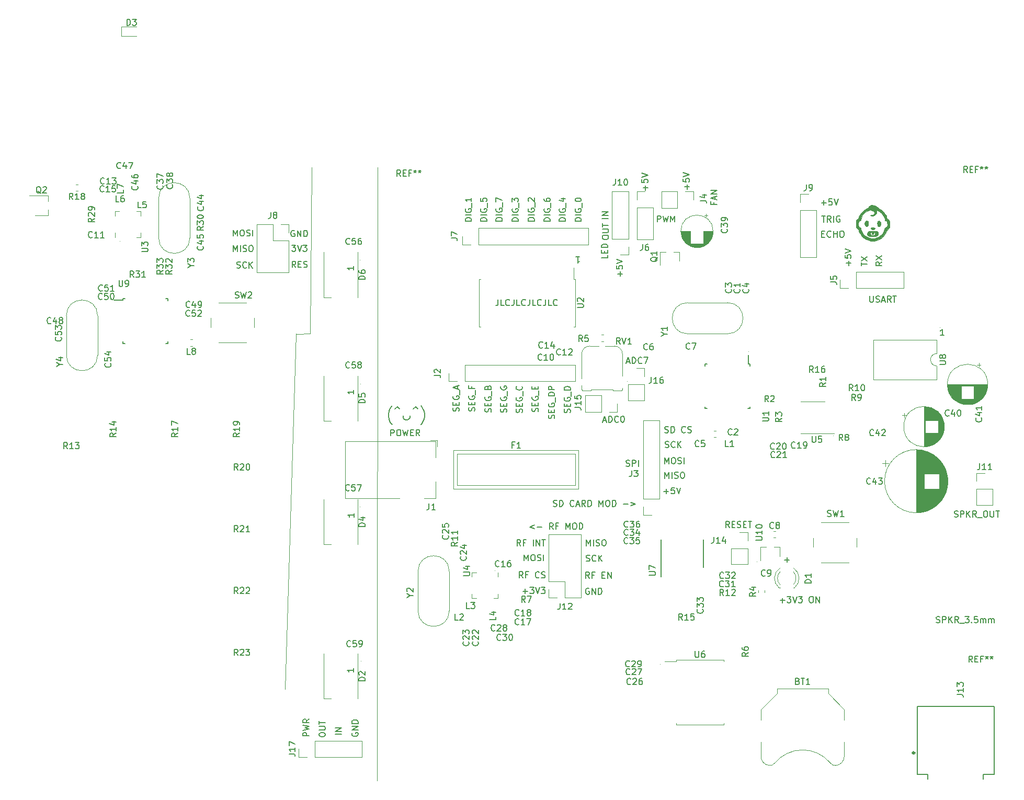
<source format=gbr>
G04 #@! TF.GenerationSoftware,KiCad,Pcbnew,(5.1.6)-1*
G04 #@! TF.CreationDate,2020-12-04T21:51:36-08:00*
G04 #@! TF.ProjectId,ReceiverCircuit,52656365-6976-4657-9243-697263756974,rev?*
G04 #@! TF.SameCoordinates,Original*
G04 #@! TF.FileFunction,Legend,Top*
G04 #@! TF.FilePolarity,Positive*
%FSLAX46Y46*%
G04 Gerber Fmt 4.6, Leading zero omitted, Abs format (unit mm)*
G04 Created by KiCad (PCBNEW (5.1.6)-1) date 2020-12-04 21:51:36*
%MOMM*%
%LPD*%
G01*
G04 APERTURE LIST*
%ADD10C,0.120000*%
%ADD11C,0.150000*%
%ADD12C,0.010000*%
%ADD13C,0.127000*%
%ADD14C,0.340000*%
G04 APERTURE END LIST*
D10*
X88795860Y-79555340D02*
X86984840Y-137129520D01*
X91089480Y-79535020D02*
X88821260Y-79568040D01*
X91282520Y-52628800D02*
X91089480Y-79535020D01*
X101912420Y-151897080D02*
X101935280Y-52618640D01*
X83005859Y-74488040D02*
G75*
G03*
X83005859Y-74488040I-57079J0D01*
G01*
X99327899Y-132560060D02*
G75*
G03*
X99327899Y-132560060I-57079J0D01*
G01*
X99193279Y-107546140D02*
G75*
G03*
X99193279Y-107546140I-57079J0D01*
G01*
X99282179Y-87660480D02*
G75*
G03*
X99282179Y-87660480I-57079J0D01*
G01*
X99188199Y-67604640D02*
G75*
G03*
X99188199Y-67604640I-57079J0D01*
G01*
X44964279Y-56822340D02*
G75*
G03*
X44964279Y-56822340I-57079J0D01*
G01*
X58860619Y-74422000D02*
G75*
G03*
X58860619Y-74422000I-57079J0D01*
G01*
X60249999Y-64579500D02*
G75*
G03*
X60249999Y-64579500I-57079J0D01*
G01*
D11*
X79184025Y-68850141D02*
X79326882Y-68897760D01*
X79564978Y-68897760D01*
X79660216Y-68850141D01*
X79707835Y-68802522D01*
X79755454Y-68707284D01*
X79755454Y-68612046D01*
X79707835Y-68516808D01*
X79660216Y-68469189D01*
X79564978Y-68421570D01*
X79374501Y-68373951D01*
X79279263Y-68326332D01*
X79231644Y-68278713D01*
X79184025Y-68183475D01*
X79184025Y-68088237D01*
X79231644Y-67992999D01*
X79279263Y-67945380D01*
X79374501Y-67897760D01*
X79612597Y-67897760D01*
X79755454Y-67945380D01*
X80755454Y-68802522D02*
X80707835Y-68850141D01*
X80564978Y-68897760D01*
X80469740Y-68897760D01*
X80326882Y-68850141D01*
X80231644Y-68754903D01*
X80184025Y-68659665D01*
X80136406Y-68469189D01*
X80136406Y-68326332D01*
X80184025Y-68135856D01*
X80231644Y-68040618D01*
X80326882Y-67945380D01*
X80469740Y-67897760D01*
X80564978Y-67897760D01*
X80707835Y-67945380D01*
X80755454Y-67992999D01*
X81184025Y-68897760D02*
X81184025Y-67897760D01*
X81755454Y-68897760D02*
X81326882Y-68326332D01*
X81755454Y-67897760D02*
X81184025Y-68469189D01*
X78603671Y-66233300D02*
X78603671Y-65233300D01*
X78937004Y-65947586D01*
X79270338Y-65233300D01*
X79270338Y-66233300D01*
X79746528Y-66233300D02*
X79746528Y-65233300D01*
X80175100Y-66185681D02*
X80317957Y-66233300D01*
X80556052Y-66233300D01*
X80651290Y-66185681D01*
X80698909Y-66138062D01*
X80746528Y-66042824D01*
X80746528Y-65947586D01*
X80698909Y-65852348D01*
X80651290Y-65804729D01*
X80556052Y-65757110D01*
X80365576Y-65709491D01*
X80270338Y-65661872D01*
X80222719Y-65614253D01*
X80175100Y-65519015D01*
X80175100Y-65423777D01*
X80222719Y-65328539D01*
X80270338Y-65280920D01*
X80365576Y-65233300D01*
X80603671Y-65233300D01*
X80746528Y-65280920D01*
X81365576Y-65233300D02*
X81556052Y-65233300D01*
X81651290Y-65280920D01*
X81746528Y-65376158D01*
X81794147Y-65566634D01*
X81794147Y-65899967D01*
X81746528Y-66090443D01*
X81651290Y-66185681D01*
X81556052Y-66233300D01*
X81365576Y-66233300D01*
X81270338Y-66185681D01*
X81175100Y-66090443D01*
X81127480Y-65899967D01*
X81127480Y-65566634D01*
X81175100Y-65376158D01*
X81270338Y-65280920D01*
X81365576Y-65233300D01*
X78623991Y-63726320D02*
X78623991Y-62726320D01*
X78957324Y-63440606D01*
X79290658Y-62726320D01*
X79290658Y-63726320D01*
X79957324Y-62726320D02*
X80147800Y-62726320D01*
X80243039Y-62773940D01*
X80338277Y-62869178D01*
X80385896Y-63059654D01*
X80385896Y-63392987D01*
X80338277Y-63583463D01*
X80243039Y-63678701D01*
X80147800Y-63726320D01*
X79957324Y-63726320D01*
X79862086Y-63678701D01*
X79766848Y-63583463D01*
X79719229Y-63392987D01*
X79719229Y-63059654D01*
X79766848Y-62869178D01*
X79862086Y-62773940D01*
X79957324Y-62726320D01*
X80766848Y-63678701D02*
X80909705Y-63726320D01*
X81147800Y-63726320D01*
X81243039Y-63678701D01*
X81290658Y-63631082D01*
X81338277Y-63535844D01*
X81338277Y-63440606D01*
X81290658Y-63345368D01*
X81243039Y-63297749D01*
X81147800Y-63250130D01*
X80957324Y-63202511D01*
X80862086Y-63154892D01*
X80814467Y-63107273D01*
X80766848Y-63012035D01*
X80766848Y-62916797D01*
X80814467Y-62821559D01*
X80862086Y-62773940D01*
X80957324Y-62726320D01*
X81195420Y-62726320D01*
X81338277Y-62773940D01*
X81766848Y-63726320D02*
X81766848Y-62726320D01*
X88516555Y-62847600D02*
X88421317Y-62799980D01*
X88278460Y-62799980D01*
X88135602Y-62847600D01*
X88040364Y-62942838D01*
X87992745Y-63038076D01*
X87945126Y-63228552D01*
X87945126Y-63371409D01*
X87992745Y-63561885D01*
X88040364Y-63657123D01*
X88135602Y-63752361D01*
X88278460Y-63799980D01*
X88373698Y-63799980D01*
X88516555Y-63752361D01*
X88564174Y-63704742D01*
X88564174Y-63371409D01*
X88373698Y-63371409D01*
X88992745Y-63799980D02*
X88992745Y-62799980D01*
X89564174Y-63799980D01*
X89564174Y-62799980D01*
X90040364Y-63799980D02*
X90040364Y-62799980D01*
X90278460Y-62799980D01*
X90421317Y-62847600D01*
X90516555Y-62942838D01*
X90564174Y-63038076D01*
X90611793Y-63228552D01*
X90611793Y-63371409D01*
X90564174Y-63561885D01*
X90516555Y-63657123D01*
X90421317Y-63752361D01*
X90278460Y-63799980D01*
X90040364Y-63799980D01*
X88705132Y-68803780D02*
X88371799Y-68327590D01*
X88133703Y-68803780D02*
X88133703Y-67803780D01*
X88514656Y-67803780D01*
X88609894Y-67851400D01*
X88657513Y-67899019D01*
X88705132Y-67994257D01*
X88705132Y-68137114D01*
X88657513Y-68232352D01*
X88609894Y-68279971D01*
X88514656Y-68327590D01*
X88133703Y-68327590D01*
X89133703Y-68279971D02*
X89467037Y-68279971D01*
X89609894Y-68803780D02*
X89133703Y-68803780D01*
X89133703Y-67803780D01*
X89609894Y-67803780D01*
X89990846Y-68756161D02*
X90133703Y-68803780D01*
X90371799Y-68803780D01*
X90467037Y-68756161D01*
X90514656Y-68708542D01*
X90562275Y-68613304D01*
X90562275Y-68518066D01*
X90514656Y-68422828D01*
X90467037Y-68375209D01*
X90371799Y-68327590D01*
X90181322Y-68279971D01*
X90086084Y-68232352D01*
X90038465Y-68184733D01*
X89990846Y-68089495D01*
X89990846Y-67994257D01*
X90038465Y-67899019D01*
X90086084Y-67851400D01*
X90181322Y-67803780D01*
X90419418Y-67803780D01*
X90562275Y-67851400D01*
X88086084Y-65195200D02*
X88705132Y-65195200D01*
X88371799Y-65576153D01*
X88514656Y-65576153D01*
X88609894Y-65623772D01*
X88657513Y-65671391D01*
X88705132Y-65766629D01*
X88705132Y-66004724D01*
X88657513Y-66099962D01*
X88609894Y-66147581D01*
X88514656Y-66195200D01*
X88228941Y-66195200D01*
X88133703Y-66147581D01*
X88086084Y-66099962D01*
X88990846Y-65195200D02*
X89324180Y-66195200D01*
X89657513Y-65195200D01*
X89895608Y-65195200D02*
X90514656Y-65195200D01*
X90181322Y-65576153D01*
X90324180Y-65576153D01*
X90419418Y-65623772D01*
X90467037Y-65671391D01*
X90514656Y-65766629D01*
X90514656Y-66004724D01*
X90467037Y-66099962D01*
X90419418Y-66147581D01*
X90324180Y-66195200D01*
X90038465Y-66195200D01*
X89943227Y-66147581D01*
X89895608Y-66099962D01*
X92505280Y-144560800D02*
X92505280Y-144370323D01*
X92552900Y-144275085D01*
X92648138Y-144179847D01*
X92838614Y-144132228D01*
X93171947Y-144132228D01*
X93362423Y-144179847D01*
X93457661Y-144275085D01*
X93505280Y-144370323D01*
X93505280Y-144560800D01*
X93457661Y-144656038D01*
X93362423Y-144751276D01*
X93171947Y-144798895D01*
X92838614Y-144798895D01*
X92648138Y-144751276D01*
X92552900Y-144656038D01*
X92505280Y-144560800D01*
X92505280Y-143703657D02*
X93314804Y-143703657D01*
X93410042Y-143656038D01*
X93457661Y-143608419D01*
X93505280Y-143513180D01*
X93505280Y-143322704D01*
X93457661Y-143227466D01*
X93410042Y-143179847D01*
X93314804Y-143132228D01*
X92505280Y-143132228D01*
X92505280Y-142798895D02*
X92505280Y-142227466D01*
X93505280Y-142513180D02*
X92505280Y-142513180D01*
X96134180Y-144414809D02*
X95134180Y-144414809D01*
X96134180Y-143938619D02*
X95134180Y-143938619D01*
X96134180Y-143367190D01*
X95134180Y-143367190D01*
X90901780Y-144665533D02*
X89901780Y-144665533D01*
X89901780Y-144284580D01*
X89949400Y-144189342D01*
X89997019Y-144141723D01*
X90092257Y-144094104D01*
X90235114Y-144094104D01*
X90330352Y-144141723D01*
X90377971Y-144189342D01*
X90425590Y-144284580D01*
X90425590Y-144665533D01*
X89901780Y-143760771D02*
X90901780Y-143522676D01*
X90187495Y-143332200D01*
X90901780Y-143141723D01*
X89901780Y-142903628D01*
X90901780Y-141951247D02*
X90425590Y-142284580D01*
X90901780Y-142522676D02*
X89901780Y-142522676D01*
X89901780Y-142141723D01*
X89949400Y-142046485D01*
X89997019Y-141998866D01*
X90092257Y-141951247D01*
X90235114Y-141951247D01*
X90330352Y-141998866D01*
X90377971Y-142046485D01*
X90425590Y-142141723D01*
X90425590Y-142522676D01*
X97848800Y-144170304D02*
X97801180Y-144265542D01*
X97801180Y-144408400D01*
X97848800Y-144551257D01*
X97944038Y-144646495D01*
X98039276Y-144694114D01*
X98229752Y-144741733D01*
X98372609Y-144741733D01*
X98563085Y-144694114D01*
X98658323Y-144646495D01*
X98753561Y-144551257D01*
X98801180Y-144408400D01*
X98801180Y-144313161D01*
X98753561Y-144170304D01*
X98705942Y-144122685D01*
X98372609Y-144122685D01*
X98372609Y-144313161D01*
X98801180Y-143694114D02*
X97801180Y-143694114D01*
X98801180Y-143122685D01*
X97801180Y-143122685D01*
X98801180Y-142646495D02*
X97801180Y-142646495D01*
X97801180Y-142408400D01*
X97848800Y-142265542D01*
X97944038Y-142170304D01*
X98039276Y-142122685D01*
X98229752Y-142075066D01*
X98372609Y-142075066D01*
X98563085Y-142122685D01*
X98658323Y-142170304D01*
X98753561Y-142265542D01*
X98801180Y-142408400D01*
X98801180Y-142646495D01*
X138475934Y-93587866D02*
X138952124Y-93587866D01*
X138380696Y-93873580D02*
X138714029Y-92873580D01*
X139047362Y-93873580D01*
X139380696Y-93873580D02*
X139380696Y-92873580D01*
X139618791Y-92873580D01*
X139761648Y-92921200D01*
X139856886Y-93016438D01*
X139904505Y-93111676D01*
X139952124Y-93302152D01*
X139952124Y-93445009D01*
X139904505Y-93635485D01*
X139856886Y-93730723D01*
X139761648Y-93825961D01*
X139618791Y-93873580D01*
X139380696Y-93873580D01*
X140952124Y-93778342D02*
X140904505Y-93825961D01*
X140761648Y-93873580D01*
X140666410Y-93873580D01*
X140523553Y-93825961D01*
X140428315Y-93730723D01*
X140380696Y-93635485D01*
X140333077Y-93445009D01*
X140333077Y-93302152D01*
X140380696Y-93111676D01*
X140428315Y-93016438D01*
X140523553Y-92921200D01*
X140666410Y-92873580D01*
X140761648Y-92873580D01*
X140904505Y-92921200D01*
X140952124Y-92968819D01*
X141571172Y-92873580D02*
X141666410Y-92873580D01*
X141761648Y-92921200D01*
X141809267Y-92968819D01*
X141856886Y-93064057D01*
X141904505Y-93254533D01*
X141904505Y-93492628D01*
X141856886Y-93683104D01*
X141809267Y-93778342D01*
X141761648Y-93825961D01*
X141666410Y-93873580D01*
X141571172Y-93873580D01*
X141475934Y-93825961D01*
X141428315Y-93778342D01*
X141380696Y-93683104D01*
X141333077Y-93492628D01*
X141333077Y-93254533D01*
X141380696Y-93064057D01*
X141428315Y-92968819D01*
X141475934Y-92921200D01*
X141571172Y-92873580D01*
X142283394Y-84073026D02*
X142759584Y-84073026D01*
X142188156Y-84358740D02*
X142521489Y-83358740D01*
X142854822Y-84358740D01*
X143188156Y-84358740D02*
X143188156Y-83358740D01*
X143426251Y-83358740D01*
X143569108Y-83406360D01*
X143664346Y-83501598D01*
X143711965Y-83596836D01*
X143759584Y-83787312D01*
X143759584Y-83930169D01*
X143711965Y-84120645D01*
X143664346Y-84215883D01*
X143569108Y-84311121D01*
X143426251Y-84358740D01*
X143188156Y-84358740D01*
X144759584Y-84263502D02*
X144711965Y-84311121D01*
X144569108Y-84358740D01*
X144473870Y-84358740D01*
X144331013Y-84311121D01*
X144235775Y-84215883D01*
X144188156Y-84120645D01*
X144140537Y-83930169D01*
X144140537Y-83787312D01*
X144188156Y-83596836D01*
X144235775Y-83501598D01*
X144331013Y-83406360D01*
X144473870Y-83358740D01*
X144569108Y-83358740D01*
X144711965Y-83406360D01*
X144759584Y-83453979D01*
X145092918Y-83358740D02*
X145759584Y-83358740D01*
X145331013Y-84358740D01*
X192426223Y-126287161D02*
X192569080Y-126334780D01*
X192807176Y-126334780D01*
X192902414Y-126287161D01*
X192950033Y-126239542D01*
X192997652Y-126144304D01*
X192997652Y-126049066D01*
X192950033Y-125953828D01*
X192902414Y-125906209D01*
X192807176Y-125858590D01*
X192616700Y-125810971D01*
X192521461Y-125763352D01*
X192473842Y-125715733D01*
X192426223Y-125620495D01*
X192426223Y-125525257D01*
X192473842Y-125430019D01*
X192521461Y-125382400D01*
X192616700Y-125334780D01*
X192854795Y-125334780D01*
X192997652Y-125382400D01*
X193426223Y-126334780D02*
X193426223Y-125334780D01*
X193807176Y-125334780D01*
X193902414Y-125382400D01*
X193950033Y-125430019D01*
X193997652Y-125525257D01*
X193997652Y-125668114D01*
X193950033Y-125763352D01*
X193902414Y-125810971D01*
X193807176Y-125858590D01*
X193426223Y-125858590D01*
X194426223Y-126334780D02*
X194426223Y-125334780D01*
X194997652Y-126334780D02*
X194569080Y-125763352D01*
X194997652Y-125334780D02*
X194426223Y-125906209D01*
X195997652Y-126334780D02*
X195664319Y-125858590D01*
X195426223Y-126334780D02*
X195426223Y-125334780D01*
X195807176Y-125334780D01*
X195902414Y-125382400D01*
X195950033Y-125430019D01*
X195997652Y-125525257D01*
X195997652Y-125668114D01*
X195950033Y-125763352D01*
X195902414Y-125810971D01*
X195807176Y-125858590D01*
X195426223Y-125858590D01*
X196188128Y-126430019D02*
X196950033Y-126430019D01*
X197092890Y-125334780D02*
X197711938Y-125334780D01*
X197378604Y-125715733D01*
X197521461Y-125715733D01*
X197616700Y-125763352D01*
X197664319Y-125810971D01*
X197711938Y-125906209D01*
X197711938Y-126144304D01*
X197664319Y-126239542D01*
X197616700Y-126287161D01*
X197521461Y-126334780D01*
X197235747Y-126334780D01*
X197140509Y-126287161D01*
X197092890Y-126239542D01*
X198140509Y-126239542D02*
X198188128Y-126287161D01*
X198140509Y-126334780D01*
X198092890Y-126287161D01*
X198140509Y-126239542D01*
X198140509Y-126334780D01*
X199092890Y-125334780D02*
X198616700Y-125334780D01*
X198569080Y-125810971D01*
X198616700Y-125763352D01*
X198711938Y-125715733D01*
X198950033Y-125715733D01*
X199045271Y-125763352D01*
X199092890Y-125810971D01*
X199140509Y-125906209D01*
X199140509Y-126144304D01*
X199092890Y-126239542D01*
X199045271Y-126287161D01*
X198950033Y-126334780D01*
X198711938Y-126334780D01*
X198616700Y-126287161D01*
X198569080Y-126239542D01*
X199569080Y-126334780D02*
X199569080Y-125668114D01*
X199569080Y-125763352D02*
X199616700Y-125715733D01*
X199711938Y-125668114D01*
X199854795Y-125668114D01*
X199950033Y-125715733D01*
X199997652Y-125810971D01*
X199997652Y-126334780D01*
X199997652Y-125810971D02*
X200045271Y-125715733D01*
X200140509Y-125668114D01*
X200283366Y-125668114D01*
X200378604Y-125715733D01*
X200426223Y-125810971D01*
X200426223Y-126334780D01*
X200902414Y-126334780D02*
X200902414Y-125668114D01*
X200902414Y-125763352D02*
X200950033Y-125715733D01*
X201045271Y-125668114D01*
X201188128Y-125668114D01*
X201283366Y-125715733D01*
X201330985Y-125810971D01*
X201330985Y-126334780D01*
X201330985Y-125810971D02*
X201378604Y-125715733D01*
X201473842Y-125668114D01*
X201616700Y-125668114D01*
X201711938Y-125715733D01*
X201759557Y-125810971D01*
X201759557Y-126334780D01*
X148468982Y-95525221D02*
X148611840Y-95572840D01*
X148849935Y-95572840D01*
X148945173Y-95525221D01*
X148992792Y-95477602D01*
X149040411Y-95382364D01*
X149040411Y-95287126D01*
X148992792Y-95191888D01*
X148945173Y-95144269D01*
X148849935Y-95096650D01*
X148659459Y-95049031D01*
X148564220Y-95001412D01*
X148516601Y-94953793D01*
X148468982Y-94858555D01*
X148468982Y-94763317D01*
X148516601Y-94668079D01*
X148564220Y-94620460D01*
X148659459Y-94572840D01*
X148897554Y-94572840D01*
X149040411Y-94620460D01*
X149468982Y-95572840D02*
X149468982Y-94572840D01*
X149707078Y-94572840D01*
X149849935Y-94620460D01*
X149945173Y-94715698D01*
X149992792Y-94810936D01*
X150040411Y-95001412D01*
X150040411Y-95144269D01*
X149992792Y-95334745D01*
X149945173Y-95429983D01*
X149849935Y-95525221D01*
X149707078Y-95572840D01*
X149468982Y-95572840D01*
X151802316Y-95477602D02*
X151754697Y-95525221D01*
X151611840Y-95572840D01*
X151516601Y-95572840D01*
X151373744Y-95525221D01*
X151278506Y-95429983D01*
X151230887Y-95334745D01*
X151183268Y-95144269D01*
X151183268Y-95001412D01*
X151230887Y-94810936D01*
X151278506Y-94715698D01*
X151373744Y-94620460D01*
X151516601Y-94572840D01*
X151611840Y-94572840D01*
X151754697Y-94620460D01*
X151802316Y-94668079D01*
X152183268Y-95525221D02*
X152326125Y-95572840D01*
X152564220Y-95572840D01*
X152659459Y-95525221D01*
X152707078Y-95477602D01*
X152754697Y-95382364D01*
X152754697Y-95287126D01*
X152707078Y-95191888D01*
X152659459Y-95144269D01*
X152564220Y-95096650D01*
X152373744Y-95049031D01*
X152278506Y-95001412D01*
X152230887Y-94953793D01*
X152183268Y-94858555D01*
X152183268Y-94763317D01*
X152230887Y-94668079D01*
X152278506Y-94620460D01*
X152373744Y-94572840D01*
X152611840Y-94572840D01*
X152754697Y-94620460D01*
D10*
X142406299Y-87274400D02*
G75*
G03*
X142406299Y-87274400I-57079J0D01*
G01*
D11*
X121469092Y-73986140D02*
X121469092Y-74700426D01*
X121421473Y-74843283D01*
X121326235Y-74938521D01*
X121183378Y-74986140D01*
X121088140Y-74986140D01*
X122421473Y-74986140D02*
X121945282Y-74986140D01*
X121945282Y-73986140D01*
X123326235Y-74890902D02*
X123278616Y-74938521D01*
X123135759Y-74986140D01*
X123040520Y-74986140D01*
X122897663Y-74938521D01*
X122802425Y-74843283D01*
X122754806Y-74748045D01*
X122707187Y-74557569D01*
X122707187Y-74414712D01*
X122754806Y-74224236D01*
X122802425Y-74128998D01*
X122897663Y-74033760D01*
X123040520Y-73986140D01*
X123135759Y-73986140D01*
X123278616Y-74033760D01*
X123326235Y-74081379D01*
X124040520Y-73986140D02*
X124040520Y-74700426D01*
X123992901Y-74843283D01*
X123897663Y-74938521D01*
X123754806Y-74986140D01*
X123659568Y-74986140D01*
X124992901Y-74986140D02*
X124516711Y-74986140D01*
X124516711Y-73986140D01*
X125897663Y-74890902D02*
X125850044Y-74938521D01*
X125707187Y-74986140D01*
X125611949Y-74986140D01*
X125469092Y-74938521D01*
X125373854Y-74843283D01*
X125326235Y-74748045D01*
X125278616Y-74557569D01*
X125278616Y-74414712D01*
X125326235Y-74224236D01*
X125373854Y-74128998D01*
X125469092Y-74033760D01*
X125611949Y-73986140D01*
X125707187Y-73986140D01*
X125850044Y-74033760D01*
X125897663Y-74081379D01*
X126611949Y-73986140D02*
X126611949Y-74700426D01*
X126564330Y-74843283D01*
X126469092Y-74938521D01*
X126326235Y-74986140D01*
X126230997Y-74986140D01*
X127564330Y-74986140D02*
X127088140Y-74986140D01*
X127088140Y-73986140D01*
X128469092Y-74890902D02*
X128421473Y-74938521D01*
X128278616Y-74986140D01*
X128183378Y-74986140D01*
X128040520Y-74938521D01*
X127945282Y-74843283D01*
X127897663Y-74748045D01*
X127850044Y-74557569D01*
X127850044Y-74414712D01*
X127897663Y-74224236D01*
X127945282Y-74128998D01*
X128040520Y-74033760D01*
X128183378Y-73986140D01*
X128278616Y-73986140D01*
X128421473Y-74033760D01*
X128469092Y-74081379D01*
X129183378Y-73986140D02*
X129183378Y-74700426D01*
X129135759Y-74843283D01*
X129040520Y-74938521D01*
X128897663Y-74986140D01*
X128802425Y-74986140D01*
X130135759Y-74986140D02*
X129659568Y-74986140D01*
X129659568Y-73986140D01*
X131040520Y-74890902D02*
X130992901Y-74938521D01*
X130850044Y-74986140D01*
X130754806Y-74986140D01*
X130611949Y-74938521D01*
X130516711Y-74843283D01*
X130469092Y-74748045D01*
X130421473Y-74557569D01*
X130421473Y-74414712D01*
X130469092Y-74224236D01*
X130516711Y-74128998D01*
X130611949Y-74033760D01*
X130754806Y-73986140D01*
X130850044Y-73986140D01*
X130992901Y-74033760D01*
X131040520Y-74081379D01*
D10*
X175756499Y-96108520D02*
G75*
G03*
X175756499Y-96108520I-57079J0D01*
G01*
X147189119Y-68326000D02*
G75*
G03*
X147189119Y-68326000I-57079J0D01*
G01*
X147763159Y-133062980D02*
G75*
G03*
X147763159Y-133062980I-57079J0D01*
G01*
X193074219Y-78521560D02*
G75*
G03*
X193074219Y-78521560I-57079J0D01*
G01*
X163414639Y-116479320D02*
G75*
G03*
X163414639Y-116479320I-57079J0D01*
G01*
X147529479Y-118620540D02*
G75*
G03*
X147529479Y-118620540I-57079J0D01*
G01*
X120958539Y-117937280D02*
G75*
G03*
X120958539Y-117937280I-57079J0D01*
G01*
X162078599Y-82428080D02*
G75*
G03*
X162078599Y-82428080I-57079J0D01*
G01*
D11*
X158913059Y-110922060D02*
X158579725Y-110445870D01*
X158341630Y-110922060D02*
X158341630Y-109922060D01*
X158722582Y-109922060D01*
X158817820Y-109969680D01*
X158865440Y-110017299D01*
X158913059Y-110112537D01*
X158913059Y-110255394D01*
X158865440Y-110350632D01*
X158817820Y-110398251D01*
X158722582Y-110445870D01*
X158341630Y-110445870D01*
X159341630Y-110398251D02*
X159674963Y-110398251D01*
X159817820Y-110922060D02*
X159341630Y-110922060D01*
X159341630Y-109922060D01*
X159817820Y-109922060D01*
X160198773Y-110874441D02*
X160341630Y-110922060D01*
X160579725Y-110922060D01*
X160674963Y-110874441D01*
X160722582Y-110826822D01*
X160770201Y-110731584D01*
X160770201Y-110636346D01*
X160722582Y-110541108D01*
X160674963Y-110493489D01*
X160579725Y-110445870D01*
X160389249Y-110398251D01*
X160294011Y-110350632D01*
X160246392Y-110303013D01*
X160198773Y-110207775D01*
X160198773Y-110112537D01*
X160246392Y-110017299D01*
X160294011Y-109969680D01*
X160389249Y-109922060D01*
X160627344Y-109922060D01*
X160770201Y-109969680D01*
X161198773Y-110398251D02*
X161532106Y-110398251D01*
X161674963Y-110922060D02*
X161198773Y-110922060D01*
X161198773Y-109922060D01*
X161674963Y-109922060D01*
X161960678Y-109922060D02*
X162532106Y-109922060D01*
X162246392Y-110922060D02*
X162246392Y-109922060D01*
D10*
X133724579Y-68244720D02*
G75*
G03*
X133724579Y-68244720I-57079J0D01*
G01*
D11*
X104321266Y-94272526D02*
X104226028Y-94177288D01*
X104035552Y-93891574D01*
X103940314Y-93701098D01*
X103845076Y-93415383D01*
X103749838Y-92939193D01*
X103749838Y-92558240D01*
X103845076Y-92082050D01*
X103940314Y-91796336D01*
X104035552Y-91605860D01*
X104226028Y-91320145D01*
X104321266Y-91224907D01*
X104797457Y-91701098D02*
X105178409Y-91415383D01*
X105559361Y-91701098D01*
X106130790Y-92843955D02*
X106130790Y-93129669D01*
X106226028Y-93320145D01*
X106321266Y-93415383D01*
X106511742Y-93510621D01*
X106797457Y-93510621D01*
X106987933Y-93415383D01*
X107083171Y-93320145D01*
X107178409Y-93129669D01*
X107178409Y-92843955D01*
X107749838Y-91701098D02*
X108130790Y-91415383D01*
X108511742Y-91701098D01*
X108987933Y-94272526D02*
X109083171Y-94177288D01*
X109273647Y-93891574D01*
X109368885Y-93701098D01*
X109464123Y-93415383D01*
X109559361Y-92939193D01*
X109559361Y-92558240D01*
X109464123Y-92082050D01*
X109368885Y-91796336D01*
X109273647Y-91605860D01*
X109083171Y-91320145D01*
X108987933Y-91224907D01*
X142191550Y-100958281D02*
X142334407Y-101005900D01*
X142572502Y-101005900D01*
X142667740Y-100958281D01*
X142715360Y-100910662D01*
X142762979Y-100815424D01*
X142762979Y-100720186D01*
X142715360Y-100624948D01*
X142667740Y-100577329D01*
X142572502Y-100529710D01*
X142382026Y-100482091D01*
X142286788Y-100434472D01*
X142239169Y-100386853D01*
X142191550Y-100291615D01*
X142191550Y-100196377D01*
X142239169Y-100101139D01*
X142286788Y-100053520D01*
X142382026Y-100005900D01*
X142620121Y-100005900D01*
X142762979Y-100053520D01*
X143191550Y-101005900D02*
X143191550Y-100005900D01*
X143572502Y-100005900D01*
X143667740Y-100053520D01*
X143715360Y-100101139D01*
X143762979Y-100196377D01*
X143762979Y-100339234D01*
X143715360Y-100434472D01*
X143667740Y-100482091D01*
X143572502Y-100529710D01*
X143191550Y-100529710D01*
X144191550Y-101005900D02*
X144191550Y-100005900D01*
X119634260Y-61318542D02*
X118634260Y-61318542D01*
X118634260Y-61080447D01*
X118681880Y-60937590D01*
X118777118Y-60842352D01*
X118872356Y-60794733D01*
X119062832Y-60747114D01*
X119205689Y-60747114D01*
X119396165Y-60794733D01*
X119491403Y-60842352D01*
X119586641Y-60937590D01*
X119634260Y-61080447D01*
X119634260Y-61318542D01*
X119634260Y-60318542D02*
X118634260Y-60318542D01*
X118681880Y-59318542D02*
X118634260Y-59413780D01*
X118634260Y-59556638D01*
X118681880Y-59699495D01*
X118777118Y-59794733D01*
X118872356Y-59842352D01*
X119062832Y-59889971D01*
X119205689Y-59889971D01*
X119396165Y-59842352D01*
X119491403Y-59794733D01*
X119586641Y-59699495D01*
X119634260Y-59556638D01*
X119634260Y-59461400D01*
X119586641Y-59318542D01*
X119539022Y-59270923D01*
X119205689Y-59270923D01*
X119205689Y-59461400D01*
X119729499Y-59080447D02*
X119729499Y-58318542D01*
X118634260Y-57604257D02*
X118634260Y-58080447D01*
X119110451Y-58128066D01*
X119062832Y-58080447D01*
X119015213Y-57985209D01*
X119015213Y-57747114D01*
X119062832Y-57651876D01*
X119110451Y-57604257D01*
X119205689Y-57556638D01*
X119443784Y-57556638D01*
X119539022Y-57604257D01*
X119586641Y-57651876D01*
X119634260Y-57747114D01*
X119634260Y-57985209D01*
X119586641Y-58080447D01*
X119539022Y-58128066D01*
X117157760Y-61318542D02*
X116157760Y-61318542D01*
X116157760Y-61080447D01*
X116205380Y-60937590D01*
X116300618Y-60842352D01*
X116395856Y-60794733D01*
X116586332Y-60747114D01*
X116729189Y-60747114D01*
X116919665Y-60794733D01*
X117014903Y-60842352D01*
X117110141Y-60937590D01*
X117157760Y-61080447D01*
X117157760Y-61318542D01*
X117157760Y-60318542D02*
X116157760Y-60318542D01*
X116205380Y-59318542D02*
X116157760Y-59413780D01*
X116157760Y-59556638D01*
X116205380Y-59699495D01*
X116300618Y-59794733D01*
X116395856Y-59842352D01*
X116586332Y-59889971D01*
X116729189Y-59889971D01*
X116919665Y-59842352D01*
X117014903Y-59794733D01*
X117110141Y-59699495D01*
X117157760Y-59556638D01*
X117157760Y-59461400D01*
X117110141Y-59318542D01*
X117062522Y-59270923D01*
X116729189Y-59270923D01*
X116729189Y-59461400D01*
X117252999Y-59080447D02*
X117252999Y-58318542D01*
X117157760Y-57556638D02*
X117157760Y-58128066D01*
X117157760Y-57842352D02*
X116157760Y-57842352D01*
X116300618Y-57937590D01*
X116395856Y-58032828D01*
X116443475Y-58128066D01*
X122141240Y-61288062D02*
X121141240Y-61288062D01*
X121141240Y-61049967D01*
X121188860Y-60907110D01*
X121284098Y-60811872D01*
X121379336Y-60764253D01*
X121569812Y-60716634D01*
X121712669Y-60716634D01*
X121903145Y-60764253D01*
X121998383Y-60811872D01*
X122093621Y-60907110D01*
X122141240Y-61049967D01*
X122141240Y-61288062D01*
X122141240Y-60288062D02*
X121141240Y-60288062D01*
X121188860Y-59288062D02*
X121141240Y-59383300D01*
X121141240Y-59526158D01*
X121188860Y-59669015D01*
X121284098Y-59764253D01*
X121379336Y-59811872D01*
X121569812Y-59859491D01*
X121712669Y-59859491D01*
X121903145Y-59811872D01*
X121998383Y-59764253D01*
X122093621Y-59669015D01*
X122141240Y-59526158D01*
X122141240Y-59430920D01*
X122093621Y-59288062D01*
X122046002Y-59240443D01*
X121712669Y-59240443D01*
X121712669Y-59430920D01*
X122236479Y-59049967D02*
X122236479Y-58288062D01*
X121141240Y-58145205D02*
X121141240Y-57478539D01*
X122141240Y-57907110D01*
X124737120Y-61318542D02*
X123737120Y-61318542D01*
X123737120Y-61080447D01*
X123784740Y-60937590D01*
X123879978Y-60842352D01*
X123975216Y-60794733D01*
X124165692Y-60747114D01*
X124308549Y-60747114D01*
X124499025Y-60794733D01*
X124594263Y-60842352D01*
X124689501Y-60937590D01*
X124737120Y-61080447D01*
X124737120Y-61318542D01*
X124737120Y-60318542D02*
X123737120Y-60318542D01*
X123784740Y-59318542D02*
X123737120Y-59413780D01*
X123737120Y-59556638D01*
X123784740Y-59699495D01*
X123879978Y-59794733D01*
X123975216Y-59842352D01*
X124165692Y-59889971D01*
X124308549Y-59889971D01*
X124499025Y-59842352D01*
X124594263Y-59794733D01*
X124689501Y-59699495D01*
X124737120Y-59556638D01*
X124737120Y-59461400D01*
X124689501Y-59318542D01*
X124641882Y-59270923D01*
X124308549Y-59270923D01*
X124308549Y-59461400D01*
X124832359Y-59080447D02*
X124832359Y-58318542D01*
X123737120Y-58175685D02*
X123737120Y-57556638D01*
X124118073Y-57889971D01*
X124118073Y-57747114D01*
X124165692Y-57651876D01*
X124213311Y-57604257D01*
X124308549Y-57556638D01*
X124546644Y-57556638D01*
X124641882Y-57604257D01*
X124689501Y-57651876D01*
X124737120Y-57747114D01*
X124737120Y-58032828D01*
X124689501Y-58128066D01*
X124641882Y-58175685D01*
X127333000Y-61288062D02*
X126333000Y-61288062D01*
X126333000Y-61049967D01*
X126380620Y-60907110D01*
X126475858Y-60811872D01*
X126571096Y-60764253D01*
X126761572Y-60716634D01*
X126904429Y-60716634D01*
X127094905Y-60764253D01*
X127190143Y-60811872D01*
X127285381Y-60907110D01*
X127333000Y-61049967D01*
X127333000Y-61288062D01*
X127333000Y-60288062D02*
X126333000Y-60288062D01*
X126380620Y-59288062D02*
X126333000Y-59383300D01*
X126333000Y-59526158D01*
X126380620Y-59669015D01*
X126475858Y-59764253D01*
X126571096Y-59811872D01*
X126761572Y-59859491D01*
X126904429Y-59859491D01*
X127094905Y-59811872D01*
X127190143Y-59764253D01*
X127285381Y-59669015D01*
X127333000Y-59526158D01*
X127333000Y-59430920D01*
X127285381Y-59288062D01*
X127237762Y-59240443D01*
X126904429Y-59240443D01*
X126904429Y-59430920D01*
X127428239Y-59049967D02*
X127428239Y-58288062D01*
X126428239Y-58097586D02*
X126380620Y-58049967D01*
X126333000Y-57954729D01*
X126333000Y-57716634D01*
X126380620Y-57621396D01*
X126428239Y-57573777D01*
X126523477Y-57526158D01*
X126618715Y-57526158D01*
X126761572Y-57573777D01*
X127333000Y-58145205D01*
X127333000Y-57526158D01*
X129898400Y-61318542D02*
X128898400Y-61318542D01*
X128898400Y-61080447D01*
X128946020Y-60937590D01*
X129041258Y-60842352D01*
X129136496Y-60794733D01*
X129326972Y-60747114D01*
X129469829Y-60747114D01*
X129660305Y-60794733D01*
X129755543Y-60842352D01*
X129850781Y-60937590D01*
X129898400Y-61080447D01*
X129898400Y-61318542D01*
X129898400Y-60318542D02*
X128898400Y-60318542D01*
X128946020Y-59318542D02*
X128898400Y-59413780D01*
X128898400Y-59556638D01*
X128946020Y-59699495D01*
X129041258Y-59794733D01*
X129136496Y-59842352D01*
X129326972Y-59889971D01*
X129469829Y-59889971D01*
X129660305Y-59842352D01*
X129755543Y-59794733D01*
X129850781Y-59699495D01*
X129898400Y-59556638D01*
X129898400Y-59461400D01*
X129850781Y-59318542D01*
X129803162Y-59270923D01*
X129469829Y-59270923D01*
X129469829Y-59461400D01*
X129993639Y-59080447D02*
X129993639Y-58318542D01*
X128898400Y-57651876D02*
X128898400Y-57842352D01*
X128946020Y-57937590D01*
X128993639Y-57985209D01*
X129136496Y-58080447D01*
X129326972Y-58128066D01*
X129707924Y-58128066D01*
X129803162Y-58080447D01*
X129850781Y-58032828D01*
X129898400Y-57937590D01*
X129898400Y-57747114D01*
X129850781Y-57651876D01*
X129803162Y-57604257D01*
X129707924Y-57556638D01*
X129469829Y-57556638D01*
X129374591Y-57604257D01*
X129326972Y-57651876D01*
X129279353Y-57747114D01*
X129279353Y-57937590D01*
X129326972Y-58032828D01*
X129374591Y-58080447D01*
X129469829Y-58128066D01*
X132374900Y-61318542D02*
X131374900Y-61318542D01*
X131374900Y-61080447D01*
X131422520Y-60937590D01*
X131517758Y-60842352D01*
X131612996Y-60794733D01*
X131803472Y-60747114D01*
X131946329Y-60747114D01*
X132136805Y-60794733D01*
X132232043Y-60842352D01*
X132327281Y-60937590D01*
X132374900Y-61080447D01*
X132374900Y-61318542D01*
X132374900Y-60318542D02*
X131374900Y-60318542D01*
X131422520Y-59318542D02*
X131374900Y-59413780D01*
X131374900Y-59556638D01*
X131422520Y-59699495D01*
X131517758Y-59794733D01*
X131612996Y-59842352D01*
X131803472Y-59889971D01*
X131946329Y-59889971D01*
X132136805Y-59842352D01*
X132232043Y-59794733D01*
X132327281Y-59699495D01*
X132374900Y-59556638D01*
X132374900Y-59461400D01*
X132327281Y-59318542D01*
X132279662Y-59270923D01*
X131946329Y-59270923D01*
X131946329Y-59461400D01*
X132470139Y-59080447D02*
X132470139Y-58318542D01*
X131708234Y-57651876D02*
X132374900Y-57651876D01*
X131327281Y-57889971D02*
X132041567Y-58128066D01*
X132041567Y-57509019D01*
X134942840Y-61318542D02*
X133942840Y-61318542D01*
X133942840Y-61080447D01*
X133990460Y-60937590D01*
X134085698Y-60842352D01*
X134180936Y-60794733D01*
X134371412Y-60747114D01*
X134514269Y-60747114D01*
X134704745Y-60794733D01*
X134799983Y-60842352D01*
X134895221Y-60937590D01*
X134942840Y-61080447D01*
X134942840Y-61318542D01*
X134942840Y-60318542D02*
X133942840Y-60318542D01*
X133990460Y-59318542D02*
X133942840Y-59413780D01*
X133942840Y-59556638D01*
X133990460Y-59699495D01*
X134085698Y-59794733D01*
X134180936Y-59842352D01*
X134371412Y-59889971D01*
X134514269Y-59889971D01*
X134704745Y-59842352D01*
X134799983Y-59794733D01*
X134895221Y-59699495D01*
X134942840Y-59556638D01*
X134942840Y-59461400D01*
X134895221Y-59318542D01*
X134847602Y-59270923D01*
X134514269Y-59270923D01*
X134514269Y-59461400D01*
X135038079Y-59080447D02*
X135038079Y-58318542D01*
X133942840Y-57889971D02*
X133942840Y-57794733D01*
X133990460Y-57699495D01*
X134038079Y-57651876D01*
X134133317Y-57604257D01*
X134323793Y-57556638D01*
X134561888Y-57556638D01*
X134752364Y-57604257D01*
X134847602Y-57651876D01*
X134895221Y-57699495D01*
X134942840Y-57794733D01*
X134942840Y-57889971D01*
X134895221Y-57985209D01*
X134847602Y-58032828D01*
X134752364Y-58080447D01*
X134561888Y-58128066D01*
X134323793Y-58128066D01*
X134133317Y-58080447D01*
X134038079Y-58032828D01*
X133990460Y-57985209D01*
X133942840Y-57889971D01*
X167878807Y-116167208D02*
X168640712Y-116167208D01*
X168259760Y-116548160D02*
X168259760Y-115786256D01*
X104111396Y-96070680D02*
X104111396Y-95070680D01*
X104492348Y-95070680D01*
X104587586Y-95118300D01*
X104635205Y-95165919D01*
X104682824Y-95261157D01*
X104682824Y-95404014D01*
X104635205Y-95499252D01*
X104587586Y-95546871D01*
X104492348Y-95594490D01*
X104111396Y-95594490D01*
X105301872Y-95070680D02*
X105492348Y-95070680D01*
X105587586Y-95118300D01*
X105682824Y-95213538D01*
X105730443Y-95404014D01*
X105730443Y-95737347D01*
X105682824Y-95927823D01*
X105587586Y-96023061D01*
X105492348Y-96070680D01*
X105301872Y-96070680D01*
X105206634Y-96023061D01*
X105111396Y-95927823D01*
X105063777Y-95737347D01*
X105063777Y-95404014D01*
X105111396Y-95213538D01*
X105206634Y-95118300D01*
X105301872Y-95070680D01*
X106063777Y-95070680D02*
X106301872Y-96070680D01*
X106492348Y-95356395D01*
X106682824Y-96070680D01*
X106920920Y-95070680D01*
X107301872Y-95546871D02*
X107635205Y-95546871D01*
X107778062Y-96070680D02*
X107301872Y-96070680D01*
X107301872Y-95070680D01*
X107778062Y-95070680D01*
X108778062Y-96070680D02*
X108444729Y-95594490D01*
X108206634Y-96070680D02*
X108206634Y-95070680D01*
X108587586Y-95070680D01*
X108682824Y-95118300D01*
X108730443Y-95165919D01*
X108778062Y-95261157D01*
X108778062Y-95404014D01*
X108730443Y-95499252D01*
X108682824Y-95546871D01*
X108587586Y-95594490D01*
X108206634Y-95594490D01*
X139232900Y-66809857D02*
X139232900Y-67286047D01*
X138232900Y-67286047D01*
X138709091Y-66476523D02*
X138709091Y-66143190D01*
X139232900Y-66000333D02*
X139232900Y-66476523D01*
X138232900Y-66476523D01*
X138232900Y-66000333D01*
X139232900Y-65571761D02*
X138232900Y-65571761D01*
X138232900Y-65333666D01*
X138280520Y-65190809D01*
X138375758Y-65095571D01*
X138470996Y-65047952D01*
X138661472Y-65000333D01*
X138804329Y-65000333D01*
X138994805Y-65047952D01*
X139090043Y-65095571D01*
X139185281Y-65190809D01*
X139232900Y-65333666D01*
X139232900Y-65571761D01*
X141242088Y-70234014D02*
X141242088Y-69472109D01*
X141623040Y-69853061D02*
X140861136Y-69853061D01*
X140623040Y-68519728D02*
X140623040Y-68995919D01*
X141099231Y-69043538D01*
X141051612Y-68995919D01*
X141003993Y-68900680D01*
X141003993Y-68662585D01*
X141051612Y-68567347D01*
X141099231Y-68519728D01*
X141194469Y-68472109D01*
X141432564Y-68472109D01*
X141527802Y-68519728D01*
X141575421Y-68567347D01*
X141623040Y-68662585D01*
X141623040Y-68900680D01*
X141575421Y-68995919D01*
X141527802Y-69043538D01*
X140623040Y-68186395D02*
X141623040Y-67853061D01*
X140623040Y-67519728D01*
X138349740Y-64009780D02*
X138349740Y-63819303D01*
X138397360Y-63724065D01*
X138492598Y-63628827D01*
X138683074Y-63581208D01*
X139016407Y-63581208D01*
X139206883Y-63628827D01*
X139302121Y-63724065D01*
X139349740Y-63819303D01*
X139349740Y-64009780D01*
X139302121Y-64105018D01*
X139206883Y-64200256D01*
X139016407Y-64247875D01*
X138683074Y-64247875D01*
X138492598Y-64200256D01*
X138397360Y-64105018D01*
X138349740Y-64009780D01*
X138349740Y-63152637D02*
X139159264Y-63152637D01*
X139254502Y-63105018D01*
X139302121Y-63057399D01*
X139349740Y-62962160D01*
X139349740Y-62771684D01*
X139302121Y-62676446D01*
X139254502Y-62628827D01*
X139159264Y-62581208D01*
X138349740Y-62581208D01*
X138349740Y-62247875D02*
X138349740Y-61676446D01*
X139349740Y-61962160D02*
X138349740Y-61962160D01*
X139311640Y-60869129D02*
X138311640Y-60869129D01*
X139311640Y-60392939D02*
X138311640Y-60392939D01*
X139311640Y-59821510D01*
X138311640Y-59821510D01*
X147258898Y-61432700D02*
X147258898Y-60432700D01*
X147639850Y-60432700D01*
X147735088Y-60480320D01*
X147782707Y-60527939D01*
X147830326Y-60623177D01*
X147830326Y-60766034D01*
X147782707Y-60861272D01*
X147735088Y-60908891D01*
X147639850Y-60956510D01*
X147258898Y-60956510D01*
X148163660Y-60432700D02*
X148401755Y-61432700D01*
X148592231Y-60718415D01*
X148782707Y-61432700D01*
X149020802Y-60432700D01*
X149401755Y-61432700D02*
X149401755Y-60432700D01*
X149735088Y-61146986D01*
X150068421Y-60432700D01*
X150068421Y-61432700D01*
X145326408Y-56284334D02*
X145326408Y-55522429D01*
X145707360Y-55903381D02*
X144945456Y-55903381D01*
X144707360Y-54570048D02*
X144707360Y-55046239D01*
X145183551Y-55093858D01*
X145135932Y-55046239D01*
X145088313Y-54951000D01*
X145088313Y-54712905D01*
X145135932Y-54617667D01*
X145183551Y-54570048D01*
X145278789Y-54522429D01*
X145516884Y-54522429D01*
X145612122Y-54570048D01*
X145659741Y-54617667D01*
X145707360Y-54712905D01*
X145707360Y-54951000D01*
X145659741Y-55046239D01*
X145612122Y-55093858D01*
X144707360Y-54236715D02*
X145707360Y-53903381D01*
X144707360Y-53570048D01*
X152059948Y-56134474D02*
X152059948Y-55372569D01*
X152440900Y-55753521D02*
X151678996Y-55753521D01*
X151440900Y-54420188D02*
X151440900Y-54896379D01*
X151917091Y-54943998D01*
X151869472Y-54896379D01*
X151821853Y-54801140D01*
X151821853Y-54563045D01*
X151869472Y-54467807D01*
X151917091Y-54420188D01*
X152012329Y-54372569D01*
X152250424Y-54372569D01*
X152345662Y-54420188D01*
X152393281Y-54467807D01*
X152440900Y-54563045D01*
X152440900Y-54801140D01*
X152393281Y-54896379D01*
X152345662Y-54943998D01*
X151440900Y-54086855D02*
X152440900Y-53753521D01*
X151440900Y-53420188D01*
X156382411Y-58264323D02*
X156382411Y-58597657D01*
X156906220Y-58597657D02*
X155906220Y-58597657D01*
X155906220Y-58121466D01*
X156620506Y-57788133D02*
X156620506Y-57311942D01*
X156906220Y-57883371D02*
X155906220Y-57550038D01*
X156906220Y-57216704D01*
X156906220Y-56883371D02*
X155906220Y-56883371D01*
X156906220Y-56311942D01*
X155906220Y-56311942D01*
X130416183Y-107458141D02*
X130559040Y-107505760D01*
X130797136Y-107505760D01*
X130892374Y-107458141D01*
X130939993Y-107410522D01*
X130987612Y-107315284D01*
X130987612Y-107220046D01*
X130939993Y-107124808D01*
X130892374Y-107077189D01*
X130797136Y-107029570D01*
X130606660Y-106981951D01*
X130511421Y-106934332D01*
X130463802Y-106886713D01*
X130416183Y-106791475D01*
X130416183Y-106696237D01*
X130463802Y-106600999D01*
X130511421Y-106553380D01*
X130606660Y-106505760D01*
X130844755Y-106505760D01*
X130987612Y-106553380D01*
X131416183Y-107505760D02*
X131416183Y-106505760D01*
X131654279Y-106505760D01*
X131797136Y-106553380D01*
X131892374Y-106648618D01*
X131939993Y-106743856D01*
X131987612Y-106934332D01*
X131987612Y-107077189D01*
X131939993Y-107267665D01*
X131892374Y-107362903D01*
X131797136Y-107458141D01*
X131654279Y-107505760D01*
X131416183Y-107505760D01*
X133749517Y-107410522D02*
X133701898Y-107458141D01*
X133559040Y-107505760D01*
X133463802Y-107505760D01*
X133320945Y-107458141D01*
X133225707Y-107362903D01*
X133178088Y-107267665D01*
X133130469Y-107077189D01*
X133130469Y-106934332D01*
X133178088Y-106743856D01*
X133225707Y-106648618D01*
X133320945Y-106553380D01*
X133463802Y-106505760D01*
X133559040Y-106505760D01*
X133701898Y-106553380D01*
X133749517Y-106600999D01*
X134130469Y-107220046D02*
X134606660Y-107220046D01*
X134035231Y-107505760D02*
X134368564Y-106505760D01*
X134701898Y-107505760D01*
X135606660Y-107505760D02*
X135273326Y-107029570D01*
X135035231Y-107505760D02*
X135035231Y-106505760D01*
X135416183Y-106505760D01*
X135511421Y-106553380D01*
X135559040Y-106600999D01*
X135606660Y-106696237D01*
X135606660Y-106839094D01*
X135559040Y-106934332D01*
X135511421Y-106981951D01*
X135416183Y-107029570D01*
X135035231Y-107029570D01*
X136035231Y-107505760D02*
X136035231Y-106505760D01*
X136273326Y-106505760D01*
X136416183Y-106553380D01*
X136511421Y-106648618D01*
X136559040Y-106743856D01*
X136606660Y-106934332D01*
X136606660Y-107077189D01*
X136559040Y-107267665D01*
X136511421Y-107362903D01*
X136416183Y-107458141D01*
X136273326Y-107505760D01*
X136035231Y-107505760D01*
X137797136Y-107505760D02*
X137797136Y-106505760D01*
X138130469Y-107220046D01*
X138463802Y-106505760D01*
X138463802Y-107505760D01*
X139130469Y-106505760D02*
X139320945Y-106505760D01*
X139416183Y-106553380D01*
X139511421Y-106648618D01*
X139559040Y-106839094D01*
X139559040Y-107172427D01*
X139511421Y-107362903D01*
X139416183Y-107458141D01*
X139320945Y-107505760D01*
X139130469Y-107505760D01*
X139035231Y-107458141D01*
X138939993Y-107362903D01*
X138892374Y-107172427D01*
X138892374Y-106839094D01*
X138939993Y-106648618D01*
X139035231Y-106553380D01*
X139130469Y-106505760D01*
X139987612Y-107505760D02*
X139987612Y-106505760D01*
X140225707Y-106505760D01*
X140368564Y-106553380D01*
X140463802Y-106648618D01*
X140511421Y-106743856D01*
X140559040Y-106934332D01*
X140559040Y-107077189D01*
X140511421Y-107267665D01*
X140463802Y-107362903D01*
X140368564Y-107458141D01*
X140225707Y-107505760D01*
X139987612Y-107505760D01*
X141749517Y-107124808D02*
X142511421Y-107124808D01*
X142987612Y-106839094D02*
X143749517Y-107124808D01*
X142987612Y-107410522D01*
X125506029Y-119080540D02*
X125172696Y-118604350D01*
X124934600Y-119080540D02*
X124934600Y-118080540D01*
X125315553Y-118080540D01*
X125410791Y-118128160D01*
X125458410Y-118175779D01*
X125506029Y-118271017D01*
X125506029Y-118413874D01*
X125458410Y-118509112D01*
X125410791Y-118556731D01*
X125315553Y-118604350D01*
X124934600Y-118604350D01*
X126267934Y-118556731D02*
X125934600Y-118556731D01*
X125934600Y-119080540D02*
X125934600Y-118080540D01*
X126410791Y-118080540D01*
X128125077Y-118985302D02*
X128077458Y-119032921D01*
X127934600Y-119080540D01*
X127839362Y-119080540D01*
X127696505Y-119032921D01*
X127601267Y-118937683D01*
X127553648Y-118842445D01*
X127506029Y-118651969D01*
X127506029Y-118509112D01*
X127553648Y-118318636D01*
X127601267Y-118223398D01*
X127696505Y-118128160D01*
X127839362Y-118080540D01*
X127934600Y-118080540D01*
X128077458Y-118128160D01*
X128125077Y-118175779D01*
X128506029Y-119032921D02*
X128648886Y-119080540D01*
X128886981Y-119080540D01*
X128982220Y-119032921D01*
X129029839Y-118985302D01*
X129077458Y-118890064D01*
X129077458Y-118794826D01*
X129029839Y-118699588D01*
X128982220Y-118651969D01*
X128886981Y-118604350D01*
X128696505Y-118556731D01*
X128601267Y-118509112D01*
X128553648Y-118461493D01*
X128506029Y-118366255D01*
X128506029Y-118271017D01*
X128553648Y-118175779D01*
X128601267Y-118128160D01*
X128696505Y-118080540D01*
X128934600Y-118080540D01*
X129077458Y-118128160D01*
X125705431Y-116301780D02*
X125705431Y-115301780D01*
X126038764Y-116016066D01*
X126372098Y-115301780D01*
X126372098Y-116301780D01*
X127038764Y-115301780D02*
X127229240Y-115301780D01*
X127324479Y-115349400D01*
X127419717Y-115444638D01*
X127467336Y-115635114D01*
X127467336Y-115968447D01*
X127419717Y-116158923D01*
X127324479Y-116254161D01*
X127229240Y-116301780D01*
X127038764Y-116301780D01*
X126943526Y-116254161D01*
X126848288Y-116158923D01*
X126800669Y-115968447D01*
X126800669Y-115635114D01*
X126848288Y-115444638D01*
X126943526Y-115349400D01*
X127038764Y-115301780D01*
X127848288Y-116254161D02*
X127991145Y-116301780D01*
X128229240Y-116301780D01*
X128324479Y-116254161D01*
X128372098Y-116206542D01*
X128419717Y-116111304D01*
X128419717Y-116016066D01*
X128372098Y-115920828D01*
X128324479Y-115873209D01*
X128229240Y-115825590D01*
X128038764Y-115777971D01*
X127943526Y-115730352D01*
X127895907Y-115682733D01*
X127848288Y-115587495D01*
X127848288Y-115492257D01*
X127895907Y-115397019D01*
X127943526Y-115349400D01*
X128038764Y-115301780D01*
X128276860Y-115301780D01*
X128419717Y-115349400D01*
X128848288Y-116301780D02*
X128848288Y-115301780D01*
X125126002Y-113888780D02*
X124792669Y-113412590D01*
X124554574Y-113888780D02*
X124554574Y-112888780D01*
X124935526Y-112888780D01*
X125030764Y-112936400D01*
X125078383Y-112984019D01*
X125126002Y-113079257D01*
X125126002Y-113222114D01*
X125078383Y-113317352D01*
X125030764Y-113364971D01*
X124935526Y-113412590D01*
X124554574Y-113412590D01*
X125887907Y-113364971D02*
X125554574Y-113364971D01*
X125554574Y-113888780D02*
X125554574Y-112888780D01*
X126030764Y-112888780D01*
X127173621Y-113888780D02*
X127173621Y-112888780D01*
X127649812Y-113888780D02*
X127649812Y-112888780D01*
X128221240Y-113888780D01*
X128221240Y-112888780D01*
X128554574Y-112888780D02*
X129126002Y-112888780D01*
X128840288Y-113888780D02*
X128840288Y-112888780D01*
X136260389Y-119131340D02*
X135927056Y-118655150D01*
X135688960Y-119131340D02*
X135688960Y-118131340D01*
X136069913Y-118131340D01*
X136165151Y-118178960D01*
X136212770Y-118226579D01*
X136260389Y-118321817D01*
X136260389Y-118464674D01*
X136212770Y-118559912D01*
X136165151Y-118607531D01*
X136069913Y-118655150D01*
X135688960Y-118655150D01*
X137022294Y-118607531D02*
X136688960Y-118607531D01*
X136688960Y-119131340D02*
X136688960Y-118131340D01*
X137165151Y-118131340D01*
X138308008Y-118607531D02*
X138641341Y-118607531D01*
X138784199Y-119131340D02*
X138308008Y-119131340D01*
X138308008Y-118131340D01*
X138784199Y-118131340D01*
X139212770Y-119131340D02*
X139212770Y-118131340D01*
X139784199Y-119131340D01*
X139784199Y-118131340D01*
X135744745Y-116335441D02*
X135887602Y-116383060D01*
X136125698Y-116383060D01*
X136220936Y-116335441D01*
X136268555Y-116287822D01*
X136316174Y-116192584D01*
X136316174Y-116097346D01*
X136268555Y-116002108D01*
X136220936Y-115954489D01*
X136125698Y-115906870D01*
X135935221Y-115859251D01*
X135839983Y-115811632D01*
X135792364Y-115764013D01*
X135744745Y-115668775D01*
X135744745Y-115573537D01*
X135792364Y-115478299D01*
X135839983Y-115430680D01*
X135935221Y-115383060D01*
X136173317Y-115383060D01*
X136316174Y-115430680D01*
X137316174Y-116287822D02*
X137268555Y-116335441D01*
X137125698Y-116383060D01*
X137030460Y-116383060D01*
X136887602Y-116335441D01*
X136792364Y-116240203D01*
X136744745Y-116144965D01*
X136697126Y-115954489D01*
X136697126Y-115811632D01*
X136744745Y-115621156D01*
X136792364Y-115525918D01*
X136887602Y-115430680D01*
X137030460Y-115383060D01*
X137125698Y-115383060D01*
X137268555Y-115430680D01*
X137316174Y-115478299D01*
X137744745Y-116383060D02*
X137744745Y-115383060D01*
X138316174Y-116383060D02*
X137887602Y-115811632D01*
X138316174Y-115383060D02*
X137744745Y-115954489D01*
X135753671Y-113878620D02*
X135753671Y-112878620D01*
X136087004Y-113592906D01*
X136420338Y-112878620D01*
X136420338Y-113878620D01*
X136896528Y-113878620D02*
X136896528Y-112878620D01*
X137325100Y-113831001D02*
X137467957Y-113878620D01*
X137706052Y-113878620D01*
X137801290Y-113831001D01*
X137848909Y-113783382D01*
X137896528Y-113688144D01*
X137896528Y-113592906D01*
X137848909Y-113497668D01*
X137801290Y-113450049D01*
X137706052Y-113402430D01*
X137515576Y-113354811D01*
X137420338Y-113307192D01*
X137372719Y-113259573D01*
X137325100Y-113164335D01*
X137325100Y-113069097D01*
X137372719Y-112973859D01*
X137420338Y-112926240D01*
X137515576Y-112878620D01*
X137753671Y-112878620D01*
X137896528Y-112926240D01*
X138515576Y-112878620D02*
X138706052Y-112878620D01*
X138801290Y-112926240D01*
X138896528Y-113021478D01*
X138944147Y-113211954D01*
X138944147Y-113545287D01*
X138896528Y-113735763D01*
X138801290Y-113831001D01*
X138706052Y-113878620D01*
X138515576Y-113878620D01*
X138420338Y-113831001D01*
X138325100Y-113735763D01*
X138277480Y-113545287D01*
X138277480Y-113211954D01*
X138325100Y-113021478D01*
X138420338Y-112926240D01*
X138515576Y-112878620D01*
X136202515Y-120774840D02*
X136107277Y-120727220D01*
X135964420Y-120727220D01*
X135821562Y-120774840D01*
X135726324Y-120870078D01*
X135678705Y-120965316D01*
X135631086Y-121155792D01*
X135631086Y-121298649D01*
X135678705Y-121489125D01*
X135726324Y-121584363D01*
X135821562Y-121679601D01*
X135964420Y-121727220D01*
X136059658Y-121727220D01*
X136202515Y-121679601D01*
X136250134Y-121631982D01*
X136250134Y-121298649D01*
X136059658Y-121298649D01*
X136678705Y-121727220D02*
X136678705Y-120727220D01*
X137250134Y-121727220D01*
X137250134Y-120727220D01*
X137726324Y-121727220D02*
X137726324Y-120727220D01*
X137964420Y-120727220D01*
X138107277Y-120774840D01*
X138202515Y-120870078D01*
X138250134Y-120965316D01*
X138297753Y-121155792D01*
X138297753Y-121298649D01*
X138250134Y-121489125D01*
X138202515Y-121584363D01*
X138107277Y-121679601D01*
X137964420Y-121727220D01*
X137726324Y-121727220D01*
X125499715Y-121229428D02*
X126261620Y-121229428D01*
X125880667Y-121610380D02*
X125880667Y-120848476D01*
X126642572Y-120610380D02*
X127261620Y-120610380D01*
X126928286Y-120991333D01*
X127071143Y-120991333D01*
X127166381Y-121038952D01*
X127214000Y-121086571D01*
X127261620Y-121181809D01*
X127261620Y-121419904D01*
X127214000Y-121515142D01*
X127166381Y-121562761D01*
X127071143Y-121610380D01*
X126785429Y-121610380D01*
X126690191Y-121562761D01*
X126642572Y-121515142D01*
X127547334Y-120610380D02*
X127880667Y-121610380D01*
X128214000Y-120610380D01*
X128452096Y-120610380D02*
X129071143Y-120610380D01*
X128737810Y-120991333D01*
X128880667Y-120991333D01*
X128975905Y-121038952D01*
X129023524Y-121086571D01*
X129071143Y-121181809D01*
X129071143Y-121419904D01*
X129023524Y-121515142D01*
X128975905Y-121562761D01*
X128880667Y-121610380D01*
X128594953Y-121610380D01*
X128499715Y-121562761D01*
X128452096Y-121515142D01*
X115121321Y-92082999D02*
X115168940Y-91940141D01*
X115168940Y-91702046D01*
X115121321Y-91606808D01*
X115073702Y-91559189D01*
X114978464Y-91511570D01*
X114883226Y-91511570D01*
X114787988Y-91559189D01*
X114740369Y-91606808D01*
X114692750Y-91702046D01*
X114645131Y-91892522D01*
X114597512Y-91987760D01*
X114549893Y-92035380D01*
X114454655Y-92082999D01*
X114359417Y-92082999D01*
X114264179Y-92035380D01*
X114216560Y-91987760D01*
X114168940Y-91892522D01*
X114168940Y-91654427D01*
X114216560Y-91511570D01*
X114645131Y-91082999D02*
X114645131Y-90749665D01*
X115168940Y-90606808D02*
X115168940Y-91082999D01*
X114168940Y-91082999D01*
X114168940Y-90606808D01*
X114216560Y-89654427D02*
X114168940Y-89749665D01*
X114168940Y-89892522D01*
X114216560Y-90035380D01*
X114311798Y-90130618D01*
X114407036Y-90178237D01*
X114597512Y-90225856D01*
X114740369Y-90225856D01*
X114930845Y-90178237D01*
X115026083Y-90130618D01*
X115121321Y-90035380D01*
X115168940Y-89892522D01*
X115168940Y-89797284D01*
X115121321Y-89654427D01*
X115073702Y-89606808D01*
X114740369Y-89606808D01*
X114740369Y-89797284D01*
X115264179Y-89416332D02*
X115264179Y-88654427D01*
X114883226Y-88463951D02*
X114883226Y-87987760D01*
X115168940Y-88559189D02*
X114168940Y-88225856D01*
X115168940Y-87892522D01*
X117671481Y-92052519D02*
X117719100Y-91909661D01*
X117719100Y-91671566D01*
X117671481Y-91576328D01*
X117623862Y-91528709D01*
X117528624Y-91481090D01*
X117433386Y-91481090D01*
X117338148Y-91528709D01*
X117290529Y-91576328D01*
X117242910Y-91671566D01*
X117195291Y-91862042D01*
X117147672Y-91957280D01*
X117100053Y-92004900D01*
X117004815Y-92052519D01*
X116909577Y-92052519D01*
X116814339Y-92004900D01*
X116766720Y-91957280D01*
X116719100Y-91862042D01*
X116719100Y-91623947D01*
X116766720Y-91481090D01*
X117195291Y-91052519D02*
X117195291Y-90719185D01*
X117719100Y-90576328D02*
X117719100Y-91052519D01*
X116719100Y-91052519D01*
X116719100Y-90576328D01*
X116766720Y-89623947D02*
X116719100Y-89719185D01*
X116719100Y-89862042D01*
X116766720Y-90004900D01*
X116861958Y-90100138D01*
X116957196Y-90147757D01*
X117147672Y-90195376D01*
X117290529Y-90195376D01*
X117481005Y-90147757D01*
X117576243Y-90100138D01*
X117671481Y-90004900D01*
X117719100Y-89862042D01*
X117719100Y-89766804D01*
X117671481Y-89623947D01*
X117623862Y-89576328D01*
X117290529Y-89576328D01*
X117290529Y-89766804D01*
X117814339Y-89385852D02*
X117814339Y-88623947D01*
X117195291Y-88052519D02*
X117195291Y-88385852D01*
X117719100Y-88385852D02*
X116719100Y-88385852D01*
X116719100Y-87909661D01*
X120318161Y-92220467D02*
X120365780Y-92077610D01*
X120365780Y-91839515D01*
X120318161Y-91744277D01*
X120270542Y-91696658D01*
X120175304Y-91649039D01*
X120080066Y-91649039D01*
X119984828Y-91696658D01*
X119937209Y-91744277D01*
X119889590Y-91839515D01*
X119841971Y-92029991D01*
X119794352Y-92125229D01*
X119746733Y-92172848D01*
X119651495Y-92220467D01*
X119556257Y-92220467D01*
X119461019Y-92172848D01*
X119413400Y-92125229D01*
X119365780Y-92029991D01*
X119365780Y-91791896D01*
X119413400Y-91649039D01*
X119841971Y-91220467D02*
X119841971Y-90887134D01*
X120365780Y-90744277D02*
X120365780Y-91220467D01*
X119365780Y-91220467D01*
X119365780Y-90744277D01*
X119413400Y-89791896D02*
X119365780Y-89887134D01*
X119365780Y-90029991D01*
X119413400Y-90172848D01*
X119508638Y-90268086D01*
X119603876Y-90315705D01*
X119794352Y-90363324D01*
X119937209Y-90363324D01*
X120127685Y-90315705D01*
X120222923Y-90268086D01*
X120318161Y-90172848D01*
X120365780Y-90029991D01*
X120365780Y-89934753D01*
X120318161Y-89791896D01*
X120270542Y-89744277D01*
X119937209Y-89744277D01*
X119937209Y-89934753D01*
X120461019Y-89553800D02*
X120461019Y-88791896D01*
X119841971Y-88220467D02*
X119889590Y-88077610D01*
X119937209Y-88029991D01*
X120032447Y-87982372D01*
X120175304Y-87982372D01*
X120270542Y-88029991D01*
X120318161Y-88077610D01*
X120365780Y-88172848D01*
X120365780Y-88553800D01*
X119365780Y-88553800D01*
X119365780Y-88220467D01*
X119413400Y-88125229D01*
X119461019Y-88077610D01*
X119556257Y-88029991D01*
X119651495Y-88029991D01*
X119746733Y-88077610D01*
X119794352Y-88125229D01*
X119841971Y-88220467D01*
X119841971Y-88553800D01*
X122832761Y-92250947D02*
X122880380Y-92108090D01*
X122880380Y-91869995D01*
X122832761Y-91774757D01*
X122785142Y-91727138D01*
X122689904Y-91679519D01*
X122594666Y-91679519D01*
X122499428Y-91727138D01*
X122451809Y-91774757D01*
X122404190Y-91869995D01*
X122356571Y-92060471D01*
X122308952Y-92155709D01*
X122261333Y-92203328D01*
X122166095Y-92250947D01*
X122070857Y-92250947D01*
X121975619Y-92203328D01*
X121928000Y-92155709D01*
X121880380Y-92060471D01*
X121880380Y-91822376D01*
X121928000Y-91679519D01*
X122356571Y-91250947D02*
X122356571Y-90917614D01*
X122880380Y-90774757D02*
X122880380Y-91250947D01*
X121880380Y-91250947D01*
X121880380Y-90774757D01*
X121928000Y-89822376D02*
X121880380Y-89917614D01*
X121880380Y-90060471D01*
X121928000Y-90203328D01*
X122023238Y-90298566D01*
X122118476Y-90346185D01*
X122308952Y-90393804D01*
X122451809Y-90393804D01*
X122642285Y-90346185D01*
X122737523Y-90298566D01*
X122832761Y-90203328D01*
X122880380Y-90060471D01*
X122880380Y-89965233D01*
X122832761Y-89822376D01*
X122785142Y-89774757D01*
X122451809Y-89774757D01*
X122451809Y-89965233D01*
X122975619Y-89584280D02*
X122975619Y-88822376D01*
X121928000Y-88060471D02*
X121880380Y-88155709D01*
X121880380Y-88298566D01*
X121928000Y-88441423D01*
X122023238Y-88536661D01*
X122118476Y-88584280D01*
X122308952Y-88631900D01*
X122451809Y-88631900D01*
X122642285Y-88584280D01*
X122737523Y-88536661D01*
X122832761Y-88441423D01*
X122880380Y-88298566D01*
X122880380Y-88203328D01*
X122832761Y-88060471D01*
X122785142Y-88012852D01*
X122451809Y-88012852D01*
X122451809Y-88203328D01*
X125352441Y-92286507D02*
X125400060Y-92143650D01*
X125400060Y-91905555D01*
X125352441Y-91810317D01*
X125304822Y-91762698D01*
X125209584Y-91715079D01*
X125114346Y-91715079D01*
X125019108Y-91762698D01*
X124971489Y-91810317D01*
X124923870Y-91905555D01*
X124876251Y-92096031D01*
X124828632Y-92191269D01*
X124781013Y-92238888D01*
X124685775Y-92286507D01*
X124590537Y-92286507D01*
X124495299Y-92238888D01*
X124447680Y-92191269D01*
X124400060Y-92096031D01*
X124400060Y-91857936D01*
X124447680Y-91715079D01*
X124876251Y-91286507D02*
X124876251Y-90953174D01*
X125400060Y-90810317D02*
X125400060Y-91286507D01*
X124400060Y-91286507D01*
X124400060Y-90810317D01*
X124447680Y-89857936D02*
X124400060Y-89953174D01*
X124400060Y-90096031D01*
X124447680Y-90238888D01*
X124542918Y-90334126D01*
X124638156Y-90381745D01*
X124828632Y-90429364D01*
X124971489Y-90429364D01*
X125161965Y-90381745D01*
X125257203Y-90334126D01*
X125352441Y-90238888D01*
X125400060Y-90096031D01*
X125400060Y-90000793D01*
X125352441Y-89857936D01*
X125304822Y-89810317D01*
X124971489Y-89810317D01*
X124971489Y-90000793D01*
X125495299Y-89619840D02*
X125495299Y-88857936D01*
X125304822Y-88048412D02*
X125352441Y-88096031D01*
X125400060Y-88238888D01*
X125400060Y-88334126D01*
X125352441Y-88476983D01*
X125257203Y-88572221D01*
X125161965Y-88619840D01*
X124971489Y-88667460D01*
X124828632Y-88667460D01*
X124638156Y-88619840D01*
X124542918Y-88572221D01*
X124447680Y-88476983D01*
X124400060Y-88334126D01*
X124400060Y-88238888D01*
X124447680Y-88096031D01*
X124495299Y-88048412D01*
X127933081Y-92172848D02*
X127980700Y-92029991D01*
X127980700Y-91791896D01*
X127933081Y-91696658D01*
X127885462Y-91649039D01*
X127790224Y-91601420D01*
X127694986Y-91601420D01*
X127599748Y-91649039D01*
X127552129Y-91696658D01*
X127504510Y-91791896D01*
X127456891Y-91982372D01*
X127409272Y-92077610D01*
X127361653Y-92125229D01*
X127266415Y-92172848D01*
X127171177Y-92172848D01*
X127075939Y-92125229D01*
X127028320Y-92077610D01*
X126980700Y-91982372D01*
X126980700Y-91744277D01*
X127028320Y-91601420D01*
X127456891Y-91172848D02*
X127456891Y-90839515D01*
X127980700Y-90696658D02*
X127980700Y-91172848D01*
X126980700Y-91172848D01*
X126980700Y-90696658D01*
X127028320Y-89744277D02*
X126980700Y-89839515D01*
X126980700Y-89982372D01*
X127028320Y-90125229D01*
X127123558Y-90220467D01*
X127218796Y-90268086D01*
X127409272Y-90315705D01*
X127552129Y-90315705D01*
X127742605Y-90268086D01*
X127837843Y-90220467D01*
X127933081Y-90125229D01*
X127980700Y-89982372D01*
X127980700Y-89887134D01*
X127933081Y-89744277D01*
X127885462Y-89696658D01*
X127552129Y-89696658D01*
X127552129Y-89887134D01*
X128075939Y-89506181D02*
X128075939Y-88744277D01*
X127456891Y-88506181D02*
X127456891Y-88172848D01*
X127980700Y-88029991D02*
X127980700Y-88506181D01*
X126980700Y-88506181D01*
X126980700Y-88029991D01*
X130579761Y-93269107D02*
X130627380Y-93126250D01*
X130627380Y-92888155D01*
X130579761Y-92792917D01*
X130532142Y-92745298D01*
X130436904Y-92697679D01*
X130341666Y-92697679D01*
X130246428Y-92745298D01*
X130198809Y-92792917D01*
X130151190Y-92888155D01*
X130103571Y-93078631D01*
X130055952Y-93173869D01*
X130008333Y-93221488D01*
X129913095Y-93269107D01*
X129817857Y-93269107D01*
X129722619Y-93221488D01*
X129675000Y-93173869D01*
X129627380Y-93078631D01*
X129627380Y-92840536D01*
X129675000Y-92697679D01*
X130103571Y-92269107D02*
X130103571Y-91935774D01*
X130627380Y-91792917D02*
X130627380Y-92269107D01*
X129627380Y-92269107D01*
X129627380Y-91792917D01*
X129675000Y-90840536D02*
X129627380Y-90935774D01*
X129627380Y-91078631D01*
X129675000Y-91221488D01*
X129770238Y-91316726D01*
X129865476Y-91364345D01*
X130055952Y-91411964D01*
X130198809Y-91411964D01*
X130389285Y-91364345D01*
X130484523Y-91316726D01*
X130579761Y-91221488D01*
X130627380Y-91078631D01*
X130627380Y-90983393D01*
X130579761Y-90840536D01*
X130532142Y-90792917D01*
X130198809Y-90792917D01*
X130198809Y-90983393D01*
X130722619Y-90602440D02*
X130722619Y-89840536D01*
X130627380Y-89602440D02*
X129627380Y-89602440D01*
X129627380Y-89364345D01*
X129675000Y-89221488D01*
X129770238Y-89126250D01*
X129865476Y-89078631D01*
X130055952Y-89031012D01*
X130198809Y-89031012D01*
X130389285Y-89078631D01*
X130484523Y-89126250D01*
X130579761Y-89221488D01*
X130627380Y-89364345D01*
X130627380Y-89602440D01*
X130627380Y-88602440D02*
X129627380Y-88602440D01*
X129627380Y-88221488D01*
X129675000Y-88126250D01*
X129722619Y-88078631D01*
X129817857Y-88031012D01*
X129960714Y-88031012D01*
X130055952Y-88078631D01*
X130103571Y-88126250D01*
X130151190Y-88221488D01*
X130151190Y-88602440D01*
X133124841Y-92316987D02*
X133172460Y-92174130D01*
X133172460Y-91936035D01*
X133124841Y-91840797D01*
X133077222Y-91793178D01*
X132981984Y-91745559D01*
X132886746Y-91745559D01*
X132791508Y-91793178D01*
X132743889Y-91840797D01*
X132696270Y-91936035D01*
X132648651Y-92126511D01*
X132601032Y-92221749D01*
X132553413Y-92269368D01*
X132458175Y-92316987D01*
X132362937Y-92316987D01*
X132267699Y-92269368D01*
X132220080Y-92221749D01*
X132172460Y-92126511D01*
X132172460Y-91888416D01*
X132220080Y-91745559D01*
X132648651Y-91316987D02*
X132648651Y-90983654D01*
X133172460Y-90840797D02*
X133172460Y-91316987D01*
X132172460Y-91316987D01*
X132172460Y-90840797D01*
X132220080Y-89888416D02*
X132172460Y-89983654D01*
X132172460Y-90126511D01*
X132220080Y-90269368D01*
X132315318Y-90364606D01*
X132410556Y-90412225D01*
X132601032Y-90459844D01*
X132743889Y-90459844D01*
X132934365Y-90412225D01*
X133029603Y-90364606D01*
X133124841Y-90269368D01*
X133172460Y-90126511D01*
X133172460Y-90031273D01*
X133124841Y-89888416D01*
X133077222Y-89840797D01*
X132743889Y-89840797D01*
X132743889Y-90031273D01*
X133267699Y-89650320D02*
X133267699Y-88888416D01*
X133172460Y-88650320D02*
X132172460Y-88650320D01*
X132172460Y-88412225D01*
X132220080Y-88269368D01*
X132315318Y-88174130D01*
X132410556Y-88126511D01*
X132601032Y-88078892D01*
X132743889Y-88078892D01*
X132934365Y-88126511D01*
X133029603Y-88174130D01*
X133124841Y-88269368D01*
X133172460Y-88412225D01*
X133172460Y-88650320D01*
X167134303Y-122705168D02*
X167896208Y-122705168D01*
X167515256Y-123086120D02*
X167515256Y-122324216D01*
X168277160Y-122086120D02*
X168896208Y-122086120D01*
X168562875Y-122467073D01*
X168705732Y-122467073D01*
X168800970Y-122514692D01*
X168848589Y-122562311D01*
X168896208Y-122657549D01*
X168896208Y-122895644D01*
X168848589Y-122990882D01*
X168800970Y-123038501D01*
X168705732Y-123086120D01*
X168420018Y-123086120D01*
X168324780Y-123038501D01*
X168277160Y-122990882D01*
X169181922Y-122086120D02*
X169515256Y-123086120D01*
X169848589Y-122086120D01*
X170086684Y-122086120D02*
X170705732Y-122086120D01*
X170372399Y-122467073D01*
X170515256Y-122467073D01*
X170610494Y-122514692D01*
X170658113Y-122562311D01*
X170705732Y-122657549D01*
X170705732Y-122895644D01*
X170658113Y-122990882D01*
X170610494Y-123038501D01*
X170515256Y-123086120D01*
X170229541Y-123086120D01*
X170134303Y-123038501D01*
X170086684Y-122990882D01*
X172086684Y-122086120D02*
X172277160Y-122086120D01*
X172372399Y-122133740D01*
X172467637Y-122228978D01*
X172515256Y-122419454D01*
X172515256Y-122752787D01*
X172467637Y-122943263D01*
X172372399Y-123038501D01*
X172277160Y-123086120D01*
X172086684Y-123086120D01*
X171991446Y-123038501D01*
X171896208Y-122943263D01*
X171848589Y-122752787D01*
X171848589Y-122419454D01*
X171896208Y-122228978D01*
X171991446Y-122133740D01*
X172086684Y-122086120D01*
X172943827Y-123086120D02*
X172943827Y-122086120D01*
X173515256Y-123086120D01*
X173515256Y-122086120D01*
X127344658Y-110532254D02*
X126582753Y-110817968D01*
X127344658Y-111103682D01*
X127820848Y-110817968D02*
X128582753Y-110817968D01*
X130392277Y-111198920D02*
X130058943Y-110722730D01*
X129820848Y-111198920D02*
X129820848Y-110198920D01*
X130201800Y-110198920D01*
X130297039Y-110246540D01*
X130344658Y-110294159D01*
X130392277Y-110389397D01*
X130392277Y-110532254D01*
X130344658Y-110627492D01*
X130297039Y-110675111D01*
X130201800Y-110722730D01*
X129820848Y-110722730D01*
X131154181Y-110675111D02*
X130820848Y-110675111D01*
X130820848Y-111198920D02*
X130820848Y-110198920D01*
X131297039Y-110198920D01*
X132439896Y-111198920D02*
X132439896Y-110198920D01*
X132773229Y-110913206D01*
X133106562Y-110198920D01*
X133106562Y-111198920D01*
X133773229Y-110198920D02*
X133963705Y-110198920D01*
X134058943Y-110246540D01*
X134154181Y-110341778D01*
X134201800Y-110532254D01*
X134201800Y-110865587D01*
X134154181Y-111056063D01*
X134058943Y-111151301D01*
X133963705Y-111198920D01*
X133773229Y-111198920D01*
X133677991Y-111151301D01*
X133582753Y-111056063D01*
X133535134Y-110865587D01*
X133535134Y-110532254D01*
X133582753Y-110341778D01*
X133677991Y-110246540D01*
X133773229Y-110198920D01*
X134630372Y-111198920D02*
X134630372Y-110198920D01*
X134868467Y-110198920D01*
X135011324Y-110246540D01*
X135106562Y-110341778D01*
X135154181Y-110437016D01*
X135201800Y-110627492D01*
X135201800Y-110770349D01*
X135154181Y-110960825D01*
X135106562Y-111056063D01*
X135011324Y-111151301D01*
X134868467Y-111198920D01*
X134630372Y-111198920D01*
X148320285Y-105085188D02*
X149082190Y-105085188D01*
X148701238Y-105466140D02*
X148701238Y-104704236D01*
X150034571Y-104466140D02*
X149558380Y-104466140D01*
X149510761Y-104942331D01*
X149558380Y-104894712D01*
X149653619Y-104847093D01*
X149891714Y-104847093D01*
X149986952Y-104894712D01*
X150034571Y-104942331D01*
X150082190Y-105037569D01*
X150082190Y-105275664D01*
X150034571Y-105370902D01*
X149986952Y-105418521D01*
X149891714Y-105466140D01*
X149653619Y-105466140D01*
X149558380Y-105418521D01*
X149510761Y-105370902D01*
X150367904Y-104466140D02*
X150701238Y-105466140D01*
X151034571Y-104466140D01*
X148473991Y-102941380D02*
X148473991Y-101941380D01*
X148807324Y-102655666D01*
X149140658Y-101941380D01*
X149140658Y-102941380D01*
X149616848Y-102941380D02*
X149616848Y-101941380D01*
X150045420Y-102893761D02*
X150188277Y-102941380D01*
X150426372Y-102941380D01*
X150521610Y-102893761D01*
X150569229Y-102846142D01*
X150616848Y-102750904D01*
X150616848Y-102655666D01*
X150569229Y-102560428D01*
X150521610Y-102512809D01*
X150426372Y-102465190D01*
X150235896Y-102417571D01*
X150140658Y-102369952D01*
X150093039Y-102322333D01*
X150045420Y-102227095D01*
X150045420Y-102131857D01*
X150093039Y-102036619D01*
X150140658Y-101989000D01*
X150235896Y-101941380D01*
X150473991Y-101941380D01*
X150616848Y-101989000D01*
X151235896Y-101941380D02*
X151426372Y-101941380D01*
X151521610Y-101989000D01*
X151616848Y-102084238D01*
X151664467Y-102274714D01*
X151664467Y-102608047D01*
X151616848Y-102798523D01*
X151521610Y-102893761D01*
X151426372Y-102941380D01*
X151235896Y-102941380D01*
X151140658Y-102893761D01*
X151045420Y-102798523D01*
X150997800Y-102608047D01*
X150997800Y-102274714D01*
X151045420Y-102084238D01*
X151140658Y-101989000D01*
X151235896Y-101941380D01*
X148438431Y-100602040D02*
X148438431Y-99602040D01*
X148771764Y-100316326D01*
X149105098Y-99602040D01*
X149105098Y-100602040D01*
X149771764Y-99602040D02*
X149962240Y-99602040D01*
X150057479Y-99649660D01*
X150152717Y-99744898D01*
X150200336Y-99935374D01*
X150200336Y-100268707D01*
X150152717Y-100459183D01*
X150057479Y-100554421D01*
X149962240Y-100602040D01*
X149771764Y-100602040D01*
X149676526Y-100554421D01*
X149581288Y-100459183D01*
X149533669Y-100268707D01*
X149533669Y-99935374D01*
X149581288Y-99744898D01*
X149676526Y-99649660D01*
X149771764Y-99602040D01*
X150581288Y-100554421D02*
X150724145Y-100602040D01*
X150962240Y-100602040D01*
X151057479Y-100554421D01*
X151105098Y-100506802D01*
X151152717Y-100411564D01*
X151152717Y-100316326D01*
X151105098Y-100221088D01*
X151057479Y-100173469D01*
X150962240Y-100125850D01*
X150771764Y-100078231D01*
X150676526Y-100030612D01*
X150628907Y-99982993D01*
X150581288Y-99887755D01*
X150581288Y-99792517D01*
X150628907Y-99697279D01*
X150676526Y-99649660D01*
X150771764Y-99602040D01*
X151009860Y-99602040D01*
X151152717Y-99649660D01*
X151581288Y-100602040D02*
X151581288Y-99602040D01*
X148546345Y-97933141D02*
X148689202Y-97980760D01*
X148927298Y-97980760D01*
X149022536Y-97933141D01*
X149070155Y-97885522D01*
X149117774Y-97790284D01*
X149117774Y-97695046D01*
X149070155Y-97599808D01*
X149022536Y-97552189D01*
X148927298Y-97504570D01*
X148736821Y-97456951D01*
X148641583Y-97409332D01*
X148593964Y-97361713D01*
X148546345Y-97266475D01*
X148546345Y-97171237D01*
X148593964Y-97075999D01*
X148641583Y-97028380D01*
X148736821Y-96980760D01*
X148974917Y-96980760D01*
X149117774Y-97028380D01*
X150117774Y-97885522D02*
X150070155Y-97933141D01*
X149927298Y-97980760D01*
X149832060Y-97980760D01*
X149689202Y-97933141D01*
X149593964Y-97837903D01*
X149546345Y-97742665D01*
X149498726Y-97552189D01*
X149498726Y-97409332D01*
X149546345Y-97218856D01*
X149593964Y-97123618D01*
X149689202Y-97028380D01*
X149832060Y-96980760D01*
X149927298Y-96980760D01*
X150070155Y-97028380D01*
X150117774Y-97075999D01*
X150546345Y-97980760D02*
X150546345Y-96980760D01*
X151117774Y-97980760D02*
X150689202Y-97409332D01*
X151117774Y-96980760D02*
X150546345Y-97552189D01*
X195345181Y-109170101D02*
X195488039Y-109217720D01*
X195726134Y-109217720D01*
X195821372Y-109170101D01*
X195868991Y-109122482D01*
X195916610Y-109027244D01*
X195916610Y-108932006D01*
X195868991Y-108836768D01*
X195821372Y-108789149D01*
X195726134Y-108741530D01*
X195535658Y-108693911D01*
X195440420Y-108646292D01*
X195392800Y-108598673D01*
X195345181Y-108503435D01*
X195345181Y-108408197D01*
X195392800Y-108312959D01*
X195440420Y-108265340D01*
X195535658Y-108217720D01*
X195773753Y-108217720D01*
X195916610Y-108265340D01*
X196345181Y-109217720D02*
X196345181Y-108217720D01*
X196726134Y-108217720D01*
X196821372Y-108265340D01*
X196868991Y-108312959D01*
X196916610Y-108408197D01*
X196916610Y-108551054D01*
X196868991Y-108646292D01*
X196821372Y-108693911D01*
X196726134Y-108741530D01*
X196345181Y-108741530D01*
X197345181Y-109217720D02*
X197345181Y-108217720D01*
X197916610Y-109217720D02*
X197488039Y-108646292D01*
X197916610Y-108217720D02*
X197345181Y-108789149D01*
X198916610Y-109217720D02*
X198583277Y-108741530D01*
X198345181Y-109217720D02*
X198345181Y-108217720D01*
X198726134Y-108217720D01*
X198821372Y-108265340D01*
X198868991Y-108312959D01*
X198916610Y-108408197D01*
X198916610Y-108551054D01*
X198868991Y-108646292D01*
X198821372Y-108693911D01*
X198726134Y-108741530D01*
X198345181Y-108741530D01*
X199107086Y-109312959D02*
X199868991Y-109312959D01*
X200297562Y-108217720D02*
X200488039Y-108217720D01*
X200583277Y-108265340D01*
X200678515Y-108360578D01*
X200726134Y-108551054D01*
X200726134Y-108884387D01*
X200678515Y-109074863D01*
X200583277Y-109170101D01*
X200488039Y-109217720D01*
X200297562Y-109217720D01*
X200202324Y-109170101D01*
X200107086Y-109074863D01*
X200059467Y-108884387D01*
X200059467Y-108551054D01*
X200107086Y-108360578D01*
X200202324Y-108265340D01*
X200297562Y-108217720D01*
X201154705Y-108217720D02*
X201154705Y-109027244D01*
X201202324Y-109122482D01*
X201249943Y-109170101D01*
X201345181Y-109217720D01*
X201535658Y-109217720D01*
X201630896Y-109170101D01*
X201678515Y-109122482D01*
X201726134Y-109027244D01*
X201726134Y-108217720D01*
X202059467Y-108217720D02*
X202630896Y-108217720D01*
X202345181Y-109217720D02*
X202345181Y-108217720D01*
X193655914Y-79812140D02*
X193084485Y-79812140D01*
X193370200Y-79812140D02*
X193370200Y-78812140D01*
X193274961Y-78954998D01*
X193179723Y-79050236D01*
X193084485Y-79097855D01*
X173821885Y-58333948D02*
X174583790Y-58333948D01*
X174202838Y-58714900D02*
X174202838Y-57952996D01*
X175536171Y-57714900D02*
X175059980Y-57714900D01*
X175012361Y-58191091D01*
X175059980Y-58143472D01*
X175155219Y-58095853D01*
X175393314Y-58095853D01*
X175488552Y-58143472D01*
X175536171Y-58191091D01*
X175583790Y-58286329D01*
X175583790Y-58524424D01*
X175536171Y-58619662D01*
X175488552Y-58667281D01*
X175393314Y-58714900D01*
X175155219Y-58714900D01*
X175059980Y-58667281D01*
X175012361Y-58619662D01*
X175869504Y-57714900D02*
X176202838Y-58714900D01*
X176536171Y-57714900D01*
X173884175Y-63382851D02*
X174217508Y-63382851D01*
X174360365Y-63906660D02*
X173884175Y-63906660D01*
X173884175Y-62906660D01*
X174360365Y-62906660D01*
X175360365Y-63811422D02*
X175312746Y-63859041D01*
X175169889Y-63906660D01*
X175074651Y-63906660D01*
X174931794Y-63859041D01*
X174836556Y-63763803D01*
X174788937Y-63668565D01*
X174741318Y-63478089D01*
X174741318Y-63335232D01*
X174788937Y-63144756D01*
X174836556Y-63049518D01*
X174931794Y-62954280D01*
X175074651Y-62906660D01*
X175169889Y-62906660D01*
X175312746Y-62954280D01*
X175360365Y-63001899D01*
X175788937Y-63906660D02*
X175788937Y-62906660D01*
X175788937Y-63382851D02*
X176360365Y-63382851D01*
X176360365Y-63906660D02*
X176360365Y-62906660D01*
X177027032Y-62906660D02*
X177217508Y-62906660D01*
X177312746Y-62954280D01*
X177407984Y-63049518D01*
X177455603Y-63239994D01*
X177455603Y-63573327D01*
X177407984Y-63763803D01*
X177312746Y-63859041D01*
X177217508Y-63906660D01*
X177027032Y-63906660D01*
X176931794Y-63859041D01*
X176836556Y-63763803D01*
X176788937Y-63573327D01*
X176788937Y-63239994D01*
X176836556Y-63049518D01*
X176931794Y-62954280D01*
X177027032Y-62906660D01*
X173888590Y-60447940D02*
X174460019Y-60447940D01*
X174174304Y-61447940D02*
X174174304Y-60447940D01*
X175364780Y-61447940D02*
X175031447Y-60971750D01*
X174793352Y-61447940D02*
X174793352Y-60447940D01*
X175174304Y-60447940D01*
X175269542Y-60495560D01*
X175317161Y-60543179D01*
X175364780Y-60638417D01*
X175364780Y-60781274D01*
X175317161Y-60876512D01*
X175269542Y-60924131D01*
X175174304Y-60971750D01*
X174793352Y-60971750D01*
X175793352Y-61447940D02*
X175793352Y-60447940D01*
X176793352Y-60495560D02*
X176698114Y-60447940D01*
X176555257Y-60447940D01*
X176412400Y-60495560D01*
X176317161Y-60590798D01*
X176269542Y-60686036D01*
X176221923Y-60876512D01*
X176221923Y-61019369D01*
X176269542Y-61209845D01*
X176317161Y-61305083D01*
X176412400Y-61400321D01*
X176555257Y-61447940D01*
X176650495Y-61447940D01*
X176793352Y-61400321D01*
X176840971Y-61352702D01*
X176840971Y-61019369D01*
X176650495Y-61019369D01*
X134087905Y-67093839D02*
X134659334Y-67093839D01*
X134373620Y-67093839D02*
X134373620Y-68093839D01*
X134468858Y-67950981D01*
X134564096Y-67855743D01*
X134659334Y-67808124D01*
X183621940Y-67911006D02*
X183145750Y-68244340D01*
X183621940Y-68482435D02*
X182621940Y-68482435D01*
X182621940Y-68101482D01*
X182669560Y-68006244D01*
X182717179Y-67958625D01*
X182812417Y-67911006D01*
X182955274Y-67911006D01*
X183050512Y-67958625D01*
X183098131Y-68006244D01*
X183145750Y-68101482D01*
X183145750Y-68482435D01*
X182621940Y-67577673D02*
X183621940Y-66911006D01*
X182621940Y-66911006D02*
X183621940Y-67577673D01*
X180259740Y-68549424D02*
X180259740Y-67977996D01*
X181259740Y-68263710D02*
X180259740Y-68263710D01*
X180259740Y-67739900D02*
X181259740Y-67073234D01*
X180259740Y-67073234D02*
X181259740Y-67739900D01*
X178244808Y-68496654D02*
X178244808Y-67734749D01*
X178625760Y-68115701D02*
X177863856Y-68115701D01*
X177625760Y-66782368D02*
X177625760Y-67258559D01*
X178101951Y-67306178D01*
X178054332Y-67258559D01*
X178006713Y-67163320D01*
X178006713Y-66925225D01*
X178054332Y-66829987D01*
X178101951Y-66782368D01*
X178197189Y-66734749D01*
X178435284Y-66734749D01*
X178530522Y-66782368D01*
X178578141Y-66829987D01*
X178625760Y-66925225D01*
X178625760Y-67163320D01*
X178578141Y-67258559D01*
X178530522Y-67306178D01*
X177625760Y-66449035D02*
X178625760Y-66115701D01*
X177625760Y-65782368D01*
X181654391Y-73437500D02*
X181654391Y-74247024D01*
X181702010Y-74342262D01*
X181749629Y-74389881D01*
X181844867Y-74437500D01*
X182035343Y-74437500D01*
X182130581Y-74389881D01*
X182178200Y-74342262D01*
X182225820Y-74247024D01*
X182225820Y-73437500D01*
X182654391Y-74389881D02*
X182797248Y-74437500D01*
X183035343Y-74437500D01*
X183130581Y-74389881D01*
X183178200Y-74342262D01*
X183225820Y-74247024D01*
X183225820Y-74151786D01*
X183178200Y-74056548D01*
X183130581Y-74008929D01*
X183035343Y-73961310D01*
X182844867Y-73913691D01*
X182749629Y-73866072D01*
X182702010Y-73818453D01*
X182654391Y-73723215D01*
X182654391Y-73627977D01*
X182702010Y-73532739D01*
X182749629Y-73485120D01*
X182844867Y-73437500D01*
X183082962Y-73437500D01*
X183225820Y-73485120D01*
X183606772Y-74151786D02*
X184082962Y-74151786D01*
X183511534Y-74437500D02*
X183844867Y-73437500D01*
X184178200Y-74437500D01*
X185082962Y-74437500D02*
X184749629Y-73961310D01*
X184511534Y-74437500D02*
X184511534Y-73437500D01*
X184892486Y-73437500D01*
X184987724Y-73485120D01*
X185035343Y-73532739D01*
X185082962Y-73627977D01*
X185082962Y-73770834D01*
X185035343Y-73866072D01*
X184987724Y-73913691D01*
X184892486Y-73961310D01*
X184511534Y-73961310D01*
X185368677Y-73437500D02*
X185940105Y-73437500D01*
X185654391Y-74437500D02*
X185654391Y-73437500D01*
D10*
X177524360Y-145660520D02*
X177524360Y-147960520D01*
X164024360Y-145660520D02*
X164024360Y-147960520D01*
X164024360Y-142060520D02*
X164024360Y-140410520D01*
X164024360Y-140410520D02*
X166624360Y-137810520D01*
X166624360Y-137810520D02*
X166624360Y-137010520D01*
X166624360Y-137010520D02*
X174924360Y-137010520D01*
X174924360Y-137010520D02*
X174924360Y-137810520D01*
X174924360Y-137810520D02*
X177524360Y-140410520D01*
X177524360Y-140410520D02*
X177524360Y-142060520D01*
X176188975Y-149444680D02*
G75*
G02*
X175274360Y-149060520I-124615J984160D01*
G01*
X165359745Y-149444680D02*
G75*
G03*
X166274360Y-149060520I124615J984160D01*
G01*
X175265021Y-149049191D02*
G75*
G03*
X166274360Y-149060520I-4490661J-3711329D01*
G01*
X177524360Y-147910520D02*
G75*
G02*
X176074360Y-149460520I-1500000J-50000D01*
G01*
X164024360Y-147910520D02*
G75*
G03*
X165474360Y-149460520I1500000J-50000D01*
G01*
X141514900Y-88755520D02*
X140094900Y-88755520D01*
X140094900Y-88555520D02*
X136514900Y-88555520D01*
X136514900Y-88555520D02*
X136514900Y-88755520D01*
X136514900Y-88755520D02*
X135094900Y-88755520D01*
X135094900Y-88755520D02*
X135094900Y-88555520D01*
X138814900Y-81535520D02*
X140304900Y-81535520D01*
X141614900Y-82845520D02*
X141614900Y-86385520D01*
X134994900Y-86825520D02*
X134994900Y-82845520D01*
X136304900Y-81535520D02*
X137794900Y-81535520D01*
X140094900Y-88555520D02*
X140094900Y-88755520D01*
X141514900Y-88755520D02*
X141514900Y-88555520D01*
X141514900Y-88555520D02*
X141614900Y-88555520D01*
X141614900Y-88555520D02*
X141614900Y-88305520D01*
X135094900Y-88555520D02*
X134994900Y-88555520D01*
X134994900Y-88555520D02*
X134994900Y-87865520D01*
X134994900Y-82845520D02*
G75*
G02*
X136304900Y-81535520I1310000J0D01*
G01*
X140304900Y-81535520D02*
G75*
G02*
X141614900Y-82845520I0J-1310000D01*
G01*
D12*
G36*
X183275434Y-61277258D02*
G01*
X183373514Y-61401843D01*
X183422271Y-61602669D01*
X183426100Y-61691520D01*
X183408842Y-61860033D01*
X183365645Y-62002697D01*
X183347019Y-62035816D01*
X183228310Y-62128187D01*
X183082278Y-62140706D01*
X182948357Y-62070112D01*
X182947128Y-62068891D01*
X182895430Y-61969850D01*
X182870592Y-61794900D01*
X182867300Y-61664278D01*
X182872603Y-61478594D01*
X182893042Y-61368077D01*
X182935409Y-61306640D01*
X182965560Y-61286907D01*
X183136594Y-61236438D01*
X183275434Y-61277258D01*
G37*
X183275434Y-61277258D02*
X183373514Y-61401843D01*
X183422271Y-61602669D01*
X183426100Y-61691520D01*
X183408842Y-61860033D01*
X183365645Y-62002697D01*
X183347019Y-62035816D01*
X183228310Y-62128187D01*
X183082278Y-62140706D01*
X182948357Y-62070112D01*
X182947128Y-62068891D01*
X182895430Y-61969850D01*
X182870592Y-61794900D01*
X182867300Y-61664278D01*
X182872603Y-61478594D01*
X182893042Y-61368077D01*
X182935409Y-61306640D01*
X182965560Y-61286907D01*
X183136594Y-61236438D01*
X183275434Y-61277258D01*
G36*
X181231542Y-61257909D02*
G01*
X181295839Y-61286907D01*
X181351158Y-61334042D01*
X181381284Y-61417723D01*
X181393011Y-61564038D01*
X181394100Y-61664278D01*
X181377699Y-61901364D01*
X181324016Y-62053185D01*
X181226323Y-62131370D01*
X181113951Y-62148720D01*
X180993495Y-62108610D01*
X180914380Y-62035816D01*
X180865210Y-61915118D01*
X180837530Y-61749205D01*
X180835300Y-61691520D01*
X180864347Y-61465266D01*
X180945779Y-61312563D01*
X181071032Y-61240936D01*
X181231542Y-61257909D01*
G37*
X181231542Y-61257909D02*
X181295839Y-61286907D01*
X181351158Y-61334042D01*
X181381284Y-61417723D01*
X181393011Y-61564038D01*
X181394100Y-61664278D01*
X181377699Y-61901364D01*
X181324016Y-62053185D01*
X181226323Y-62131370D01*
X181113951Y-62148720D01*
X180993495Y-62108610D01*
X180914380Y-62035816D01*
X180865210Y-61915118D01*
X180837530Y-61749205D01*
X180835300Y-61691520D01*
X180864347Y-61465266D01*
X180945779Y-61312563D01*
X181071032Y-61240936D01*
X181231542Y-61257909D01*
G36*
X182335120Y-62362514D02*
G01*
X182443932Y-62396787D01*
X182461151Y-62458473D01*
X182390793Y-62551308D01*
X182367999Y-62572646D01*
X182228574Y-62641930D01*
X182063616Y-62648944D01*
X181919285Y-62594532D01*
X181884573Y-62563819D01*
X181811214Y-62463934D01*
X181813469Y-62399824D01*
X181899065Y-62364836D01*
X182075729Y-62352319D01*
X182130700Y-62351920D01*
X182335120Y-62362514D01*
G37*
X182335120Y-62362514D02*
X182443932Y-62396787D01*
X182461151Y-62458473D01*
X182390793Y-62551308D01*
X182367999Y-62572646D01*
X182228574Y-62641930D01*
X182063616Y-62648944D01*
X181919285Y-62594532D01*
X181884573Y-62563819D01*
X181811214Y-62463934D01*
X181813469Y-62399824D01*
X181899065Y-62364836D01*
X182075729Y-62352319D01*
X182130700Y-62351920D01*
X182335120Y-62362514D01*
G36*
X182396468Y-62885952D02*
G01*
X182580263Y-62890283D01*
X182701713Y-62901962D01*
X182780444Y-62924639D01*
X182836084Y-62961966D01*
X182888260Y-63017592D01*
X182897098Y-63027852D01*
X183002109Y-63214468D01*
X183015679Y-63406004D01*
X182941568Y-63580066D01*
X182783532Y-63714262D01*
X182781739Y-63715222D01*
X182676479Y-63742601D01*
X182498710Y-63761082D01*
X182276086Y-63770714D01*
X182036258Y-63771543D01*
X181806879Y-63763617D01*
X181615601Y-63746984D01*
X181490075Y-63721691D01*
X181470300Y-63712962D01*
X181314882Y-63573608D01*
X181244624Y-63396278D01*
X181259187Y-63243393D01*
X181751530Y-63243393D01*
X181766668Y-63376618D01*
X181825068Y-63498146D01*
X181916319Y-63572464D01*
X182049588Y-63599169D01*
X182211951Y-63594862D01*
X182356525Y-63563852D01*
X182425004Y-63525735D01*
X182458705Y-63446063D01*
X182478785Y-63312679D01*
X182480188Y-63284285D01*
X182470765Y-63145717D01*
X182425190Y-63082548D01*
X182400846Y-63074453D01*
X182337075Y-63089283D01*
X182304697Y-63180377D01*
X182299246Y-63225158D01*
X182275188Y-63342792D01*
X182211353Y-63393826D01*
X182118000Y-63409238D01*
X182008912Y-63412626D01*
X181962993Y-63375333D01*
X181952989Y-63269489D01*
X181952900Y-63240413D01*
X181943259Y-63117220D01*
X181906369Y-63071771D01*
X181864583Y-63072678D01*
X181783039Y-63131177D01*
X181751530Y-63243393D01*
X181259187Y-63243393D01*
X181262997Y-63203408D01*
X181364301Y-63027852D01*
X181417665Y-62969133D01*
X181471518Y-62929267D01*
X181545486Y-62904603D01*
X181659196Y-62891491D01*
X181832276Y-62886281D01*
X182084353Y-62885322D01*
X182130699Y-62885320D01*
X182396468Y-62885952D01*
G37*
X182396468Y-62885952D02*
X182580263Y-62890283D01*
X182701713Y-62901962D01*
X182780444Y-62924639D01*
X182836084Y-62961966D01*
X182888260Y-63017592D01*
X182897098Y-63027852D01*
X183002109Y-63214468D01*
X183015679Y-63406004D01*
X182941568Y-63580066D01*
X182783532Y-63714262D01*
X182781739Y-63715222D01*
X182676479Y-63742601D01*
X182498710Y-63761082D01*
X182276086Y-63770714D01*
X182036258Y-63771543D01*
X181806879Y-63763617D01*
X181615601Y-63746984D01*
X181490075Y-63721691D01*
X181470300Y-63712962D01*
X181314882Y-63573608D01*
X181244624Y-63396278D01*
X181259187Y-63243393D01*
X181751530Y-63243393D01*
X181766668Y-63376618D01*
X181825068Y-63498146D01*
X181916319Y-63572464D01*
X182049588Y-63599169D01*
X182211951Y-63594862D01*
X182356525Y-63563852D01*
X182425004Y-63525735D01*
X182458705Y-63446063D01*
X182478785Y-63312679D01*
X182480188Y-63284285D01*
X182470765Y-63145717D01*
X182425190Y-63082548D01*
X182400846Y-63074453D01*
X182337075Y-63089283D01*
X182304697Y-63180377D01*
X182299246Y-63225158D01*
X182275188Y-63342792D01*
X182211353Y-63393826D01*
X182118000Y-63409238D01*
X182008912Y-63412626D01*
X181962993Y-63375333D01*
X181952989Y-63269489D01*
X181952900Y-63240413D01*
X181943259Y-63117220D01*
X181906369Y-63071771D01*
X181864583Y-63072678D01*
X181783039Y-63131177D01*
X181751530Y-63243393D01*
X181259187Y-63243393D01*
X181262997Y-63203408D01*
X181364301Y-63027852D01*
X181417665Y-62969133D01*
X181471518Y-62929267D01*
X181545486Y-62904603D01*
X181659196Y-62891491D01*
X181832276Y-62886281D01*
X182084353Y-62885322D01*
X182130699Y-62885320D01*
X182396468Y-62885952D01*
G36*
X182354329Y-58744906D02*
G01*
X182643563Y-58880722D01*
X182836383Y-59041092D01*
X182967104Y-59153554D01*
X183142895Y-59272255D01*
X183255336Y-59335130D01*
X183464282Y-59469135D01*
X183694702Y-59661539D01*
X183918528Y-59884578D01*
X184107695Y-60110490D01*
X184226251Y-60295545D01*
X184310437Y-60483222D01*
X184384110Y-60682807D01*
X184393392Y-60712657D01*
X184460637Y-60867887D01*
X184542226Y-60953280D01*
X184554957Y-60958493D01*
X184682584Y-61037964D01*
X184772005Y-61188165D01*
X184826074Y-61417396D01*
X184847642Y-61733954D01*
X184848310Y-61811796D01*
X184848500Y-62313072D01*
X184648440Y-62513132D01*
X184488628Y-62715100D01*
X184373158Y-62940969D01*
X184364983Y-62964278D01*
X184260649Y-63195242D01*
X184099677Y-63455264D01*
X183905550Y-63710924D01*
X183701752Y-63928801D01*
X183661883Y-63964914D01*
X183331056Y-64196082D01*
X182937030Y-64373923D01*
X182619958Y-64463155D01*
X182330346Y-64513940D01*
X182084606Y-64527007D01*
X181832227Y-64502241D01*
X181617711Y-64460844D01*
X181166760Y-64312230D01*
X180757429Y-64076676D01*
X180403586Y-63764723D01*
X180119096Y-63386910D01*
X180054853Y-63272848D01*
X179966603Y-63095238D01*
X179901292Y-62945365D01*
X179870927Y-62851224D01*
X179870100Y-62842156D01*
X179835909Y-62766963D01*
X179746945Y-62650614D01*
X179641500Y-62537684D01*
X179412900Y-62312318D01*
X179413089Y-61811419D01*
X179414286Y-61785246D01*
X179768500Y-61785246D01*
X179782455Y-62021620D01*
X179830370Y-62176717D01*
X179921315Y-62267766D01*
X180044067Y-62308575D01*
X180116581Y-62355844D01*
X180173143Y-62478351D01*
X180200226Y-62580520D01*
X180342731Y-62989796D01*
X180563038Y-63348010D01*
X180848464Y-63647609D01*
X181186323Y-63881045D01*
X181563932Y-64040766D01*
X181968608Y-64119223D01*
X182387666Y-64108865D01*
X182667579Y-64049236D01*
X183082211Y-63877481D01*
X183438769Y-63625562D01*
X183729578Y-63301536D01*
X183946958Y-62913459D01*
X184055164Y-62593185D01*
X184114054Y-62415299D01*
X184180311Y-62325163D01*
X184219214Y-62308575D01*
X184354769Y-62259089D01*
X184439529Y-62160516D01*
X184482500Y-61995635D01*
X184492900Y-61785246D01*
X184470628Y-61519831D01*
X184402574Y-61342666D01*
X184286874Y-61250387D01*
X184188100Y-61234320D01*
X184108005Y-61204055D01*
X184086500Y-61109200D01*
X184058232Y-60942141D01*
X183982564Y-60725836D01*
X183873194Y-60492216D01*
X183743821Y-60273208D01*
X183702517Y-60214257D01*
X183553881Y-60046836D01*
X183359771Y-59875207D01*
X183151336Y-59723226D01*
X182959723Y-59614750D01*
X182880000Y-59584294D01*
X182807637Y-59572520D01*
X182774687Y-59609314D01*
X182765905Y-59718139D01*
X182765700Y-59760219D01*
X182720795Y-60029368D01*
X182594840Y-60254386D01*
X182400966Y-60418832D01*
X182172458Y-60502767D01*
X182020410Y-60508846D01*
X181877534Y-60479351D01*
X181777125Y-60424598D01*
X181749700Y-60371809D01*
X181794680Y-60338941D01*
X181906689Y-60321028D01*
X181947272Y-60319920D01*
X182145487Y-60284690D01*
X182292580Y-60191935D01*
X182377110Y-60061054D01*
X182387636Y-59911449D01*
X182312718Y-59762519D01*
X182290274Y-59738276D01*
X182172170Y-59650300D01*
X182057565Y-59609136D01*
X182048109Y-59608720D01*
X181917633Y-59575091D01*
X181851428Y-59532636D01*
X181734615Y-59491111D01*
X181565153Y-59513123D01*
X181360583Y-59588751D01*
X181138448Y-59708075D01*
X180916288Y-59861175D01*
X180711645Y-60038131D01*
X180542061Y-60229023D01*
X180491327Y-60301800D01*
X180352102Y-60549027D01*
X180245913Y-60797170D01*
X180184862Y-61015177D01*
X180174899Y-61113706D01*
X180148383Y-61209996D01*
X180073300Y-61234320D01*
X179926459Y-61274575D01*
X179828442Y-61397583D01*
X179777389Y-61606711D01*
X179768500Y-61785246D01*
X179414286Y-61785246D01*
X179428537Y-61473885D01*
X179476307Y-61225900D01*
X179558980Y-61059864D01*
X179679136Y-60968177D01*
X179702126Y-60959862D01*
X179775858Y-60893168D01*
X179853547Y-60752148D01*
X179888369Y-60663227D01*
X180087844Y-60239921D01*
X180370061Y-59856992D01*
X180718593Y-59532725D01*
X181117013Y-59285404D01*
X181133142Y-59277661D01*
X181289980Y-59194979D01*
X181401947Y-59120309D01*
X181444899Y-59069763D01*
X181444900Y-59069623D01*
X181480346Y-59002829D01*
X181570090Y-58902554D01*
X181624467Y-58851982D01*
X181767837Y-58746549D01*
X181910687Y-58702001D01*
X182043567Y-58695435D01*
X182354329Y-58744906D01*
G37*
X182354329Y-58744906D02*
X182643563Y-58880722D01*
X182836383Y-59041092D01*
X182967104Y-59153554D01*
X183142895Y-59272255D01*
X183255336Y-59335130D01*
X183464282Y-59469135D01*
X183694702Y-59661539D01*
X183918528Y-59884578D01*
X184107695Y-60110490D01*
X184226251Y-60295545D01*
X184310437Y-60483222D01*
X184384110Y-60682807D01*
X184393392Y-60712657D01*
X184460637Y-60867887D01*
X184542226Y-60953280D01*
X184554957Y-60958493D01*
X184682584Y-61037964D01*
X184772005Y-61188165D01*
X184826074Y-61417396D01*
X184847642Y-61733954D01*
X184848310Y-61811796D01*
X184848500Y-62313072D01*
X184648440Y-62513132D01*
X184488628Y-62715100D01*
X184373158Y-62940969D01*
X184364983Y-62964278D01*
X184260649Y-63195242D01*
X184099677Y-63455264D01*
X183905550Y-63710924D01*
X183701752Y-63928801D01*
X183661883Y-63964914D01*
X183331056Y-64196082D01*
X182937030Y-64373923D01*
X182619958Y-64463155D01*
X182330346Y-64513940D01*
X182084606Y-64527007D01*
X181832227Y-64502241D01*
X181617711Y-64460844D01*
X181166760Y-64312230D01*
X180757429Y-64076676D01*
X180403586Y-63764723D01*
X180119096Y-63386910D01*
X180054853Y-63272848D01*
X179966603Y-63095238D01*
X179901292Y-62945365D01*
X179870927Y-62851224D01*
X179870100Y-62842156D01*
X179835909Y-62766963D01*
X179746945Y-62650614D01*
X179641500Y-62537684D01*
X179412900Y-62312318D01*
X179413089Y-61811419D01*
X179414286Y-61785246D01*
X179768500Y-61785246D01*
X179782455Y-62021620D01*
X179830370Y-62176717D01*
X179921315Y-62267766D01*
X180044067Y-62308575D01*
X180116581Y-62355844D01*
X180173143Y-62478351D01*
X180200226Y-62580520D01*
X180342731Y-62989796D01*
X180563038Y-63348010D01*
X180848464Y-63647609D01*
X181186323Y-63881045D01*
X181563932Y-64040766D01*
X181968608Y-64119223D01*
X182387666Y-64108865D01*
X182667579Y-64049236D01*
X183082211Y-63877481D01*
X183438769Y-63625562D01*
X183729578Y-63301536D01*
X183946958Y-62913459D01*
X184055164Y-62593185D01*
X184114054Y-62415299D01*
X184180311Y-62325163D01*
X184219214Y-62308575D01*
X184354769Y-62259089D01*
X184439529Y-62160516D01*
X184482500Y-61995635D01*
X184492900Y-61785246D01*
X184470628Y-61519831D01*
X184402574Y-61342666D01*
X184286874Y-61250387D01*
X184188100Y-61234320D01*
X184108005Y-61204055D01*
X184086500Y-61109200D01*
X184058232Y-60942141D01*
X183982564Y-60725836D01*
X183873194Y-60492216D01*
X183743821Y-60273208D01*
X183702517Y-60214257D01*
X183553881Y-60046836D01*
X183359771Y-59875207D01*
X183151336Y-59723226D01*
X182959723Y-59614750D01*
X182880000Y-59584294D01*
X182807637Y-59572520D01*
X182774687Y-59609314D01*
X182765905Y-59718139D01*
X182765700Y-59760219D01*
X182720795Y-60029368D01*
X182594840Y-60254386D01*
X182400966Y-60418832D01*
X182172458Y-60502767D01*
X182020410Y-60508846D01*
X181877534Y-60479351D01*
X181777125Y-60424598D01*
X181749700Y-60371809D01*
X181794680Y-60338941D01*
X181906689Y-60321028D01*
X181947272Y-60319920D01*
X182145487Y-60284690D01*
X182292580Y-60191935D01*
X182377110Y-60061054D01*
X182387636Y-59911449D01*
X182312718Y-59762519D01*
X182290274Y-59738276D01*
X182172170Y-59650300D01*
X182057565Y-59609136D01*
X182048109Y-59608720D01*
X181917633Y-59575091D01*
X181851428Y-59532636D01*
X181734615Y-59491111D01*
X181565153Y-59513123D01*
X181360583Y-59588751D01*
X181138448Y-59708075D01*
X180916288Y-59861175D01*
X180711645Y-60038131D01*
X180542061Y-60229023D01*
X180491327Y-60301800D01*
X180352102Y-60549027D01*
X180245913Y-60797170D01*
X180184862Y-61015177D01*
X180174899Y-61113706D01*
X180148383Y-61209996D01*
X180073300Y-61234320D01*
X179926459Y-61274575D01*
X179828442Y-61397583D01*
X179777389Y-61606711D01*
X179768500Y-61785246D01*
X179414286Y-61785246D01*
X179428537Y-61473885D01*
X179476307Y-61225900D01*
X179558980Y-61059864D01*
X179679136Y-60968177D01*
X179702126Y-60959862D01*
X179775858Y-60893168D01*
X179853547Y-60752148D01*
X179888369Y-60663227D01*
X180087844Y-60239921D01*
X180370061Y-59856992D01*
X180718593Y-59532725D01*
X181117013Y-59285404D01*
X181133142Y-59277661D01*
X181289980Y-59194979D01*
X181401947Y-59120309D01*
X181444899Y-59069763D01*
X181444900Y-59069623D01*
X181480346Y-59002829D01*
X181570090Y-58902554D01*
X181624467Y-58851982D01*
X181767837Y-58746549D01*
X181910687Y-58702001D01*
X182043567Y-58695435D01*
X182354329Y-58744906D01*
D10*
X138178540Y-89543580D02*
X138178540Y-92203580D01*
X138178540Y-89543580D02*
X135578540Y-89543580D01*
X135578540Y-89543580D02*
X135578540Y-92203580D01*
X138178540Y-92203580D02*
X135578540Y-92203580D01*
X140778540Y-92203580D02*
X139448540Y-92203580D01*
X140778540Y-90873580D02*
X140778540Y-92203580D01*
X160561020Y-111692380D02*
X161891020Y-111692380D01*
X161891020Y-111692380D02*
X161891020Y-113022380D01*
X161891020Y-114292380D02*
X161891020Y-116892380D01*
X159231020Y-116892380D02*
X161891020Y-116892380D01*
X159231020Y-114292380D02*
X159231020Y-116892380D01*
X159231020Y-114292380D02*
X161891020Y-114292380D01*
X147639080Y-106311700D02*
X144979080Y-106311700D01*
X147639080Y-106311700D02*
X147639080Y-93551700D01*
X147639080Y-93551700D02*
X144979080Y-93551700D01*
X144979080Y-106311700D02*
X144979080Y-93551700D01*
X144979080Y-108911700D02*
X144979080Y-107581700D01*
X146309080Y-108911700D02*
X144979080Y-108911700D01*
D11*
X162217520Y-84413940D02*
X161992520Y-84413940D01*
X162217520Y-91663940D02*
X161892520Y-91663940D01*
X154967520Y-91663940D02*
X155292520Y-91663940D01*
X154967520Y-84413940D02*
X155292520Y-84413940D01*
X162217520Y-84413940D02*
X162217520Y-84738940D01*
X154967520Y-84413940D02*
X154967520Y-84738940D01*
X154967520Y-91663940D02*
X154967520Y-91338940D01*
X162217520Y-91663940D02*
X162217520Y-91338940D01*
X161992520Y-84413940D02*
X161992520Y-82988940D01*
D10*
X131023360Y-122282260D02*
X129693360Y-122282260D01*
X129693360Y-122282260D02*
X129693360Y-120952260D01*
X132293360Y-122282260D02*
X132293360Y-119682260D01*
X132293360Y-119682260D02*
X129693360Y-119682260D01*
X129693360Y-119682260D02*
X129693360Y-112002260D01*
X134893360Y-112002260D02*
X129693360Y-112002260D01*
X134893360Y-122282260D02*
X134893360Y-112002260D01*
X134893360Y-122282260D02*
X132293360Y-122282260D01*
X192498020Y-86986420D02*
X192498020Y-84751420D01*
X182218020Y-86986420D02*
X192498020Y-86986420D01*
X182218020Y-80516420D02*
X182218020Y-86986420D01*
X192498020Y-80516420D02*
X182218020Y-80516420D01*
X192498020Y-82751420D02*
X192498020Y-80516420D01*
X192498020Y-84751420D02*
G75*
G02*
X192498020Y-82751420I0J1000000D01*
G01*
D13*
X189354600Y-139893660D02*
X201754600Y-139893660D01*
X201754600Y-139893660D02*
X201754600Y-150893660D01*
X189354600Y-139893660D02*
X189354600Y-150893660D01*
X189354600Y-150893660D02*
X191054600Y-150893660D01*
X200054600Y-150893660D02*
X201754600Y-150893660D01*
X191054600Y-150893660D02*
X191054600Y-151693660D01*
X200054600Y-150893660D02*
X200054600Y-151693660D01*
D14*
X188924600Y-147393660D02*
G75*
G03*
X188924600Y-147393660I-170000J0D01*
G01*
D10*
X198918520Y-107293720D02*
X201578520Y-107293720D01*
X198918520Y-104693720D02*
X198918520Y-107293720D01*
X201578520Y-104693720D02*
X201578520Y-107293720D01*
X198918520Y-104693720D02*
X201578520Y-104693720D01*
X198918520Y-103423720D02*
X198918520Y-102093720D01*
X198918520Y-102093720D02*
X200248520Y-102093720D01*
X194284600Y-103418640D02*
G75*
G03*
X194284600Y-103418640I-5120000J0D01*
G01*
X189164600Y-98338640D02*
X189164600Y-108498640D01*
X189204600Y-98338640D02*
X189204600Y-108498640D01*
X189244600Y-98338640D02*
X189244600Y-108498640D01*
X189284600Y-98339640D02*
X189284600Y-108497640D01*
X189324600Y-98340640D02*
X189324600Y-108496640D01*
X189364600Y-98341640D02*
X189364600Y-108495640D01*
X189404600Y-98343640D02*
X189404600Y-108493640D01*
X189444600Y-98345640D02*
X189444600Y-108491640D01*
X189484600Y-98348640D02*
X189484600Y-108488640D01*
X189524600Y-98350640D02*
X189524600Y-108486640D01*
X189564600Y-98353640D02*
X189564600Y-108483640D01*
X189604600Y-98356640D02*
X189604600Y-108480640D01*
X189644600Y-98360640D02*
X189644600Y-108476640D01*
X189684600Y-98364640D02*
X189684600Y-108472640D01*
X189724600Y-98368640D02*
X189724600Y-108468640D01*
X189764600Y-98373640D02*
X189764600Y-108463640D01*
X189804600Y-98378640D02*
X189804600Y-108458640D01*
X189844600Y-98383640D02*
X189844600Y-108453640D01*
X189885600Y-98388640D02*
X189885600Y-108448640D01*
X189925600Y-98394640D02*
X189925600Y-108442640D01*
X189965600Y-98400640D02*
X189965600Y-108436640D01*
X190005600Y-98407640D02*
X190005600Y-108429640D01*
X190045600Y-98414640D02*
X190045600Y-108422640D01*
X190085600Y-98421640D02*
X190085600Y-108415640D01*
X190125600Y-98428640D02*
X190125600Y-108408640D01*
X190165600Y-98436640D02*
X190165600Y-108400640D01*
X190205600Y-98444640D02*
X190205600Y-108392640D01*
X190245600Y-98453640D02*
X190245600Y-108383640D01*
X190285600Y-98462640D02*
X190285600Y-108374640D01*
X190325600Y-98471640D02*
X190325600Y-108365640D01*
X190365600Y-98480640D02*
X190365600Y-108356640D01*
X190405600Y-98490640D02*
X190405600Y-108346640D01*
X190445600Y-98500640D02*
X190445600Y-102177640D01*
X190445600Y-104659640D02*
X190445600Y-108336640D01*
X190485600Y-98511640D02*
X190485600Y-102177640D01*
X190485600Y-104659640D02*
X190485600Y-108325640D01*
X190525600Y-98521640D02*
X190525600Y-102177640D01*
X190525600Y-104659640D02*
X190525600Y-108315640D01*
X190565600Y-98533640D02*
X190565600Y-102177640D01*
X190565600Y-104659640D02*
X190565600Y-108303640D01*
X190605600Y-98544640D02*
X190605600Y-102177640D01*
X190605600Y-104659640D02*
X190605600Y-108292640D01*
X190645600Y-98556640D02*
X190645600Y-102177640D01*
X190645600Y-104659640D02*
X190645600Y-108280640D01*
X190685600Y-98568640D02*
X190685600Y-102177640D01*
X190685600Y-104659640D02*
X190685600Y-108268640D01*
X190725600Y-98581640D02*
X190725600Y-102177640D01*
X190725600Y-104659640D02*
X190725600Y-108255640D01*
X190765600Y-98594640D02*
X190765600Y-102177640D01*
X190765600Y-104659640D02*
X190765600Y-108242640D01*
X190805600Y-98607640D02*
X190805600Y-102177640D01*
X190805600Y-104659640D02*
X190805600Y-108229640D01*
X190845600Y-98621640D02*
X190845600Y-102177640D01*
X190845600Y-104659640D02*
X190845600Y-108215640D01*
X190885600Y-98635640D02*
X190885600Y-102177640D01*
X190885600Y-104659640D02*
X190885600Y-108201640D01*
X190925600Y-98650640D02*
X190925600Y-102177640D01*
X190925600Y-104659640D02*
X190925600Y-108186640D01*
X190965600Y-98664640D02*
X190965600Y-102177640D01*
X190965600Y-104659640D02*
X190965600Y-108172640D01*
X191005600Y-98680640D02*
X191005600Y-102177640D01*
X191005600Y-104659640D02*
X191005600Y-108156640D01*
X191045600Y-98695640D02*
X191045600Y-102177640D01*
X191045600Y-104659640D02*
X191045600Y-108141640D01*
X191085600Y-98711640D02*
X191085600Y-102177640D01*
X191085600Y-104659640D02*
X191085600Y-108125640D01*
X191125600Y-98728640D02*
X191125600Y-102177640D01*
X191125600Y-104659640D02*
X191125600Y-108108640D01*
X191165600Y-98744640D02*
X191165600Y-102177640D01*
X191165600Y-104659640D02*
X191165600Y-108092640D01*
X191205600Y-98761640D02*
X191205600Y-102177640D01*
X191205600Y-104659640D02*
X191205600Y-108075640D01*
X191245600Y-98779640D02*
X191245600Y-102177640D01*
X191245600Y-104659640D02*
X191245600Y-108057640D01*
X191285600Y-98797640D02*
X191285600Y-102177640D01*
X191285600Y-104659640D02*
X191285600Y-108039640D01*
X191325600Y-98815640D02*
X191325600Y-102177640D01*
X191325600Y-104659640D02*
X191325600Y-108021640D01*
X191365600Y-98834640D02*
X191365600Y-102177640D01*
X191365600Y-104659640D02*
X191365600Y-108002640D01*
X191405600Y-98854640D02*
X191405600Y-102177640D01*
X191405600Y-104659640D02*
X191405600Y-107982640D01*
X191445600Y-98873640D02*
X191445600Y-102177640D01*
X191445600Y-104659640D02*
X191445600Y-107963640D01*
X191485600Y-98893640D02*
X191485600Y-102177640D01*
X191485600Y-104659640D02*
X191485600Y-107943640D01*
X191525600Y-98914640D02*
X191525600Y-102177640D01*
X191525600Y-104659640D02*
X191525600Y-107922640D01*
X191565600Y-98935640D02*
X191565600Y-102177640D01*
X191565600Y-104659640D02*
X191565600Y-107901640D01*
X191605600Y-98956640D02*
X191605600Y-102177640D01*
X191605600Y-104659640D02*
X191605600Y-107880640D01*
X191645600Y-98978640D02*
X191645600Y-102177640D01*
X191645600Y-104659640D02*
X191645600Y-107858640D01*
X191685600Y-99001640D02*
X191685600Y-102177640D01*
X191685600Y-104659640D02*
X191685600Y-107835640D01*
X191725600Y-99023640D02*
X191725600Y-102177640D01*
X191725600Y-104659640D02*
X191725600Y-107813640D01*
X191765600Y-99047640D02*
X191765600Y-102177640D01*
X191765600Y-104659640D02*
X191765600Y-107789640D01*
X191805600Y-99071640D02*
X191805600Y-102177640D01*
X191805600Y-104659640D02*
X191805600Y-107765640D01*
X191845600Y-99095640D02*
X191845600Y-102177640D01*
X191845600Y-104659640D02*
X191845600Y-107741640D01*
X191885600Y-99120640D02*
X191885600Y-102177640D01*
X191885600Y-104659640D02*
X191885600Y-107716640D01*
X191925600Y-99145640D02*
X191925600Y-102177640D01*
X191925600Y-104659640D02*
X191925600Y-107691640D01*
X191965600Y-99171640D02*
X191965600Y-102177640D01*
X191965600Y-104659640D02*
X191965600Y-107665640D01*
X192005600Y-99197640D02*
X192005600Y-102177640D01*
X192005600Y-104659640D02*
X192005600Y-107639640D01*
X192045600Y-99224640D02*
X192045600Y-102177640D01*
X192045600Y-104659640D02*
X192045600Y-107612640D01*
X192085600Y-99252640D02*
X192085600Y-102177640D01*
X192085600Y-104659640D02*
X192085600Y-107584640D01*
X192125600Y-99280640D02*
X192125600Y-102177640D01*
X192125600Y-104659640D02*
X192125600Y-107556640D01*
X192165600Y-99308640D02*
X192165600Y-102177640D01*
X192165600Y-104659640D02*
X192165600Y-107528640D01*
X192205600Y-99338640D02*
X192205600Y-102177640D01*
X192205600Y-104659640D02*
X192205600Y-107498640D01*
X192245600Y-99368640D02*
X192245600Y-102177640D01*
X192245600Y-104659640D02*
X192245600Y-107468640D01*
X192285600Y-99398640D02*
X192285600Y-102177640D01*
X192285600Y-104659640D02*
X192285600Y-107438640D01*
X192325600Y-99429640D02*
X192325600Y-102177640D01*
X192325600Y-104659640D02*
X192325600Y-107407640D01*
X192365600Y-99461640D02*
X192365600Y-102177640D01*
X192365600Y-104659640D02*
X192365600Y-107375640D01*
X192405600Y-99493640D02*
X192405600Y-102177640D01*
X192405600Y-104659640D02*
X192405600Y-107343640D01*
X192445600Y-99526640D02*
X192445600Y-102177640D01*
X192445600Y-104659640D02*
X192445600Y-107310640D01*
X192485600Y-99560640D02*
X192485600Y-102177640D01*
X192485600Y-104659640D02*
X192485600Y-107276640D01*
X192525600Y-99594640D02*
X192525600Y-102177640D01*
X192525600Y-104659640D02*
X192525600Y-107242640D01*
X192565600Y-99629640D02*
X192565600Y-102177640D01*
X192565600Y-104659640D02*
X192565600Y-107207640D01*
X192605600Y-99665640D02*
X192605600Y-102177640D01*
X192605600Y-104659640D02*
X192605600Y-107171640D01*
X192645600Y-99702640D02*
X192645600Y-102177640D01*
X192645600Y-104659640D02*
X192645600Y-107134640D01*
X192685600Y-99739640D02*
X192685600Y-102177640D01*
X192685600Y-104659640D02*
X192685600Y-107097640D01*
X192725600Y-99778640D02*
X192725600Y-102177640D01*
X192725600Y-104659640D02*
X192725600Y-107058640D01*
X192765600Y-99817640D02*
X192765600Y-102177640D01*
X192765600Y-104659640D02*
X192765600Y-107019640D01*
X192805600Y-99857640D02*
X192805600Y-102177640D01*
X192805600Y-104659640D02*
X192805600Y-106979640D01*
X192845600Y-99898640D02*
X192845600Y-102177640D01*
X192845600Y-104659640D02*
X192845600Y-106938640D01*
X192885600Y-99940640D02*
X192885600Y-102177640D01*
X192885600Y-104659640D02*
X192885600Y-106896640D01*
X192925600Y-99982640D02*
X192925600Y-106854640D01*
X192965600Y-100026640D02*
X192965600Y-106810640D01*
X193005600Y-100071640D02*
X193005600Y-106765640D01*
X193045600Y-100117640D02*
X193045600Y-106719640D01*
X193085600Y-100164640D02*
X193085600Y-106672640D01*
X193125600Y-100212640D02*
X193125600Y-106624640D01*
X193165600Y-100262640D02*
X193165600Y-106574640D01*
X193205600Y-100312640D02*
X193205600Y-106524640D01*
X193245600Y-100364640D02*
X193245600Y-106472640D01*
X193285600Y-100418640D02*
X193285600Y-106418640D01*
X193325600Y-100473640D02*
X193325600Y-106363640D01*
X193365600Y-100529640D02*
X193365600Y-106307640D01*
X193405600Y-100588640D02*
X193405600Y-106248640D01*
X193445600Y-100648640D02*
X193445600Y-106188640D01*
X193485600Y-100709640D02*
X193485600Y-106127640D01*
X193525600Y-100773640D02*
X193525600Y-106063640D01*
X193565600Y-100839640D02*
X193565600Y-105997640D01*
X193605600Y-100908640D02*
X193605600Y-105928640D01*
X193645600Y-100979640D02*
X193645600Y-105857640D01*
X193685600Y-101053640D02*
X193685600Y-105783640D01*
X193725600Y-101129640D02*
X193725600Y-105707640D01*
X193765600Y-101209640D02*
X193765600Y-105627640D01*
X193805600Y-101293640D02*
X193805600Y-105543640D01*
X193845600Y-101381640D02*
X193845600Y-105455640D01*
X193885600Y-101474640D02*
X193885600Y-105362640D01*
X193925600Y-101572640D02*
X193925600Y-105264640D01*
X193965600Y-101676640D02*
X193965600Y-105160640D01*
X194005600Y-101788640D02*
X194005600Y-105048640D01*
X194045600Y-101908640D02*
X194045600Y-104928640D01*
X194085600Y-102040640D02*
X194085600Y-104796640D01*
X194125600Y-102188640D02*
X194125600Y-104648640D01*
X194165600Y-102356640D02*
X194165600Y-104480640D01*
X194205600Y-102556640D02*
X194205600Y-104280640D01*
X194245600Y-102819640D02*
X194245600Y-104017640D01*
X183684954Y-100543640D02*
X184684954Y-100543640D01*
X184184954Y-100043640D02*
X184184954Y-101043640D01*
X200747380Y-87749700D02*
G75*
G03*
X200747380Y-87749700I-3270000J0D01*
G01*
X200707380Y-87749700D02*
X194247380Y-87749700D01*
X200707380Y-87789700D02*
X194247380Y-87789700D01*
X200707380Y-87829700D02*
X194247380Y-87829700D01*
X200705380Y-87869700D02*
X194249380Y-87869700D01*
X200704380Y-87909700D02*
X194250380Y-87909700D01*
X200701380Y-87949700D02*
X194253380Y-87949700D01*
X200699380Y-87989700D02*
X198517380Y-87989700D01*
X196437380Y-87989700D02*
X194255380Y-87989700D01*
X200695380Y-88029700D02*
X198517380Y-88029700D01*
X196437380Y-88029700D02*
X194259380Y-88029700D01*
X200692380Y-88069700D02*
X198517380Y-88069700D01*
X196437380Y-88069700D02*
X194262380Y-88069700D01*
X200688380Y-88109700D02*
X198517380Y-88109700D01*
X196437380Y-88109700D02*
X194266380Y-88109700D01*
X200683380Y-88149700D02*
X198517380Y-88149700D01*
X196437380Y-88149700D02*
X194271380Y-88149700D01*
X200678380Y-88189700D02*
X198517380Y-88189700D01*
X196437380Y-88189700D02*
X194276380Y-88189700D01*
X200672380Y-88229700D02*
X198517380Y-88229700D01*
X196437380Y-88229700D02*
X194282380Y-88229700D01*
X200666380Y-88269700D02*
X198517380Y-88269700D01*
X196437380Y-88269700D02*
X194288380Y-88269700D01*
X200659380Y-88309700D02*
X198517380Y-88309700D01*
X196437380Y-88309700D02*
X194295380Y-88309700D01*
X200652380Y-88349700D02*
X198517380Y-88349700D01*
X196437380Y-88349700D02*
X194302380Y-88349700D01*
X200644380Y-88389700D02*
X198517380Y-88389700D01*
X196437380Y-88389700D02*
X194310380Y-88389700D01*
X200636380Y-88429700D02*
X198517380Y-88429700D01*
X196437380Y-88429700D02*
X194318380Y-88429700D01*
X200627380Y-88470700D02*
X198517380Y-88470700D01*
X196437380Y-88470700D02*
X194327380Y-88470700D01*
X200618380Y-88510700D02*
X198517380Y-88510700D01*
X196437380Y-88510700D02*
X194336380Y-88510700D01*
X200608380Y-88550700D02*
X198517380Y-88550700D01*
X196437380Y-88550700D02*
X194346380Y-88550700D01*
X200598380Y-88590700D02*
X198517380Y-88590700D01*
X196437380Y-88590700D02*
X194356380Y-88590700D01*
X200587380Y-88630700D02*
X198517380Y-88630700D01*
X196437380Y-88630700D02*
X194367380Y-88630700D01*
X200575380Y-88670700D02*
X198517380Y-88670700D01*
X196437380Y-88670700D02*
X194379380Y-88670700D01*
X200563380Y-88710700D02*
X198517380Y-88710700D01*
X196437380Y-88710700D02*
X194391380Y-88710700D01*
X200551380Y-88750700D02*
X198517380Y-88750700D01*
X196437380Y-88750700D02*
X194403380Y-88750700D01*
X200538380Y-88790700D02*
X198517380Y-88790700D01*
X196437380Y-88790700D02*
X194416380Y-88790700D01*
X200524380Y-88830700D02*
X198517380Y-88830700D01*
X196437380Y-88830700D02*
X194430380Y-88830700D01*
X200510380Y-88870700D02*
X198517380Y-88870700D01*
X196437380Y-88870700D02*
X194444380Y-88870700D01*
X200495380Y-88910700D02*
X198517380Y-88910700D01*
X196437380Y-88910700D02*
X194459380Y-88910700D01*
X200479380Y-88950700D02*
X198517380Y-88950700D01*
X196437380Y-88950700D02*
X194475380Y-88950700D01*
X200463380Y-88990700D02*
X198517380Y-88990700D01*
X196437380Y-88990700D02*
X194491380Y-88990700D01*
X200447380Y-89030700D02*
X198517380Y-89030700D01*
X196437380Y-89030700D02*
X194507380Y-89030700D01*
X200429380Y-89070700D02*
X198517380Y-89070700D01*
X196437380Y-89070700D02*
X194525380Y-89070700D01*
X200411380Y-89110700D02*
X198517380Y-89110700D01*
X196437380Y-89110700D02*
X194543380Y-89110700D01*
X200393380Y-89150700D02*
X198517380Y-89150700D01*
X196437380Y-89150700D02*
X194561380Y-89150700D01*
X200373380Y-89190700D02*
X198517380Y-89190700D01*
X196437380Y-89190700D02*
X194581380Y-89190700D01*
X200353380Y-89230700D02*
X198517380Y-89230700D01*
X196437380Y-89230700D02*
X194601380Y-89230700D01*
X200333380Y-89270700D02*
X198517380Y-89270700D01*
X196437380Y-89270700D02*
X194621380Y-89270700D01*
X200311380Y-89310700D02*
X198517380Y-89310700D01*
X196437380Y-89310700D02*
X194643380Y-89310700D01*
X200289380Y-89350700D02*
X198517380Y-89350700D01*
X196437380Y-89350700D02*
X194665380Y-89350700D01*
X200267380Y-89390700D02*
X198517380Y-89390700D01*
X196437380Y-89390700D02*
X194687380Y-89390700D01*
X200243380Y-89430700D02*
X198517380Y-89430700D01*
X196437380Y-89430700D02*
X194711380Y-89430700D01*
X200219380Y-89470700D02*
X198517380Y-89470700D01*
X196437380Y-89470700D02*
X194735380Y-89470700D01*
X200193380Y-89510700D02*
X198517380Y-89510700D01*
X196437380Y-89510700D02*
X194761380Y-89510700D01*
X200167380Y-89550700D02*
X198517380Y-89550700D01*
X196437380Y-89550700D02*
X194787380Y-89550700D01*
X200141380Y-89590700D02*
X198517380Y-89590700D01*
X196437380Y-89590700D02*
X194813380Y-89590700D01*
X200113380Y-89630700D02*
X198517380Y-89630700D01*
X196437380Y-89630700D02*
X194841380Y-89630700D01*
X200084380Y-89670700D02*
X198517380Y-89670700D01*
X196437380Y-89670700D02*
X194870380Y-89670700D01*
X200055380Y-89710700D02*
X198517380Y-89710700D01*
X196437380Y-89710700D02*
X194899380Y-89710700D01*
X200025380Y-89750700D02*
X198517380Y-89750700D01*
X196437380Y-89750700D02*
X194929380Y-89750700D01*
X199993380Y-89790700D02*
X198517380Y-89790700D01*
X196437380Y-89790700D02*
X194961380Y-89790700D01*
X199961380Y-89830700D02*
X198517380Y-89830700D01*
X196437380Y-89830700D02*
X194993380Y-89830700D01*
X199927380Y-89870700D02*
X198517380Y-89870700D01*
X196437380Y-89870700D02*
X195027380Y-89870700D01*
X199893380Y-89910700D02*
X198517380Y-89910700D01*
X196437380Y-89910700D02*
X195061380Y-89910700D01*
X199857380Y-89950700D02*
X198517380Y-89950700D01*
X196437380Y-89950700D02*
X195097380Y-89950700D01*
X199820380Y-89990700D02*
X198517380Y-89990700D01*
X196437380Y-89990700D02*
X195134380Y-89990700D01*
X199782380Y-90030700D02*
X198517380Y-90030700D01*
X196437380Y-90030700D02*
X195172380Y-90030700D01*
X199742380Y-90070700D02*
X195212380Y-90070700D01*
X199701380Y-90110700D02*
X195253380Y-90110700D01*
X199659380Y-90150700D02*
X195295380Y-90150700D01*
X199614380Y-90190700D02*
X195340380Y-90190700D01*
X199569380Y-90230700D02*
X195385380Y-90230700D01*
X199521380Y-90270700D02*
X195433380Y-90270700D01*
X199472380Y-90310700D02*
X195482380Y-90310700D01*
X199421380Y-90350700D02*
X195533380Y-90350700D01*
X199367380Y-90390700D02*
X195587380Y-90390700D01*
X199311380Y-90430700D02*
X195643380Y-90430700D01*
X199253380Y-90470700D02*
X195701380Y-90470700D01*
X199191380Y-90510700D02*
X195763380Y-90510700D01*
X199127380Y-90550700D02*
X195827380Y-90550700D01*
X199058380Y-90590700D02*
X195896380Y-90590700D01*
X198986380Y-90630700D02*
X195968380Y-90630700D01*
X198909380Y-90670700D02*
X196045380Y-90670700D01*
X198827380Y-90710700D02*
X196127380Y-90710700D01*
X198739380Y-90750700D02*
X196215380Y-90750700D01*
X198642380Y-90790700D02*
X196312380Y-90790700D01*
X198536380Y-90830700D02*
X196418380Y-90830700D01*
X198417380Y-90870700D02*
X196537380Y-90870700D01*
X198279380Y-90910700D02*
X196675380Y-90910700D01*
X198110380Y-90950700D02*
X196844380Y-90950700D01*
X197879380Y-90990700D02*
X197075380Y-90990700D01*
X199316380Y-84249459D02*
X199316380Y-84879459D01*
X199631380Y-84564459D02*
X199001380Y-84564459D01*
X193699200Y-94579440D02*
G75*
G03*
X193699200Y-94579440I-3270000J0D01*
G01*
X190429200Y-91349440D02*
X190429200Y-97809440D01*
X190469200Y-91349440D02*
X190469200Y-97809440D01*
X190509200Y-91349440D02*
X190509200Y-97809440D01*
X190549200Y-91351440D02*
X190549200Y-97807440D01*
X190589200Y-91352440D02*
X190589200Y-97806440D01*
X190629200Y-91355440D02*
X190629200Y-97803440D01*
X190669200Y-91357440D02*
X190669200Y-93539440D01*
X190669200Y-95619440D02*
X190669200Y-97801440D01*
X190709200Y-91361440D02*
X190709200Y-93539440D01*
X190709200Y-95619440D02*
X190709200Y-97797440D01*
X190749200Y-91364440D02*
X190749200Y-93539440D01*
X190749200Y-95619440D02*
X190749200Y-97794440D01*
X190789200Y-91368440D02*
X190789200Y-93539440D01*
X190789200Y-95619440D02*
X190789200Y-97790440D01*
X190829200Y-91373440D02*
X190829200Y-93539440D01*
X190829200Y-95619440D02*
X190829200Y-97785440D01*
X190869200Y-91378440D02*
X190869200Y-93539440D01*
X190869200Y-95619440D02*
X190869200Y-97780440D01*
X190909200Y-91384440D02*
X190909200Y-93539440D01*
X190909200Y-95619440D02*
X190909200Y-97774440D01*
X190949200Y-91390440D02*
X190949200Y-93539440D01*
X190949200Y-95619440D02*
X190949200Y-97768440D01*
X190989200Y-91397440D02*
X190989200Y-93539440D01*
X190989200Y-95619440D02*
X190989200Y-97761440D01*
X191029200Y-91404440D02*
X191029200Y-93539440D01*
X191029200Y-95619440D02*
X191029200Y-97754440D01*
X191069200Y-91412440D02*
X191069200Y-93539440D01*
X191069200Y-95619440D02*
X191069200Y-97746440D01*
X191109200Y-91420440D02*
X191109200Y-93539440D01*
X191109200Y-95619440D02*
X191109200Y-97738440D01*
X191150200Y-91429440D02*
X191150200Y-93539440D01*
X191150200Y-95619440D02*
X191150200Y-97729440D01*
X191190200Y-91438440D02*
X191190200Y-93539440D01*
X191190200Y-95619440D02*
X191190200Y-97720440D01*
X191230200Y-91448440D02*
X191230200Y-93539440D01*
X191230200Y-95619440D02*
X191230200Y-97710440D01*
X191270200Y-91458440D02*
X191270200Y-93539440D01*
X191270200Y-95619440D02*
X191270200Y-97700440D01*
X191310200Y-91469440D02*
X191310200Y-93539440D01*
X191310200Y-95619440D02*
X191310200Y-97689440D01*
X191350200Y-91481440D02*
X191350200Y-93539440D01*
X191350200Y-95619440D02*
X191350200Y-97677440D01*
X191390200Y-91493440D02*
X191390200Y-93539440D01*
X191390200Y-95619440D02*
X191390200Y-97665440D01*
X191430200Y-91505440D02*
X191430200Y-93539440D01*
X191430200Y-95619440D02*
X191430200Y-97653440D01*
X191470200Y-91518440D02*
X191470200Y-93539440D01*
X191470200Y-95619440D02*
X191470200Y-97640440D01*
X191510200Y-91532440D02*
X191510200Y-93539440D01*
X191510200Y-95619440D02*
X191510200Y-97626440D01*
X191550200Y-91546440D02*
X191550200Y-93539440D01*
X191550200Y-95619440D02*
X191550200Y-97612440D01*
X191590200Y-91561440D02*
X191590200Y-93539440D01*
X191590200Y-95619440D02*
X191590200Y-97597440D01*
X191630200Y-91577440D02*
X191630200Y-93539440D01*
X191630200Y-95619440D02*
X191630200Y-97581440D01*
X191670200Y-91593440D02*
X191670200Y-93539440D01*
X191670200Y-95619440D02*
X191670200Y-97565440D01*
X191710200Y-91609440D02*
X191710200Y-93539440D01*
X191710200Y-95619440D02*
X191710200Y-97549440D01*
X191750200Y-91627440D02*
X191750200Y-93539440D01*
X191750200Y-95619440D02*
X191750200Y-97531440D01*
X191790200Y-91645440D02*
X191790200Y-93539440D01*
X191790200Y-95619440D02*
X191790200Y-97513440D01*
X191830200Y-91663440D02*
X191830200Y-93539440D01*
X191830200Y-95619440D02*
X191830200Y-97495440D01*
X191870200Y-91683440D02*
X191870200Y-93539440D01*
X191870200Y-95619440D02*
X191870200Y-97475440D01*
X191910200Y-91703440D02*
X191910200Y-93539440D01*
X191910200Y-95619440D02*
X191910200Y-97455440D01*
X191950200Y-91723440D02*
X191950200Y-93539440D01*
X191950200Y-95619440D02*
X191950200Y-97435440D01*
X191990200Y-91745440D02*
X191990200Y-93539440D01*
X191990200Y-95619440D02*
X191990200Y-97413440D01*
X192030200Y-91767440D02*
X192030200Y-93539440D01*
X192030200Y-95619440D02*
X192030200Y-97391440D01*
X192070200Y-91789440D02*
X192070200Y-93539440D01*
X192070200Y-95619440D02*
X192070200Y-97369440D01*
X192110200Y-91813440D02*
X192110200Y-93539440D01*
X192110200Y-95619440D02*
X192110200Y-97345440D01*
X192150200Y-91837440D02*
X192150200Y-93539440D01*
X192150200Y-95619440D02*
X192150200Y-97321440D01*
X192190200Y-91863440D02*
X192190200Y-93539440D01*
X192190200Y-95619440D02*
X192190200Y-97295440D01*
X192230200Y-91889440D02*
X192230200Y-93539440D01*
X192230200Y-95619440D02*
X192230200Y-97269440D01*
X192270200Y-91915440D02*
X192270200Y-93539440D01*
X192270200Y-95619440D02*
X192270200Y-97243440D01*
X192310200Y-91943440D02*
X192310200Y-93539440D01*
X192310200Y-95619440D02*
X192310200Y-97215440D01*
X192350200Y-91972440D02*
X192350200Y-93539440D01*
X192350200Y-95619440D02*
X192350200Y-97186440D01*
X192390200Y-92001440D02*
X192390200Y-93539440D01*
X192390200Y-95619440D02*
X192390200Y-97157440D01*
X192430200Y-92031440D02*
X192430200Y-93539440D01*
X192430200Y-95619440D02*
X192430200Y-97127440D01*
X192470200Y-92063440D02*
X192470200Y-93539440D01*
X192470200Y-95619440D02*
X192470200Y-97095440D01*
X192510200Y-92095440D02*
X192510200Y-93539440D01*
X192510200Y-95619440D02*
X192510200Y-97063440D01*
X192550200Y-92129440D02*
X192550200Y-93539440D01*
X192550200Y-95619440D02*
X192550200Y-97029440D01*
X192590200Y-92163440D02*
X192590200Y-93539440D01*
X192590200Y-95619440D02*
X192590200Y-96995440D01*
X192630200Y-92199440D02*
X192630200Y-93539440D01*
X192630200Y-95619440D02*
X192630200Y-96959440D01*
X192670200Y-92236440D02*
X192670200Y-93539440D01*
X192670200Y-95619440D02*
X192670200Y-96922440D01*
X192710200Y-92274440D02*
X192710200Y-93539440D01*
X192710200Y-95619440D02*
X192710200Y-96884440D01*
X192750200Y-92314440D02*
X192750200Y-96844440D01*
X192790200Y-92355440D02*
X192790200Y-96803440D01*
X192830200Y-92397440D02*
X192830200Y-96761440D01*
X192870200Y-92442440D02*
X192870200Y-96716440D01*
X192910200Y-92487440D02*
X192910200Y-96671440D01*
X192950200Y-92535440D02*
X192950200Y-96623440D01*
X192990200Y-92584440D02*
X192990200Y-96574440D01*
X193030200Y-92635440D02*
X193030200Y-96523440D01*
X193070200Y-92689440D02*
X193070200Y-96469440D01*
X193110200Y-92745440D02*
X193110200Y-96413440D01*
X193150200Y-92803440D02*
X193150200Y-96355440D01*
X193190200Y-92865440D02*
X193190200Y-96293440D01*
X193230200Y-92929440D02*
X193230200Y-96229440D01*
X193270200Y-92998440D02*
X193270200Y-96160440D01*
X193310200Y-93070440D02*
X193310200Y-96088440D01*
X193350200Y-93147440D02*
X193350200Y-96011440D01*
X193390200Y-93229440D02*
X193390200Y-95929440D01*
X193430200Y-93317440D02*
X193430200Y-95841440D01*
X193470200Y-93414440D02*
X193470200Y-95744440D01*
X193510200Y-93520440D02*
X193510200Y-95638440D01*
X193550200Y-93639440D02*
X193550200Y-95519440D01*
X193590200Y-93777440D02*
X193590200Y-95381440D01*
X193630200Y-93946440D02*
X193630200Y-95212440D01*
X193670200Y-94177440D02*
X193670200Y-94981440D01*
X186928959Y-92740440D02*
X187558959Y-92740440D01*
X187243959Y-92425440D02*
X187243959Y-93055440D01*
X115692880Y-65114480D02*
X115692880Y-63784480D01*
X117022880Y-65114480D02*
X115692880Y-65114480D01*
X118292880Y-65114480D02*
X118292880Y-62454480D01*
X118292880Y-62454480D02*
X136132880Y-62454480D01*
X118292880Y-65114480D02*
X136132880Y-65114480D01*
X136132880Y-65114480D02*
X136132880Y-62454480D01*
X113500860Y-87260740D02*
X113500860Y-85930740D01*
X114830860Y-87260740D02*
X113500860Y-87260740D01*
X116100860Y-87260740D02*
X116100860Y-84600740D01*
X116100860Y-84600740D02*
X133940860Y-84600740D01*
X116100860Y-87260740D02*
X133940860Y-87260740D01*
X133940860Y-87260740D02*
X133940860Y-84600740D01*
X179492860Y-114099600D02*
X179492860Y-112599600D01*
X178242860Y-110099600D02*
X173742860Y-110099600D01*
X172492860Y-112599600D02*
X172492860Y-114099600D01*
X173742860Y-116599600D02*
X178242860Y-116599600D01*
X142579400Y-66760400D02*
X141249400Y-66760400D01*
X142579400Y-65430400D02*
X142579400Y-66760400D01*
X142579400Y-64160400D02*
X139919400Y-64160400D01*
X139919400Y-64160400D02*
X139919400Y-56480400D01*
X142579400Y-64160400D02*
X142579400Y-56480400D01*
X142579400Y-56480400D02*
X139919400Y-56480400D01*
X170374000Y-56912200D02*
X171704000Y-56912200D01*
X170374000Y-58242200D02*
X170374000Y-56912200D01*
X170374000Y-59512200D02*
X173034000Y-59512200D01*
X173034000Y-59512200D02*
X173034000Y-67192200D01*
X170374000Y-59512200D02*
X170374000Y-67192200D01*
X170374000Y-67192200D02*
X173034000Y-67192200D01*
X155395000Y-60402425D02*
X154895000Y-60402425D01*
X155145000Y-60152425D02*
X155145000Y-60652425D01*
X153954000Y-65558200D02*
X153386000Y-65558200D01*
X154188000Y-65518200D02*
X153152000Y-65518200D01*
X154347000Y-65478200D02*
X152993000Y-65478200D01*
X154475000Y-65438200D02*
X152865000Y-65438200D01*
X154585000Y-65398200D02*
X152755000Y-65398200D01*
X154681000Y-65358200D02*
X152659000Y-65358200D01*
X154768000Y-65318200D02*
X152572000Y-65318200D01*
X154848000Y-65278200D02*
X152492000Y-65278200D01*
X154921000Y-65238200D02*
X152419000Y-65238200D01*
X154989000Y-65198200D02*
X152351000Y-65198200D01*
X155053000Y-65158200D02*
X152287000Y-65158200D01*
X155113000Y-65118200D02*
X152227000Y-65118200D01*
X155170000Y-65078200D02*
X152170000Y-65078200D01*
X155224000Y-65038200D02*
X152116000Y-65038200D01*
X155275000Y-64998200D02*
X152065000Y-64998200D01*
X152630000Y-64958200D02*
X152017000Y-64958200D01*
X155323000Y-64958200D02*
X154710000Y-64958200D01*
X152630000Y-64918200D02*
X151971000Y-64918200D01*
X155369000Y-64918200D02*
X154710000Y-64918200D01*
X152630000Y-64878200D02*
X151927000Y-64878200D01*
X155413000Y-64878200D02*
X154710000Y-64878200D01*
X152630000Y-64838200D02*
X151885000Y-64838200D01*
X155455000Y-64838200D02*
X154710000Y-64838200D01*
X152630000Y-64798200D02*
X151844000Y-64798200D01*
X155496000Y-64798200D02*
X154710000Y-64798200D01*
X152630000Y-64758200D02*
X151806000Y-64758200D01*
X155534000Y-64758200D02*
X154710000Y-64758200D01*
X152630000Y-64718200D02*
X151769000Y-64718200D01*
X155571000Y-64718200D02*
X154710000Y-64718200D01*
X152630000Y-64678200D02*
X151733000Y-64678200D01*
X155607000Y-64678200D02*
X154710000Y-64678200D01*
X152630000Y-64638200D02*
X151699000Y-64638200D01*
X155641000Y-64638200D02*
X154710000Y-64638200D01*
X152630000Y-64598200D02*
X151666000Y-64598200D01*
X155674000Y-64598200D02*
X154710000Y-64598200D01*
X152630000Y-64558200D02*
X151635000Y-64558200D01*
X155705000Y-64558200D02*
X154710000Y-64558200D01*
X152630000Y-64518200D02*
X151605000Y-64518200D01*
X155735000Y-64518200D02*
X154710000Y-64518200D01*
X152630000Y-64478200D02*
X151575000Y-64478200D01*
X155765000Y-64478200D02*
X154710000Y-64478200D01*
X152630000Y-64438200D02*
X151548000Y-64438200D01*
X155792000Y-64438200D02*
X154710000Y-64438200D01*
X152630000Y-64398200D02*
X151521000Y-64398200D01*
X155819000Y-64398200D02*
X154710000Y-64398200D01*
X152630000Y-64358200D02*
X151495000Y-64358200D01*
X155845000Y-64358200D02*
X154710000Y-64358200D01*
X152630000Y-64318200D02*
X151470000Y-64318200D01*
X155870000Y-64318200D02*
X154710000Y-64318200D01*
X152630000Y-64278200D02*
X151446000Y-64278200D01*
X155894000Y-64278200D02*
X154710000Y-64278200D01*
X152630000Y-64238200D02*
X151423000Y-64238200D01*
X155917000Y-64238200D02*
X154710000Y-64238200D01*
X152630000Y-64198200D02*
X151402000Y-64198200D01*
X155938000Y-64198200D02*
X154710000Y-64198200D01*
X152630000Y-64158200D02*
X151380000Y-64158200D01*
X155960000Y-64158200D02*
X154710000Y-64158200D01*
X152630000Y-64118200D02*
X151360000Y-64118200D01*
X155980000Y-64118200D02*
X154710000Y-64118200D01*
X152630000Y-64078200D02*
X151341000Y-64078200D01*
X155999000Y-64078200D02*
X154710000Y-64078200D01*
X152630000Y-64038200D02*
X151322000Y-64038200D01*
X156018000Y-64038200D02*
X154710000Y-64038200D01*
X152630000Y-63998200D02*
X151305000Y-63998200D01*
X156035000Y-63998200D02*
X154710000Y-63998200D01*
X152630000Y-63958200D02*
X151288000Y-63958200D01*
X156052000Y-63958200D02*
X154710000Y-63958200D01*
X152630000Y-63918200D02*
X151272000Y-63918200D01*
X156068000Y-63918200D02*
X154710000Y-63918200D01*
X152630000Y-63878200D02*
X151256000Y-63878200D01*
X156084000Y-63878200D02*
X154710000Y-63878200D01*
X152630000Y-63838200D02*
X151242000Y-63838200D01*
X156098000Y-63838200D02*
X154710000Y-63838200D01*
X152630000Y-63798200D02*
X151228000Y-63798200D01*
X156112000Y-63798200D02*
X154710000Y-63798200D01*
X152630000Y-63758200D02*
X151215000Y-63758200D01*
X156125000Y-63758200D02*
X154710000Y-63758200D01*
X152630000Y-63718200D02*
X151202000Y-63718200D01*
X156138000Y-63718200D02*
X154710000Y-63718200D01*
X152630000Y-63678200D02*
X151190000Y-63678200D01*
X156150000Y-63678200D02*
X154710000Y-63678200D01*
X152630000Y-63637200D02*
X151179000Y-63637200D01*
X156161000Y-63637200D02*
X154710000Y-63637200D01*
X152630000Y-63597200D02*
X151169000Y-63597200D01*
X156171000Y-63597200D02*
X154710000Y-63597200D01*
X152630000Y-63557200D02*
X151159000Y-63557200D01*
X156181000Y-63557200D02*
X154710000Y-63557200D01*
X152630000Y-63517200D02*
X151150000Y-63517200D01*
X156190000Y-63517200D02*
X154710000Y-63517200D01*
X152630000Y-63477200D02*
X151142000Y-63477200D01*
X156198000Y-63477200D02*
X154710000Y-63477200D01*
X152630000Y-63437200D02*
X151134000Y-63437200D01*
X156206000Y-63437200D02*
X154710000Y-63437200D01*
X152630000Y-63397200D02*
X151127000Y-63397200D01*
X156213000Y-63397200D02*
X154710000Y-63397200D01*
X152630000Y-63357200D02*
X151120000Y-63357200D01*
X156220000Y-63357200D02*
X154710000Y-63357200D01*
X152630000Y-63317200D02*
X151114000Y-63317200D01*
X156226000Y-63317200D02*
X154710000Y-63317200D01*
X152630000Y-63277200D02*
X151109000Y-63277200D01*
X156231000Y-63277200D02*
X154710000Y-63277200D01*
X152630000Y-63237200D02*
X151105000Y-63237200D01*
X156235000Y-63237200D02*
X154710000Y-63237200D01*
X152630000Y-63197200D02*
X151101000Y-63197200D01*
X156239000Y-63197200D02*
X154710000Y-63197200D01*
X152630000Y-63157200D02*
X151097000Y-63157200D01*
X156243000Y-63157200D02*
X154710000Y-63157200D01*
X152630000Y-63117200D02*
X151094000Y-63117200D01*
X156246000Y-63117200D02*
X154710000Y-63117200D01*
X152630000Y-63077200D02*
X151092000Y-63077200D01*
X156248000Y-63077200D02*
X154710000Y-63077200D01*
X152630000Y-63037200D02*
X151091000Y-63037200D01*
X156249000Y-63037200D02*
X154710000Y-63037200D01*
X156250000Y-62997200D02*
X154710000Y-62997200D01*
X152630000Y-62997200D02*
X151090000Y-62997200D01*
X156250000Y-62957200D02*
X154710000Y-62957200D01*
X152630000Y-62957200D02*
X151090000Y-62957200D01*
X156290000Y-62957200D02*
G75*
G03*
X156290000Y-62957200I-2620000J0D01*
G01*
X150830400Y-66270600D02*
X149900400Y-66270600D01*
X147670400Y-66270600D02*
X148600400Y-66270600D01*
X147670400Y-66270600D02*
X147670400Y-68430600D01*
X150830400Y-66270600D02*
X150830400Y-67730600D01*
X121454440Y-121669240D02*
X121454440Y-122394240D01*
X121454440Y-122394240D02*
X120729440Y-122394240D01*
X117234440Y-118899240D02*
X117234440Y-118174240D01*
X117234440Y-118174240D02*
X117959440Y-118174240D01*
X117234440Y-121669240D02*
X117234440Y-122394240D01*
X117234440Y-122394240D02*
X117959440Y-122394240D01*
X121454440Y-118899240D02*
X121454440Y-118174240D01*
X154152600Y-142846720D02*
X158012600Y-142846720D01*
X158012600Y-142846720D02*
X158012600Y-142591720D01*
X154152600Y-142846720D02*
X150292600Y-142846720D01*
X150292600Y-142846720D02*
X150292600Y-142591720D01*
X154152600Y-132326720D02*
X158012600Y-132326720D01*
X158012600Y-132326720D02*
X158012600Y-132581720D01*
X154152600Y-132326720D02*
X150292600Y-132326720D01*
X150292600Y-132326720D02*
X150292600Y-132581720D01*
X150292600Y-132581720D02*
X148477600Y-132581720D01*
D11*
X147860340Y-118880580D02*
X147860340Y-112905580D01*
X154760340Y-117355580D02*
X154760340Y-112905580D01*
D10*
X167066080Y-114086100D02*
X167066080Y-115546100D01*
X163906080Y-114086100D02*
X163906080Y-116246100D01*
X163906080Y-114086100D02*
X164836080Y-114086100D01*
X167066080Y-114086100D02*
X166136080Y-114086100D01*
X166085301Y-111542100D02*
X166410859Y-111542100D01*
X166085301Y-112562100D02*
X166410859Y-112562100D01*
X114800840Y-99033960D02*
X134000840Y-99033960D01*
X134000840Y-99033960D02*
X134000840Y-104033960D01*
X134000840Y-104033960D02*
X114800840Y-104033960D01*
X114800840Y-104033960D02*
X114800840Y-99033960D01*
X114280840Y-98413960D02*
X134520840Y-98413960D01*
X114280840Y-98413960D02*
X114280840Y-104653960D01*
X134520840Y-104653960D02*
X134520840Y-98413960D01*
X134520840Y-104653960D02*
X114280840Y-104653960D01*
X111590000Y-97850000D02*
X111590000Y-96800000D01*
X110540000Y-96800000D02*
X111590000Y-96800000D01*
X105490000Y-106200000D02*
X96690000Y-106200000D01*
X96690000Y-106200000D02*
X96690000Y-97000000D01*
X111390000Y-103500000D02*
X111390000Y-106200000D01*
X111390000Y-106200000D02*
X109490000Y-106200000D01*
X96690000Y-97000000D02*
X111390000Y-97000000D01*
X111390000Y-97000000D02*
X111390000Y-99600000D01*
X147920400Y-56505800D02*
X147920400Y-59165800D01*
X150520400Y-56505800D02*
X147920400Y-56505800D01*
X150520400Y-59165800D02*
X147920400Y-59165800D01*
X150520400Y-56505800D02*
X150520400Y-59165800D01*
X151790400Y-56505800D02*
X153120400Y-56505800D01*
X153120400Y-56505800D02*
X153120400Y-57835800D01*
X187125920Y-72170600D02*
X187125920Y-69510600D01*
X179445920Y-72170600D02*
X187125920Y-72170600D01*
X179445920Y-69510600D02*
X187125920Y-69510600D01*
X179445920Y-72170600D02*
X179445920Y-69510600D01*
X178175920Y-72170600D02*
X176845920Y-72170600D01*
X176845920Y-72170600D02*
X176845920Y-70840600D01*
X143932600Y-56505800D02*
X145262600Y-56505800D01*
X143932600Y-57835800D02*
X143932600Y-56505800D01*
X143932600Y-59105800D02*
X146592600Y-59105800D01*
X146592600Y-59105800D02*
X146592600Y-64245800D01*
X143932600Y-59105800D02*
X143932600Y-64245800D01*
X143932600Y-64245800D02*
X146592600Y-64245800D01*
X156762267Y-96280700D02*
X156419733Y-96280700D01*
X156762267Y-95260700D02*
X156419733Y-95260700D01*
X138588567Y-80748600D02*
X138246033Y-80748600D01*
X138588567Y-79728600D02*
X138246033Y-79728600D01*
X118382280Y-74533760D02*
X118382280Y-78393760D01*
X118382280Y-78393760D02*
X118672280Y-78393760D01*
X118382280Y-74533760D02*
X118382280Y-70673760D01*
X118382280Y-70673760D02*
X118672280Y-70673760D01*
X134002280Y-74533760D02*
X134002280Y-78393760D01*
X134002280Y-78393760D02*
X133712280Y-78393760D01*
X134002280Y-74533760D02*
X134002280Y-70673760D01*
X134002280Y-70673760D02*
X133712280Y-70673760D01*
X133712280Y-70673760D02*
X133712280Y-68883760D01*
X172438060Y-90548780D02*
X170488060Y-90548780D01*
X172438060Y-90548780D02*
X174388060Y-90548780D01*
X172438060Y-95668780D02*
X170488060Y-95668780D01*
X172438060Y-95668780D02*
X175888060Y-95668780D01*
X158595600Y-79553040D02*
X152195600Y-79553040D01*
X158595600Y-74503040D02*
X152195600Y-74503040D01*
X158595600Y-74503040D02*
G75*
G02*
X158595600Y-79553040I0J-2525000D01*
G01*
X152195600Y-74503040D02*
G75*
G03*
X152195600Y-79553040I0J-2525000D01*
G01*
X108518720Y-118010400D02*
X108518720Y-124410400D01*
X113568720Y-118010400D02*
X113568720Y-124410400D01*
X108518720Y-124410400D02*
G75*
G03*
X113568720Y-124410400I2525000J0D01*
G01*
X108518720Y-118010400D02*
G75*
G02*
X113568720Y-118010400I2525000J0D01*
G01*
X166972960Y-120696160D02*
X167128960Y-120696160D01*
X169288960Y-120696160D02*
X169444960Y-120696160D01*
X167130352Y-117463825D02*
G75*
G03*
X166973444Y-120696160I1078608J-1672335D01*
G01*
X169287568Y-117463825D02*
G75*
G02*
X169444476Y-120696160I-1078608J-1672335D01*
G01*
X167129123Y-118095030D02*
G75*
G03*
X167128960Y-120177121I1079837J-1041130D01*
G01*
X169288797Y-118095030D02*
G75*
G02*
X169288960Y-120177121I-1079837J-1041130D01*
G01*
X163634960Y-121121353D02*
X163634960Y-121463887D01*
X164654960Y-121121353D02*
X164654960Y-121463887D01*
X143855440Y-85136680D02*
X145185440Y-85136680D01*
X145185440Y-85136680D02*
X145185440Y-86466680D01*
X145185440Y-87736680D02*
X145185440Y-90336680D01*
X142525440Y-90336680D02*
X145185440Y-90336680D01*
X142525440Y-87736680D02*
X142525440Y-90336680D01*
X142525440Y-87736680D02*
X145185440Y-87736680D01*
X59434200Y-63208600D02*
X59434200Y-63933600D01*
X63654200Y-59713600D02*
X62929200Y-59713600D01*
X63654200Y-60438600D02*
X63654200Y-59713600D01*
X63654200Y-63933600D02*
X62929200Y-63933600D01*
X63654200Y-63208600D02*
X63654200Y-63933600D01*
X59434200Y-59713600D02*
X60159200Y-59713600D01*
X59434200Y-60438600D02*
X59434200Y-59713600D01*
X66524900Y-64006000D02*
X66524900Y-57606000D01*
X71574900Y-64006000D02*
X71574900Y-57606000D01*
X71574900Y-57606000D02*
G75*
G03*
X66524900Y-57606000I-2525000J0D01*
G01*
X71574900Y-64006000D02*
G75*
G02*
X66524900Y-64006000I-2525000J0D01*
G01*
X71965667Y-81510600D02*
X71623133Y-81510600D01*
X71965667Y-80490600D02*
X71623133Y-80490600D01*
X81959400Y-78501500D02*
X81959400Y-77001500D01*
X80709400Y-74501500D02*
X76209400Y-74501500D01*
X74959400Y-77001500D02*
X74959400Y-78501500D01*
X76209400Y-81001500D02*
X80709400Y-81001500D01*
D11*
X60760501Y-73848701D02*
X60760501Y-74073701D01*
X68010501Y-73848701D02*
X68010501Y-74173701D01*
X68010501Y-81098701D02*
X68010501Y-80773701D01*
X60760501Y-81098701D02*
X60760501Y-80773701D01*
X60760501Y-73848701D02*
X61085501Y-73848701D01*
X60760501Y-81098701D02*
X61085501Y-81098701D01*
X68010501Y-81098701D02*
X67685501Y-81098701D01*
X68010501Y-73848701D02*
X67685501Y-73848701D01*
X60760501Y-74073701D02*
X59335501Y-74073701D01*
D10*
X56639700Y-76608400D02*
X56639700Y-83008400D01*
X51589700Y-76608400D02*
X51589700Y-83008400D01*
X51589700Y-83008400D02*
G75*
G03*
X56639700Y-83008400I2525000J0D01*
G01*
X51589700Y-76608400D02*
G75*
G02*
X56639700Y-76608400I2525000J0D01*
G01*
X98750000Y-131350000D02*
X98750000Y-138650000D01*
X93250000Y-131350000D02*
X93250000Y-138650000D01*
X93250000Y-138650000D02*
X94400000Y-138650000D01*
X98750000Y-106350000D02*
X98750000Y-113650000D01*
X93250000Y-106350000D02*
X93250000Y-113650000D01*
X93250000Y-113650000D02*
X94400000Y-113650000D01*
X93250000Y-93650000D02*
X94400000Y-93650000D01*
X93250000Y-86350000D02*
X93250000Y-93650000D01*
X98750000Y-86350000D02*
X98750000Y-93650000D01*
X98750000Y-66350000D02*
X98750000Y-73650000D01*
X93250000Y-66350000D02*
X93250000Y-73650000D01*
X93250000Y-73650000D02*
X94400000Y-73650000D01*
X89182900Y-148103900D02*
X89182900Y-146773900D01*
X90512900Y-148103900D02*
X89182900Y-148103900D01*
X91782900Y-148103900D02*
X91782900Y-145443900D01*
X91782900Y-145443900D02*
X99462900Y-145443900D01*
X91782900Y-148103900D02*
X99462900Y-148103900D01*
X99462900Y-148103900D02*
X99462900Y-145443900D01*
X53460467Y-56415400D02*
X53117933Y-56415400D01*
X53460467Y-55395400D02*
X53117933Y-55395400D01*
X62915700Y-29859300D02*
X60455700Y-29859300D01*
X60455700Y-29859300D02*
X60455700Y-31329300D01*
X60455700Y-31329300D02*
X62915700Y-31329300D01*
X48623800Y-59475600D02*
X48623800Y-60385600D01*
X48623800Y-57175600D02*
X48623800Y-58075600D01*
X45548800Y-57165600D02*
X48623800Y-57165600D01*
X46473800Y-60385600D02*
X48623800Y-60385600D01*
X82398560Y-61847420D02*
X84998560Y-61847420D01*
X82398560Y-61847420D02*
X82398560Y-69587420D01*
X82398560Y-69587420D02*
X87598560Y-69587420D01*
X87598560Y-64447420D02*
X87598560Y-69587420D01*
X84998560Y-64447420D02*
X87598560Y-64447420D01*
X84998560Y-61847420D02*
X84998560Y-64447420D01*
X87598560Y-61847420D02*
X87598560Y-63177420D01*
X86268560Y-61847420D02*
X87598560Y-61847420D01*
D11*
X169988645Y-135789091D02*
X170131502Y-135836710D01*
X170179121Y-135884329D01*
X170226740Y-135979567D01*
X170226740Y-136122424D01*
X170179121Y-136217662D01*
X170131502Y-136265281D01*
X170036264Y-136312900D01*
X169655312Y-136312900D01*
X169655312Y-135312900D01*
X169988645Y-135312900D01*
X170083883Y-135360520D01*
X170131502Y-135408139D01*
X170179121Y-135503377D01*
X170179121Y-135598615D01*
X170131502Y-135693853D01*
X170083883Y-135741472D01*
X169988645Y-135789091D01*
X169655312Y-135789091D01*
X170512455Y-135312900D02*
X171083883Y-135312900D01*
X170798169Y-136312900D02*
X170798169Y-135312900D01*
X171941026Y-136312900D02*
X171369598Y-136312900D01*
X171655312Y-136312900D02*
X171655312Y-135312900D01*
X171560074Y-135455758D01*
X171464836Y-135550996D01*
X171369598Y-135598615D01*
X141253601Y-81221840D02*
X140920268Y-80745650D01*
X140682173Y-81221840D02*
X140682173Y-80221840D01*
X141063125Y-80221840D01*
X141158363Y-80269460D01*
X141205982Y-80317079D01*
X141253601Y-80412317D01*
X141253601Y-80555174D01*
X141205982Y-80650412D01*
X141158363Y-80698031D01*
X141063125Y-80745650D01*
X140682173Y-80745650D01*
X141539316Y-80221840D02*
X141872649Y-81221840D01*
X142205982Y-80221840D01*
X143063125Y-81221840D02*
X142491697Y-81221840D01*
X142777411Y-81221840D02*
X142777411Y-80221840D01*
X142682173Y-80364698D01*
X142586935Y-80459936D01*
X142491697Y-80507555D01*
X198267486Y-132728360D02*
X197934153Y-132252170D01*
X197696058Y-132728360D02*
X197696058Y-131728360D01*
X198077010Y-131728360D01*
X198172248Y-131775980D01*
X198219867Y-131823599D01*
X198267486Y-131918837D01*
X198267486Y-132061694D01*
X198219867Y-132156932D01*
X198172248Y-132204551D01*
X198077010Y-132252170D01*
X197696058Y-132252170D01*
X198696058Y-132204551D02*
X199029391Y-132204551D01*
X199172248Y-132728360D02*
X198696058Y-132728360D01*
X198696058Y-131728360D01*
X199172248Y-131728360D01*
X199934153Y-132204551D02*
X199600820Y-132204551D01*
X199600820Y-132728360D02*
X199600820Y-131728360D01*
X200077010Y-131728360D01*
X200600820Y-131728360D02*
X200600820Y-131966456D01*
X200362724Y-131871218D02*
X200600820Y-131966456D01*
X200838915Y-131871218D01*
X200457962Y-132156932D02*
X200600820Y-131966456D01*
X200743677Y-132156932D01*
X201362724Y-131728360D02*
X201362724Y-131966456D01*
X201124629Y-131871218D02*
X201362724Y-131966456D01*
X201600820Y-131871218D01*
X201219867Y-132156932D02*
X201362724Y-131966456D01*
X201505581Y-132156932D01*
X105694646Y-54049320D02*
X105361313Y-53573130D01*
X105123218Y-54049320D02*
X105123218Y-53049320D01*
X105504170Y-53049320D01*
X105599408Y-53096940D01*
X105647027Y-53144559D01*
X105694646Y-53239797D01*
X105694646Y-53382654D01*
X105647027Y-53477892D01*
X105599408Y-53525511D01*
X105504170Y-53573130D01*
X105123218Y-53573130D01*
X106123218Y-53525511D02*
X106456551Y-53525511D01*
X106599408Y-54049320D02*
X106123218Y-54049320D01*
X106123218Y-53049320D01*
X106599408Y-53049320D01*
X107361313Y-53525511D02*
X107027980Y-53525511D01*
X107027980Y-54049320D02*
X107027980Y-53049320D01*
X107504170Y-53049320D01*
X108027980Y-53049320D02*
X108027980Y-53287416D01*
X107789884Y-53192178D02*
X108027980Y-53287416D01*
X108266075Y-53192178D01*
X107885122Y-53477892D02*
X108027980Y-53287416D01*
X108170837Y-53477892D01*
X108789884Y-53049320D02*
X108789884Y-53287416D01*
X108551789Y-53192178D02*
X108789884Y-53287416D01*
X109027980Y-53192178D01*
X108647027Y-53477892D02*
X108789884Y-53287416D01*
X108932741Y-53477892D01*
X197441986Y-53419400D02*
X197108653Y-52943210D01*
X196870558Y-53419400D02*
X196870558Y-52419400D01*
X197251510Y-52419400D01*
X197346748Y-52467020D01*
X197394367Y-52514639D01*
X197441986Y-52609877D01*
X197441986Y-52752734D01*
X197394367Y-52847972D01*
X197346748Y-52895591D01*
X197251510Y-52943210D01*
X196870558Y-52943210D01*
X197870558Y-52895591D02*
X198203891Y-52895591D01*
X198346748Y-53419400D02*
X197870558Y-53419400D01*
X197870558Y-52419400D01*
X198346748Y-52419400D01*
X199108653Y-52895591D02*
X198775320Y-52895591D01*
X198775320Y-53419400D02*
X198775320Y-52419400D01*
X199251510Y-52419400D01*
X199775320Y-52419400D02*
X199775320Y-52657496D01*
X199537224Y-52562258D02*
X199775320Y-52657496D01*
X200013415Y-52562258D01*
X199632462Y-52847972D02*
X199775320Y-52657496D01*
X199918177Y-52847972D01*
X200537224Y-52419400D02*
X200537224Y-52657496D01*
X200299129Y-52562258D02*
X200537224Y-52657496D01*
X200775320Y-52562258D01*
X200394367Y-52847972D02*
X200537224Y-52657496D01*
X200680081Y-52847972D01*
X133884420Y-91469743D02*
X134598706Y-91469743D01*
X134741563Y-91517362D01*
X134836801Y-91612600D01*
X134884420Y-91755458D01*
X134884420Y-91850696D01*
X134884420Y-90469743D02*
X134884420Y-91041172D01*
X134884420Y-90755458D02*
X133884420Y-90755458D01*
X134027278Y-90850696D01*
X134122516Y-90945934D01*
X134170135Y-91041172D01*
X133884420Y-89564981D02*
X133884420Y-90041172D01*
X134360611Y-90088791D01*
X134312992Y-90041172D01*
X134265373Y-89945934D01*
X134265373Y-89707839D01*
X134312992Y-89612600D01*
X134360611Y-89564981D01*
X134455849Y-89517362D01*
X134693944Y-89517362D01*
X134789182Y-89564981D01*
X134836801Y-89612600D01*
X134884420Y-89707839D01*
X134884420Y-89945934D01*
X134836801Y-90041172D01*
X134789182Y-90088791D01*
X156385996Y-112459520D02*
X156385996Y-113173806D01*
X156338377Y-113316663D01*
X156243139Y-113411901D01*
X156100281Y-113459520D01*
X156005043Y-113459520D01*
X157385996Y-113459520D02*
X156814567Y-113459520D01*
X157100281Y-113459520D02*
X157100281Y-112459520D01*
X157005043Y-112602378D01*
X156909805Y-112697616D01*
X156814567Y-112745235D01*
X158243139Y-112792854D02*
X158243139Y-113459520D01*
X158005043Y-112411901D02*
X157766948Y-113126187D01*
X158385996Y-113126187D01*
X143092846Y-101669600D02*
X143092846Y-102383886D01*
X143045227Y-102526743D01*
X142949989Y-102621981D01*
X142807132Y-102669600D01*
X142711894Y-102669600D01*
X143473799Y-101669600D02*
X144092846Y-101669600D01*
X143759513Y-102050553D01*
X143902370Y-102050553D01*
X143997608Y-102098172D01*
X144045227Y-102145791D01*
X144092846Y-102241029D01*
X144092846Y-102479124D01*
X144045227Y-102574362D01*
X143997608Y-102621981D01*
X143902370Y-102669600D01*
X143616656Y-102669600D01*
X143521418Y-102621981D01*
X143473799Y-102574362D01*
X164267900Y-93690344D02*
X165077424Y-93690344D01*
X165172662Y-93642725D01*
X165220281Y-93595106D01*
X165267900Y-93499868D01*
X165267900Y-93309392D01*
X165220281Y-93214154D01*
X165172662Y-93166535D01*
X165077424Y-93118916D01*
X164267900Y-93118916D01*
X165267900Y-92118916D02*
X165267900Y-92690344D01*
X165267900Y-92404630D02*
X164267900Y-92404630D01*
X164410758Y-92499868D01*
X164505996Y-92595106D01*
X164553615Y-92690344D01*
X131483836Y-123174640D02*
X131483836Y-123888926D01*
X131436217Y-124031783D01*
X131340979Y-124127021D01*
X131198121Y-124174640D01*
X131102883Y-124174640D01*
X132483836Y-124174640D02*
X131912407Y-124174640D01*
X132198121Y-124174640D02*
X132198121Y-123174640D01*
X132102883Y-123317498D01*
X132007645Y-123412736D01*
X131912407Y-123460355D01*
X132864788Y-123269879D02*
X132912407Y-123222260D01*
X133007645Y-123174640D01*
X133245740Y-123174640D01*
X133340979Y-123222260D01*
X133388598Y-123269879D01*
X133436217Y-123365117D01*
X133436217Y-123460355D01*
X133388598Y-123603212D01*
X132817169Y-124174640D01*
X133436217Y-124174640D01*
X192950400Y-84513324D02*
X193759924Y-84513324D01*
X193855162Y-84465705D01*
X193902781Y-84418086D01*
X193950400Y-84322848D01*
X193950400Y-84132372D01*
X193902781Y-84037134D01*
X193855162Y-83989515D01*
X193759924Y-83941896D01*
X192950400Y-83941896D01*
X193378972Y-83322848D02*
X193331353Y-83418086D01*
X193283734Y-83465705D01*
X193188496Y-83513324D01*
X193140877Y-83513324D01*
X193045639Y-83465705D01*
X192998020Y-83418086D01*
X192950400Y-83322848D01*
X192950400Y-83132372D01*
X192998020Y-83037134D01*
X193045639Y-82989515D01*
X193140877Y-82941896D01*
X193188496Y-82941896D01*
X193283734Y-82989515D01*
X193331353Y-83037134D01*
X193378972Y-83132372D01*
X193378972Y-83322848D01*
X193426591Y-83418086D01*
X193474210Y-83465705D01*
X193569448Y-83513324D01*
X193759924Y-83513324D01*
X193855162Y-83465705D01*
X193902781Y-83418086D01*
X193950400Y-83322848D01*
X193950400Y-83132372D01*
X193902781Y-83037134D01*
X193855162Y-82989515D01*
X193759924Y-82941896D01*
X193569448Y-82941896D01*
X193474210Y-82989515D01*
X193426591Y-83037134D01*
X193378972Y-83132372D01*
X195766220Y-137962229D02*
X196480793Y-137962229D01*
X196623708Y-138009867D01*
X196718984Y-138105143D01*
X196766622Y-138248058D01*
X196766622Y-138343334D01*
X196766622Y-136961827D02*
X196766622Y-137533485D01*
X196766622Y-137247656D02*
X195766220Y-137247656D01*
X195909135Y-137342932D01*
X196004411Y-137438209D01*
X196052049Y-137533485D01*
X195766220Y-136628359D02*
X195766220Y-136009063D01*
X196147326Y-136342530D01*
X196147326Y-136199616D01*
X196194964Y-136104339D01*
X196242602Y-136056701D01*
X196337879Y-136009063D01*
X196576070Y-136009063D01*
X196671346Y-136056701D01*
X196718984Y-136104339D01*
X196766622Y-136199616D01*
X196766622Y-136485445D01*
X196718984Y-136580721D01*
X196671346Y-136628359D01*
X172478462Y-85798920D02*
X172145129Y-85322730D01*
X171907034Y-85798920D02*
X171907034Y-84798920D01*
X172287986Y-84798920D01*
X172383224Y-84846540D01*
X172430843Y-84894159D01*
X172478462Y-84989397D01*
X172478462Y-85132254D01*
X172430843Y-85227492D01*
X172383224Y-85275111D01*
X172287986Y-85322730D01*
X171907034Y-85322730D01*
X173430843Y-85798920D02*
X172859415Y-85798920D01*
X173145129Y-85798920D02*
X173145129Y-84798920D01*
X173049891Y-84941778D01*
X172954653Y-85037016D01*
X172859415Y-85084635D01*
X174287986Y-84798920D02*
X174097510Y-84798920D01*
X174002272Y-84846540D01*
X173954653Y-84894159D01*
X173859415Y-85037016D01*
X173811796Y-85227492D01*
X173811796Y-85608444D01*
X173859415Y-85703682D01*
X173907034Y-85751301D01*
X174002272Y-85798920D01*
X174192748Y-85798920D01*
X174287986Y-85751301D01*
X174335605Y-85703682D01*
X174383224Y-85608444D01*
X174383224Y-85370349D01*
X174335605Y-85275111D01*
X174287986Y-85227492D01*
X174192748Y-85179873D01*
X174002272Y-85179873D01*
X173907034Y-85227492D01*
X173859415Y-85275111D01*
X173811796Y-85370349D01*
X199438996Y-100546100D02*
X199438996Y-101260386D01*
X199391377Y-101403243D01*
X199296139Y-101498481D01*
X199153281Y-101546100D01*
X199058043Y-101546100D01*
X200438996Y-101546100D02*
X199867567Y-101546100D01*
X200153281Y-101546100D02*
X200153281Y-100546100D01*
X200058043Y-100688958D01*
X199962805Y-100784196D01*
X199867567Y-100831815D01*
X201391377Y-101546100D02*
X200819948Y-101546100D01*
X201105662Y-101546100D02*
X201105662Y-100546100D01*
X201010424Y-100688958D01*
X200915186Y-100784196D01*
X200819948Y-100831815D01*
X181754542Y-103808802D02*
X181706923Y-103856421D01*
X181564066Y-103904040D01*
X181468828Y-103904040D01*
X181325971Y-103856421D01*
X181230733Y-103761183D01*
X181183114Y-103665945D01*
X181135495Y-103475469D01*
X181135495Y-103332612D01*
X181183114Y-103142136D01*
X181230733Y-103046898D01*
X181325971Y-102951660D01*
X181468828Y-102904040D01*
X181564066Y-102904040D01*
X181706923Y-102951660D01*
X181754542Y-102999279D01*
X182611685Y-103237374D02*
X182611685Y-103904040D01*
X182373590Y-102856421D02*
X182135495Y-103570707D01*
X182754542Y-103570707D01*
X183040257Y-102904040D02*
X183659304Y-102904040D01*
X183325971Y-103284993D01*
X183468828Y-103284993D01*
X183564066Y-103332612D01*
X183611685Y-103380231D01*
X183659304Y-103475469D01*
X183659304Y-103713564D01*
X183611685Y-103808802D01*
X183564066Y-103856421D01*
X183468828Y-103904040D01*
X183183114Y-103904040D01*
X183087876Y-103856421D01*
X183040257Y-103808802D01*
X182262542Y-95952582D02*
X182214923Y-96000201D01*
X182072066Y-96047820D01*
X181976828Y-96047820D01*
X181833971Y-96000201D01*
X181738733Y-95904963D01*
X181691114Y-95809725D01*
X181643495Y-95619249D01*
X181643495Y-95476392D01*
X181691114Y-95285916D01*
X181738733Y-95190678D01*
X181833971Y-95095440D01*
X181976828Y-95047820D01*
X182072066Y-95047820D01*
X182214923Y-95095440D01*
X182262542Y-95143059D01*
X183119685Y-95381154D02*
X183119685Y-96047820D01*
X182881590Y-95000201D02*
X182643495Y-95714487D01*
X183262542Y-95714487D01*
X183595876Y-95143059D02*
X183643495Y-95095440D01*
X183738733Y-95047820D01*
X183976828Y-95047820D01*
X184072066Y-95095440D01*
X184119685Y-95143059D01*
X184167304Y-95238297D01*
X184167304Y-95333535D01*
X184119685Y-95476392D01*
X183548257Y-96047820D01*
X184167304Y-96047820D01*
X199693802Y-93185217D02*
X199741421Y-93232836D01*
X199789040Y-93375693D01*
X199789040Y-93470931D01*
X199741421Y-93613788D01*
X199646183Y-93709026D01*
X199550945Y-93756645D01*
X199360469Y-93804264D01*
X199217612Y-93804264D01*
X199027136Y-93756645D01*
X198931898Y-93709026D01*
X198836660Y-93613788D01*
X198789040Y-93470931D01*
X198789040Y-93375693D01*
X198836660Y-93232836D01*
X198884279Y-93185217D01*
X199122374Y-92328074D02*
X199789040Y-92328074D01*
X198741421Y-92566169D02*
X199455707Y-92804264D01*
X199455707Y-92185217D01*
X199789040Y-91280455D02*
X199789040Y-91851883D01*
X199789040Y-91566169D02*
X198789040Y-91566169D01*
X198931898Y-91661407D01*
X199027136Y-91756645D01*
X199074755Y-91851883D01*
X194485022Y-92777582D02*
X194437403Y-92825201D01*
X194294546Y-92872820D01*
X194199308Y-92872820D01*
X194056451Y-92825201D01*
X193961213Y-92729963D01*
X193913594Y-92634725D01*
X193865975Y-92444249D01*
X193865975Y-92301392D01*
X193913594Y-92110916D01*
X193961213Y-92015678D01*
X194056451Y-91920440D01*
X194199308Y-91872820D01*
X194294546Y-91872820D01*
X194437403Y-91920440D01*
X194485022Y-91968059D01*
X195342165Y-92206154D02*
X195342165Y-92872820D01*
X195104070Y-91825201D02*
X194865975Y-92539487D01*
X195485022Y-92539487D01*
X196056451Y-91872820D02*
X196151689Y-91872820D01*
X196246927Y-91920440D01*
X196294546Y-91968059D01*
X196342165Y-92063297D01*
X196389784Y-92253773D01*
X196389784Y-92491868D01*
X196342165Y-92682344D01*
X196294546Y-92777582D01*
X196246927Y-92825201D01*
X196151689Y-92872820D01*
X196056451Y-92872820D01*
X195961213Y-92825201D01*
X195913594Y-92777582D01*
X195865975Y-92682344D01*
X195818356Y-92491868D01*
X195818356Y-92253773D01*
X195865975Y-92063297D01*
X195913594Y-91968059D01*
X195961213Y-91920440D01*
X196056451Y-91872820D01*
X113879380Y-64067013D02*
X114593666Y-64067013D01*
X114736523Y-64114632D01*
X114831761Y-64209870D01*
X114879380Y-64352727D01*
X114879380Y-64447965D01*
X113879380Y-63686060D02*
X113879380Y-63019394D01*
X114879380Y-63447965D01*
X111151420Y-86276773D02*
X111865706Y-86276773D01*
X112008563Y-86324392D01*
X112103801Y-86419630D01*
X112151420Y-86562487D01*
X112151420Y-86657725D01*
X111246659Y-85848201D02*
X111199040Y-85800582D01*
X111151420Y-85705344D01*
X111151420Y-85467249D01*
X111199040Y-85372011D01*
X111246659Y-85324392D01*
X111341897Y-85276773D01*
X111437135Y-85276773D01*
X111579992Y-85324392D01*
X112151420Y-85895820D01*
X112151420Y-85276773D01*
X174813266Y-109081201D02*
X174956123Y-109128820D01*
X175194219Y-109128820D01*
X175289457Y-109081201D01*
X175337076Y-109033582D01*
X175384695Y-108938344D01*
X175384695Y-108843106D01*
X175337076Y-108747868D01*
X175289457Y-108700249D01*
X175194219Y-108652630D01*
X175003742Y-108605011D01*
X174908504Y-108557392D01*
X174860885Y-108509773D01*
X174813266Y-108414535D01*
X174813266Y-108319297D01*
X174860885Y-108224059D01*
X174908504Y-108176440D01*
X175003742Y-108128820D01*
X175241838Y-108128820D01*
X175384695Y-108176440D01*
X175718028Y-108128820D02*
X175956123Y-109128820D01*
X176146600Y-108414535D01*
X176337076Y-109128820D01*
X176575171Y-108128820D01*
X177479933Y-109128820D02*
X176908504Y-109128820D01*
X177194219Y-109128820D02*
X177194219Y-108128820D01*
X177098980Y-108271678D01*
X177003742Y-108366916D01*
X176908504Y-108414535D01*
X140480516Y-54486560D02*
X140480516Y-55200846D01*
X140432897Y-55343703D01*
X140337659Y-55438941D01*
X140194801Y-55486560D01*
X140099563Y-55486560D01*
X141480516Y-55486560D02*
X140909087Y-55486560D01*
X141194801Y-55486560D02*
X141194801Y-54486560D01*
X141099563Y-54629418D01*
X141004325Y-54724656D01*
X140909087Y-54772275D01*
X142099563Y-54486560D02*
X142194801Y-54486560D01*
X142290040Y-54534180D01*
X142337659Y-54581799D01*
X142385278Y-54677037D01*
X142432897Y-54867513D01*
X142432897Y-55105608D01*
X142385278Y-55296084D01*
X142337659Y-55391322D01*
X142290040Y-55438941D01*
X142194801Y-55486560D01*
X142099563Y-55486560D01*
X142004325Y-55438941D01*
X141956706Y-55391322D01*
X141909087Y-55296084D01*
X141861468Y-55105608D01*
X141861468Y-54867513D01*
X141909087Y-54677037D01*
X141956706Y-54581799D01*
X142004325Y-54534180D01*
X142099563Y-54486560D01*
X171370666Y-55364580D02*
X171370666Y-56078866D01*
X171323047Y-56221723D01*
X171227809Y-56316961D01*
X171084952Y-56364580D01*
X170989714Y-56364580D01*
X171894476Y-56364580D02*
X172084952Y-56364580D01*
X172180190Y-56316961D01*
X172227809Y-56269342D01*
X172323047Y-56126485D01*
X172370666Y-55936009D01*
X172370666Y-55555057D01*
X172323047Y-55459819D01*
X172275428Y-55412200D01*
X172180190Y-55364580D01*
X171989714Y-55364580D01*
X171894476Y-55412200D01*
X171846857Y-55459819D01*
X171799238Y-55555057D01*
X171799238Y-55793152D01*
X171846857Y-55888390D01*
X171894476Y-55936009D01*
X171989714Y-55983628D01*
X172180190Y-55983628D01*
X172275428Y-55936009D01*
X172323047Y-55888390D01*
X172370666Y-55793152D01*
X158522942Y-62600057D02*
X158570561Y-62647676D01*
X158618180Y-62790533D01*
X158618180Y-62885771D01*
X158570561Y-63028628D01*
X158475323Y-63123866D01*
X158380085Y-63171485D01*
X158189609Y-63219104D01*
X158046752Y-63219104D01*
X157856276Y-63171485D01*
X157761038Y-63123866D01*
X157665800Y-63028628D01*
X157618180Y-62885771D01*
X157618180Y-62790533D01*
X157665800Y-62647676D01*
X157713419Y-62600057D01*
X157618180Y-62266723D02*
X157618180Y-61647676D01*
X157999133Y-61981009D01*
X157999133Y-61838152D01*
X158046752Y-61742914D01*
X158094371Y-61695295D01*
X158189609Y-61647676D01*
X158427704Y-61647676D01*
X158522942Y-61695295D01*
X158570561Y-61742914D01*
X158618180Y-61838152D01*
X158618180Y-62123866D01*
X158570561Y-62219104D01*
X158522942Y-62266723D01*
X158618180Y-61171485D02*
X158618180Y-60981009D01*
X158570561Y-60885771D01*
X158522942Y-60838152D01*
X158380085Y-60742914D01*
X158189609Y-60695295D01*
X157808657Y-60695295D01*
X157713419Y-60742914D01*
X157665800Y-60790533D01*
X157618180Y-60885771D01*
X157618180Y-61076247D01*
X157665800Y-61171485D01*
X157713419Y-61219104D01*
X157808657Y-61266723D01*
X158046752Y-61266723D01*
X158141990Y-61219104D01*
X158189609Y-61171485D01*
X158237228Y-61076247D01*
X158237228Y-60885771D01*
X158189609Y-60790533D01*
X158141990Y-60742914D01*
X158046752Y-60695295D01*
X160549862Y-72302666D02*
X160597481Y-72350285D01*
X160645100Y-72493142D01*
X160645100Y-72588380D01*
X160597481Y-72731238D01*
X160502243Y-72826476D01*
X160407005Y-72874095D01*
X160216529Y-72921714D01*
X160073672Y-72921714D01*
X159883196Y-72874095D01*
X159787958Y-72826476D01*
X159692720Y-72731238D01*
X159645100Y-72588380D01*
X159645100Y-72493142D01*
X159692720Y-72350285D01*
X159740339Y-72302666D01*
X160645100Y-71350285D02*
X160645100Y-71921714D01*
X160645100Y-71636000D02*
X159645100Y-71636000D01*
X159787958Y-71731238D01*
X159883196Y-71826476D01*
X159930815Y-71921714D01*
X159332633Y-95848442D02*
X159285014Y-95896061D01*
X159142157Y-95943680D01*
X159046919Y-95943680D01*
X158904061Y-95896061D01*
X158808823Y-95800823D01*
X158761204Y-95705585D01*
X158713585Y-95515109D01*
X158713585Y-95372252D01*
X158761204Y-95181776D01*
X158808823Y-95086538D01*
X158904061Y-94991300D01*
X159046919Y-94943680D01*
X159142157Y-94943680D01*
X159285014Y-94991300D01*
X159332633Y-95038919D01*
X159713585Y-95038919D02*
X159761204Y-94991300D01*
X159856442Y-94943680D01*
X160094538Y-94943680D01*
X160189776Y-94991300D01*
X160237395Y-95038919D01*
X160285014Y-95134157D01*
X160285014Y-95229395D01*
X160237395Y-95372252D01*
X159665966Y-95943680D01*
X160285014Y-95943680D01*
X159193502Y-72282346D02*
X159241121Y-72329965D01*
X159288740Y-72472822D01*
X159288740Y-72568060D01*
X159241121Y-72710918D01*
X159145883Y-72806156D01*
X159050645Y-72853775D01*
X158860169Y-72901394D01*
X158717312Y-72901394D01*
X158526836Y-72853775D01*
X158431598Y-72806156D01*
X158336360Y-72710918D01*
X158288740Y-72568060D01*
X158288740Y-72472822D01*
X158336360Y-72329965D01*
X158383979Y-72282346D01*
X158288740Y-71949013D02*
X158288740Y-71329965D01*
X158669693Y-71663299D01*
X158669693Y-71520441D01*
X158717312Y-71425203D01*
X158764931Y-71377584D01*
X158860169Y-71329965D01*
X159098264Y-71329965D01*
X159193502Y-71377584D01*
X159241121Y-71425203D01*
X159288740Y-71520441D01*
X159288740Y-71806156D01*
X159241121Y-71901394D01*
X159193502Y-71949013D01*
X161974802Y-72312826D02*
X162022421Y-72360445D01*
X162070040Y-72503302D01*
X162070040Y-72598540D01*
X162022421Y-72741398D01*
X161927183Y-72836636D01*
X161831945Y-72884255D01*
X161641469Y-72931874D01*
X161498612Y-72931874D01*
X161308136Y-72884255D01*
X161212898Y-72836636D01*
X161117660Y-72741398D01*
X161070040Y-72598540D01*
X161070040Y-72503302D01*
X161117660Y-72360445D01*
X161165279Y-72312826D01*
X161403374Y-71455683D02*
X162070040Y-71455683D01*
X161022421Y-71693779D02*
X161736707Y-71931874D01*
X161736707Y-71312826D01*
X128544082Y-83725022D02*
X128496463Y-83772641D01*
X128353606Y-83820260D01*
X128258368Y-83820260D01*
X128115511Y-83772641D01*
X128020273Y-83677403D01*
X127972654Y-83582165D01*
X127925035Y-83391689D01*
X127925035Y-83248832D01*
X127972654Y-83058356D01*
X128020273Y-82963118D01*
X128115511Y-82867880D01*
X128258368Y-82820260D01*
X128353606Y-82820260D01*
X128496463Y-82867880D01*
X128544082Y-82915499D01*
X129496463Y-83820260D02*
X128925035Y-83820260D01*
X129210749Y-83820260D02*
X129210749Y-82820260D01*
X129115511Y-82963118D01*
X129020273Y-83058356D01*
X128925035Y-83105975D01*
X130115511Y-82820260D02*
X130210749Y-82820260D01*
X130305987Y-82867880D01*
X130353606Y-82915499D01*
X130401225Y-83010737D01*
X130448844Y-83201213D01*
X130448844Y-83439308D01*
X130401225Y-83629784D01*
X130353606Y-83725022D01*
X130305987Y-83772641D01*
X130210749Y-83820260D01*
X130115511Y-83820260D01*
X130020273Y-83772641D01*
X129972654Y-83725022D01*
X129925035Y-83629784D01*
X129877416Y-83439308D01*
X129877416Y-83201213D01*
X129925035Y-83010737D01*
X129972654Y-82915499D01*
X130020273Y-82867880D01*
X130115511Y-82820260D01*
X131571762Y-82879202D02*
X131524143Y-82926821D01*
X131381286Y-82974440D01*
X131286048Y-82974440D01*
X131143191Y-82926821D01*
X131047953Y-82831583D01*
X131000334Y-82736345D01*
X130952715Y-82545869D01*
X130952715Y-82403012D01*
X131000334Y-82212536D01*
X131047953Y-82117298D01*
X131143191Y-82022060D01*
X131286048Y-81974440D01*
X131381286Y-81974440D01*
X131524143Y-82022060D01*
X131571762Y-82069679D01*
X132524143Y-82974440D02*
X131952715Y-82974440D01*
X132238429Y-82974440D02*
X132238429Y-81974440D01*
X132143191Y-82117298D01*
X132047953Y-82212536D01*
X131952715Y-82260155D01*
X132905096Y-82069679D02*
X132952715Y-82022060D01*
X133047953Y-81974440D01*
X133286048Y-81974440D01*
X133381286Y-82022060D01*
X133428905Y-82069679D01*
X133476524Y-82164917D01*
X133476524Y-82260155D01*
X133428905Y-82403012D01*
X132857477Y-82974440D01*
X133476524Y-82974440D01*
X128686322Y-81753982D02*
X128638703Y-81801601D01*
X128495846Y-81849220D01*
X128400608Y-81849220D01*
X128257751Y-81801601D01*
X128162513Y-81706363D01*
X128114894Y-81611125D01*
X128067275Y-81420649D01*
X128067275Y-81277792D01*
X128114894Y-81087316D01*
X128162513Y-80992078D01*
X128257751Y-80896840D01*
X128400608Y-80849220D01*
X128495846Y-80849220D01*
X128638703Y-80896840D01*
X128686322Y-80944459D01*
X129638703Y-81849220D02*
X129067275Y-81849220D01*
X129352989Y-81849220D02*
X129352989Y-80849220D01*
X129257751Y-80992078D01*
X129162513Y-81087316D01*
X129067275Y-81134935D01*
X130495846Y-81182554D02*
X130495846Y-81849220D01*
X130257751Y-80801601D02*
X130019656Y-81515887D01*
X130638703Y-81515887D01*
X124850922Y-126574822D02*
X124803303Y-126622441D01*
X124660446Y-126670060D01*
X124565208Y-126670060D01*
X124422351Y-126622441D01*
X124327113Y-126527203D01*
X124279494Y-126431965D01*
X124231875Y-126241489D01*
X124231875Y-126098632D01*
X124279494Y-125908156D01*
X124327113Y-125812918D01*
X124422351Y-125717680D01*
X124565208Y-125670060D01*
X124660446Y-125670060D01*
X124803303Y-125717680D01*
X124850922Y-125765299D01*
X125803303Y-126670060D02*
X125231875Y-126670060D01*
X125517589Y-126670060D02*
X125517589Y-125670060D01*
X125422351Y-125812918D01*
X125327113Y-125908156D01*
X125231875Y-125955775D01*
X126136637Y-125670060D02*
X126803303Y-125670060D01*
X126374732Y-126670060D01*
X124850922Y-125111782D02*
X124803303Y-125159401D01*
X124660446Y-125207020D01*
X124565208Y-125207020D01*
X124422351Y-125159401D01*
X124327113Y-125064163D01*
X124279494Y-124968925D01*
X124231875Y-124778449D01*
X124231875Y-124635592D01*
X124279494Y-124445116D01*
X124327113Y-124349878D01*
X124422351Y-124254640D01*
X124565208Y-124207020D01*
X124660446Y-124207020D01*
X124803303Y-124254640D01*
X124850922Y-124302259D01*
X125803303Y-125207020D02*
X125231875Y-125207020D01*
X125517589Y-125207020D02*
X125517589Y-124207020D01*
X125422351Y-124349878D01*
X125327113Y-124445116D01*
X125231875Y-124492735D01*
X126374732Y-124635592D02*
X126279494Y-124587973D01*
X126231875Y-124540354D01*
X126184256Y-124445116D01*
X126184256Y-124397497D01*
X126231875Y-124302259D01*
X126279494Y-124254640D01*
X126374732Y-124207020D01*
X126565208Y-124207020D01*
X126660446Y-124254640D01*
X126708065Y-124302259D01*
X126755684Y-124397497D01*
X126755684Y-124445116D01*
X126708065Y-124540354D01*
X126660446Y-124587973D01*
X126565208Y-124635592D01*
X126374732Y-124635592D01*
X126279494Y-124683211D01*
X126231875Y-124730830D01*
X126184256Y-124826068D01*
X126184256Y-125016544D01*
X126231875Y-125111782D01*
X126279494Y-125159401D01*
X126374732Y-125207020D01*
X126565208Y-125207020D01*
X126660446Y-125159401D01*
X126708065Y-125111782D01*
X126755684Y-125016544D01*
X126755684Y-124826068D01*
X126708065Y-124730830D01*
X126660446Y-124683211D01*
X126565208Y-124635592D01*
X169572702Y-97974422D02*
X169525083Y-98022041D01*
X169382226Y-98069660D01*
X169286988Y-98069660D01*
X169144131Y-98022041D01*
X169048893Y-97926803D01*
X169001274Y-97831565D01*
X168953655Y-97641089D01*
X168953655Y-97498232D01*
X169001274Y-97307756D01*
X169048893Y-97212518D01*
X169144131Y-97117280D01*
X169286988Y-97069660D01*
X169382226Y-97069660D01*
X169525083Y-97117280D01*
X169572702Y-97164899D01*
X170525083Y-98069660D02*
X169953655Y-98069660D01*
X170239369Y-98069660D02*
X170239369Y-97069660D01*
X170144131Y-97212518D01*
X170048893Y-97307756D01*
X169953655Y-97355375D01*
X171001274Y-98069660D02*
X171191750Y-98069660D01*
X171286988Y-98022041D01*
X171334607Y-97974422D01*
X171429845Y-97831565D01*
X171477464Y-97641089D01*
X171477464Y-97260137D01*
X171429845Y-97164899D01*
X171382226Y-97117280D01*
X171286988Y-97069660D01*
X171096512Y-97069660D01*
X171001274Y-97117280D01*
X170953655Y-97164899D01*
X170906036Y-97260137D01*
X170906036Y-97498232D01*
X170953655Y-97593470D01*
X171001274Y-97641089D01*
X171096512Y-97688708D01*
X171286988Y-97688708D01*
X171382226Y-97641089D01*
X171429845Y-97593470D01*
X171477464Y-97498232D01*
X166199582Y-98157302D02*
X166151963Y-98204921D01*
X166009106Y-98252540D01*
X165913868Y-98252540D01*
X165771011Y-98204921D01*
X165675773Y-98109683D01*
X165628154Y-98014445D01*
X165580535Y-97823969D01*
X165580535Y-97681112D01*
X165628154Y-97490636D01*
X165675773Y-97395398D01*
X165771011Y-97300160D01*
X165913868Y-97252540D01*
X166009106Y-97252540D01*
X166151963Y-97300160D01*
X166199582Y-97347779D01*
X166580535Y-97347779D02*
X166628154Y-97300160D01*
X166723392Y-97252540D01*
X166961487Y-97252540D01*
X167056725Y-97300160D01*
X167104344Y-97347779D01*
X167151963Y-97443017D01*
X167151963Y-97538255D01*
X167104344Y-97681112D01*
X166532916Y-98252540D01*
X167151963Y-98252540D01*
X167771011Y-97252540D02*
X167866249Y-97252540D01*
X167961487Y-97300160D01*
X168009106Y-97347779D01*
X168056725Y-97443017D01*
X168104344Y-97633493D01*
X168104344Y-97871588D01*
X168056725Y-98062064D01*
X168009106Y-98157302D01*
X167961487Y-98204921D01*
X167866249Y-98252540D01*
X167771011Y-98252540D01*
X167675773Y-98204921D01*
X167628154Y-98157302D01*
X167580535Y-98062064D01*
X167532916Y-97871588D01*
X167532916Y-97633493D01*
X167580535Y-97443017D01*
X167628154Y-97347779D01*
X167675773Y-97300160D01*
X167771011Y-97252540D01*
X166270702Y-99508582D02*
X166223083Y-99556201D01*
X166080226Y-99603820D01*
X165984988Y-99603820D01*
X165842131Y-99556201D01*
X165746893Y-99460963D01*
X165699274Y-99365725D01*
X165651655Y-99175249D01*
X165651655Y-99032392D01*
X165699274Y-98841916D01*
X165746893Y-98746678D01*
X165842131Y-98651440D01*
X165984988Y-98603820D01*
X166080226Y-98603820D01*
X166223083Y-98651440D01*
X166270702Y-98699059D01*
X166651655Y-98699059D02*
X166699274Y-98651440D01*
X166794512Y-98603820D01*
X167032607Y-98603820D01*
X167127845Y-98651440D01*
X167175464Y-98699059D01*
X167223083Y-98794297D01*
X167223083Y-98889535D01*
X167175464Y-99032392D01*
X166604036Y-99603820D01*
X167223083Y-99603820D01*
X168175464Y-99603820D02*
X167604036Y-99603820D01*
X167889750Y-99603820D02*
X167889750Y-98603820D01*
X167794512Y-98746678D01*
X167699274Y-98841916D01*
X167604036Y-98889535D01*
X142938262Y-136254762D02*
X142890643Y-136302381D01*
X142747786Y-136350000D01*
X142652548Y-136350000D01*
X142509691Y-136302381D01*
X142414453Y-136207143D01*
X142366834Y-136111905D01*
X142319215Y-135921429D01*
X142319215Y-135778572D01*
X142366834Y-135588096D01*
X142414453Y-135492858D01*
X142509691Y-135397620D01*
X142652548Y-135350000D01*
X142747786Y-135350000D01*
X142890643Y-135397620D01*
X142938262Y-135445239D01*
X143319215Y-135445239D02*
X143366834Y-135397620D01*
X143462072Y-135350000D01*
X143700167Y-135350000D01*
X143795405Y-135397620D01*
X143843024Y-135445239D01*
X143890643Y-135540477D01*
X143890643Y-135635715D01*
X143843024Y-135778572D01*
X143271596Y-136350000D01*
X143890643Y-136350000D01*
X144747786Y-135350000D02*
X144557310Y-135350000D01*
X144462072Y-135397620D01*
X144414453Y-135445239D01*
X144319215Y-135588096D01*
X144271596Y-135778572D01*
X144271596Y-136159524D01*
X144319215Y-136254762D01*
X144366834Y-136302381D01*
X144462072Y-136350000D01*
X144652548Y-136350000D01*
X144747786Y-136302381D01*
X144795405Y-136254762D01*
X144843024Y-136159524D01*
X144843024Y-135921429D01*
X144795405Y-135826191D01*
X144747786Y-135778572D01*
X144652548Y-135730953D01*
X144462072Y-135730953D01*
X144366834Y-135778572D01*
X144319215Y-135826191D01*
X144271596Y-135921429D01*
X142811262Y-134667262D02*
X142763643Y-134714881D01*
X142620786Y-134762500D01*
X142525548Y-134762500D01*
X142382691Y-134714881D01*
X142287453Y-134619643D01*
X142239834Y-134524405D01*
X142192215Y-134333929D01*
X142192215Y-134191072D01*
X142239834Y-134000596D01*
X142287453Y-133905358D01*
X142382691Y-133810120D01*
X142525548Y-133762500D01*
X142620786Y-133762500D01*
X142763643Y-133810120D01*
X142811262Y-133857739D01*
X143192215Y-133857739D02*
X143239834Y-133810120D01*
X143335072Y-133762500D01*
X143573167Y-133762500D01*
X143668405Y-133810120D01*
X143716024Y-133857739D01*
X143763643Y-133952977D01*
X143763643Y-134048215D01*
X143716024Y-134191072D01*
X143144596Y-134762500D01*
X143763643Y-134762500D01*
X144096977Y-133762500D02*
X144763643Y-133762500D01*
X144335072Y-134762500D01*
X142747762Y-133397262D02*
X142700143Y-133444881D01*
X142557286Y-133492500D01*
X142462048Y-133492500D01*
X142319191Y-133444881D01*
X142223953Y-133349643D01*
X142176334Y-133254405D01*
X142128715Y-133063929D01*
X142128715Y-132921072D01*
X142176334Y-132730596D01*
X142223953Y-132635358D01*
X142319191Y-132540120D01*
X142462048Y-132492500D01*
X142557286Y-132492500D01*
X142700143Y-132540120D01*
X142747762Y-132587739D01*
X143128715Y-132587739D02*
X143176334Y-132540120D01*
X143271572Y-132492500D01*
X143509667Y-132492500D01*
X143604905Y-132540120D01*
X143652524Y-132587739D01*
X143700143Y-132682977D01*
X143700143Y-132778215D01*
X143652524Y-132921072D01*
X143081096Y-133492500D01*
X143700143Y-133492500D01*
X144176334Y-133492500D02*
X144366810Y-133492500D01*
X144462048Y-133444881D01*
X144509667Y-133397262D01*
X144604905Y-133254405D01*
X144652524Y-133063929D01*
X144652524Y-132682977D01*
X144604905Y-132587739D01*
X144557286Y-132540120D01*
X144462048Y-132492500D01*
X144271572Y-132492500D01*
X144176334Y-132540120D01*
X144128715Y-132587739D01*
X144081096Y-132682977D01*
X144081096Y-132921072D01*
X144128715Y-133016310D01*
X144176334Y-133063929D01*
X144271572Y-133111548D01*
X144462048Y-133111548D01*
X144557286Y-133063929D01*
X144604905Y-133016310D01*
X144652524Y-132921072D01*
X157952202Y-120435642D02*
X157904583Y-120483261D01*
X157761726Y-120530880D01*
X157666488Y-120530880D01*
X157523631Y-120483261D01*
X157428393Y-120388023D01*
X157380774Y-120292785D01*
X157333155Y-120102309D01*
X157333155Y-119959452D01*
X157380774Y-119768976D01*
X157428393Y-119673738D01*
X157523631Y-119578500D01*
X157666488Y-119530880D01*
X157761726Y-119530880D01*
X157904583Y-119578500D01*
X157952202Y-119626119D01*
X158285536Y-119530880D02*
X158904583Y-119530880D01*
X158571250Y-119911833D01*
X158714107Y-119911833D01*
X158809345Y-119959452D01*
X158856964Y-120007071D01*
X158904583Y-120102309D01*
X158904583Y-120340404D01*
X158856964Y-120435642D01*
X158809345Y-120483261D01*
X158714107Y-120530880D01*
X158428393Y-120530880D01*
X158333155Y-120483261D01*
X158285536Y-120435642D01*
X159856964Y-120530880D02*
X159285536Y-120530880D01*
X159571250Y-120530880D02*
X159571250Y-119530880D01*
X159476012Y-119673738D01*
X159380774Y-119768976D01*
X159285536Y-119816595D01*
X157975062Y-119071662D02*
X157927443Y-119119281D01*
X157784586Y-119166900D01*
X157689348Y-119166900D01*
X157546491Y-119119281D01*
X157451253Y-119024043D01*
X157403634Y-118928805D01*
X157356015Y-118738329D01*
X157356015Y-118595472D01*
X157403634Y-118404996D01*
X157451253Y-118309758D01*
X157546491Y-118214520D01*
X157689348Y-118166900D01*
X157784586Y-118166900D01*
X157927443Y-118214520D01*
X157975062Y-118262139D01*
X158308396Y-118166900D02*
X158927443Y-118166900D01*
X158594110Y-118547853D01*
X158736967Y-118547853D01*
X158832205Y-118595472D01*
X158879824Y-118643091D01*
X158927443Y-118738329D01*
X158927443Y-118976424D01*
X158879824Y-119071662D01*
X158832205Y-119119281D01*
X158736967Y-119166900D01*
X158451253Y-119166900D01*
X158356015Y-119119281D01*
X158308396Y-119071662D01*
X159308396Y-118262139D02*
X159356015Y-118214520D01*
X159451253Y-118166900D01*
X159689348Y-118166900D01*
X159784586Y-118214520D01*
X159832205Y-118262139D01*
X159879824Y-118357377D01*
X159879824Y-118452615D01*
X159832205Y-118595472D01*
X159260777Y-119166900D01*
X159879824Y-119166900D01*
X154588482Y-124168137D02*
X154636101Y-124215756D01*
X154683720Y-124358613D01*
X154683720Y-124453851D01*
X154636101Y-124596708D01*
X154540863Y-124691946D01*
X154445625Y-124739565D01*
X154255149Y-124787184D01*
X154112292Y-124787184D01*
X153921816Y-124739565D01*
X153826578Y-124691946D01*
X153731340Y-124596708D01*
X153683720Y-124453851D01*
X153683720Y-124358613D01*
X153731340Y-124215756D01*
X153778959Y-124168137D01*
X153683720Y-123834803D02*
X153683720Y-123215756D01*
X154064673Y-123549089D01*
X154064673Y-123406232D01*
X154112292Y-123310994D01*
X154159911Y-123263375D01*
X154255149Y-123215756D01*
X154493244Y-123215756D01*
X154588482Y-123263375D01*
X154636101Y-123310994D01*
X154683720Y-123406232D01*
X154683720Y-123691946D01*
X154636101Y-123787184D01*
X154588482Y-123834803D01*
X153683720Y-122882422D02*
X153683720Y-122263375D01*
X154064673Y-122596708D01*
X154064673Y-122453851D01*
X154112292Y-122358613D01*
X154159911Y-122310994D01*
X154255149Y-122263375D01*
X154493244Y-122263375D01*
X154588482Y-122310994D01*
X154636101Y-122358613D01*
X154683720Y-122453851D01*
X154683720Y-122739565D01*
X154636101Y-122834803D01*
X154588482Y-122882422D01*
X142493762Y-112101902D02*
X142446143Y-112149521D01*
X142303286Y-112197140D01*
X142208048Y-112197140D01*
X142065191Y-112149521D01*
X141969953Y-112054283D01*
X141922334Y-111959045D01*
X141874715Y-111768569D01*
X141874715Y-111625712D01*
X141922334Y-111435236D01*
X141969953Y-111339998D01*
X142065191Y-111244760D01*
X142208048Y-111197140D01*
X142303286Y-111197140D01*
X142446143Y-111244760D01*
X142493762Y-111292379D01*
X142827096Y-111197140D02*
X143446143Y-111197140D01*
X143112810Y-111578093D01*
X143255667Y-111578093D01*
X143350905Y-111625712D01*
X143398524Y-111673331D01*
X143446143Y-111768569D01*
X143446143Y-112006664D01*
X143398524Y-112101902D01*
X143350905Y-112149521D01*
X143255667Y-112197140D01*
X142969953Y-112197140D01*
X142874715Y-112149521D01*
X142827096Y-112101902D01*
X144303286Y-111530474D02*
X144303286Y-112197140D01*
X144065191Y-111149521D02*
X143827096Y-111863807D01*
X144446143Y-111863807D01*
X142478522Y-113440482D02*
X142430903Y-113488101D01*
X142288046Y-113535720D01*
X142192808Y-113535720D01*
X142049951Y-113488101D01*
X141954713Y-113392863D01*
X141907094Y-113297625D01*
X141859475Y-113107149D01*
X141859475Y-112964292D01*
X141907094Y-112773816D01*
X141954713Y-112678578D01*
X142049951Y-112583340D01*
X142192808Y-112535720D01*
X142288046Y-112535720D01*
X142430903Y-112583340D01*
X142478522Y-112630959D01*
X142811856Y-112535720D02*
X143430903Y-112535720D01*
X143097570Y-112916673D01*
X143240427Y-112916673D01*
X143335665Y-112964292D01*
X143383284Y-113011911D01*
X143430903Y-113107149D01*
X143430903Y-113345244D01*
X143383284Y-113440482D01*
X143335665Y-113488101D01*
X143240427Y-113535720D01*
X142954713Y-113535720D01*
X142859475Y-113488101D01*
X142811856Y-113440482D01*
X144335665Y-112535720D02*
X143859475Y-112535720D01*
X143811856Y-113011911D01*
X143859475Y-112964292D01*
X143954713Y-112916673D01*
X144192808Y-112916673D01*
X144288046Y-112964292D01*
X144335665Y-113011911D01*
X144383284Y-113107149D01*
X144383284Y-113345244D01*
X144335665Y-113440482D01*
X144288046Y-113488101D01*
X144192808Y-113535720D01*
X143954713Y-113535720D01*
X143859475Y-113488101D01*
X143811856Y-113440482D01*
X142509002Y-110778562D02*
X142461383Y-110826181D01*
X142318526Y-110873800D01*
X142223288Y-110873800D01*
X142080431Y-110826181D01*
X141985193Y-110730943D01*
X141937574Y-110635705D01*
X141889955Y-110445229D01*
X141889955Y-110302372D01*
X141937574Y-110111896D01*
X141985193Y-110016658D01*
X142080431Y-109921420D01*
X142223288Y-109873800D01*
X142318526Y-109873800D01*
X142461383Y-109921420D01*
X142509002Y-109969039D01*
X142842336Y-109873800D02*
X143461383Y-109873800D01*
X143128050Y-110254753D01*
X143270907Y-110254753D01*
X143366145Y-110302372D01*
X143413764Y-110349991D01*
X143461383Y-110445229D01*
X143461383Y-110683324D01*
X143413764Y-110778562D01*
X143366145Y-110826181D01*
X143270907Y-110873800D01*
X142985193Y-110873800D01*
X142889955Y-110826181D01*
X142842336Y-110778562D01*
X144318526Y-109873800D02*
X144128050Y-109873800D01*
X144032812Y-109921420D01*
X143985193Y-109969039D01*
X143889955Y-110111896D01*
X143842336Y-110302372D01*
X143842336Y-110683324D01*
X143889955Y-110778562D01*
X143937574Y-110826181D01*
X144032812Y-110873800D01*
X144223288Y-110873800D01*
X144318526Y-110826181D01*
X144366145Y-110778562D01*
X144413764Y-110683324D01*
X144413764Y-110445229D01*
X144366145Y-110349991D01*
X144318526Y-110302372D01*
X144223288Y-110254753D01*
X144032812Y-110254753D01*
X143937574Y-110302372D01*
X143889955Y-110349991D01*
X143842336Y-110445229D01*
X147298019Y-67125838D02*
X147250400Y-67221076D01*
X147155161Y-67316314D01*
X147012304Y-67459171D01*
X146964685Y-67554409D01*
X146964685Y-67649647D01*
X147202780Y-67602028D02*
X147155161Y-67697266D01*
X147059923Y-67792504D01*
X146869447Y-67840123D01*
X146536114Y-67840123D01*
X146345638Y-67792504D01*
X146250400Y-67697266D01*
X146202780Y-67602028D01*
X146202780Y-67411552D01*
X146250400Y-67316314D01*
X146345638Y-67221076D01*
X146536114Y-67173457D01*
X146869447Y-67173457D01*
X147059923Y-67221076D01*
X147155161Y-67316314D01*
X147202780Y-67411552D01*
X147202780Y-67602028D01*
X147202780Y-66221076D02*
X147202780Y-66792504D01*
X147202780Y-66506790D02*
X146202780Y-66506790D01*
X146345638Y-66602028D01*
X146440876Y-66697266D01*
X146488495Y-66792504D01*
X115888520Y-118691564D02*
X116698044Y-118691564D01*
X116793282Y-118643945D01*
X116840901Y-118596326D01*
X116888520Y-118501088D01*
X116888520Y-118310612D01*
X116840901Y-118215374D01*
X116793282Y-118167755D01*
X116698044Y-118120136D01*
X115888520Y-118120136D01*
X116221854Y-117215374D02*
X116888520Y-117215374D01*
X115840901Y-117453469D02*
X116555187Y-117691564D01*
X116555187Y-117072517D01*
X153390695Y-130939100D02*
X153390695Y-131748624D01*
X153438314Y-131843862D01*
X153485933Y-131891481D01*
X153581171Y-131939100D01*
X153771647Y-131939100D01*
X153866885Y-131891481D01*
X153914504Y-131843862D01*
X153962123Y-131748624D01*
X153962123Y-130939100D01*
X154866885Y-130939100D02*
X154676409Y-130939100D01*
X154581171Y-130986720D01*
X154533552Y-131034339D01*
X154438314Y-131177196D01*
X154390695Y-131367672D01*
X154390695Y-131748624D01*
X154438314Y-131843862D01*
X154485933Y-131891481D01*
X154581171Y-131939100D01*
X154771647Y-131939100D01*
X154866885Y-131891481D01*
X154914504Y-131843862D01*
X154962123Y-131748624D01*
X154962123Y-131510529D01*
X154914504Y-131415291D01*
X154866885Y-131367672D01*
X154771647Y-131320053D01*
X154581171Y-131320053D01*
X154485933Y-131367672D01*
X154438314Y-131415291D01*
X154390695Y-131510529D01*
X145951960Y-118653464D02*
X146761484Y-118653464D01*
X146856722Y-118605845D01*
X146904341Y-118558226D01*
X146951960Y-118462988D01*
X146951960Y-118272512D01*
X146904341Y-118177274D01*
X146856722Y-118129655D01*
X146761484Y-118082036D01*
X145951960Y-118082036D01*
X145951960Y-117701083D02*
X145951960Y-117034417D01*
X146951960Y-117462988D01*
X163213800Y-112977775D02*
X164023324Y-112977775D01*
X164118562Y-112930156D01*
X164166181Y-112882537D01*
X164213800Y-112787299D01*
X164213800Y-112596822D01*
X164166181Y-112501584D01*
X164118562Y-112453965D01*
X164023324Y-112406346D01*
X163213800Y-112406346D01*
X164213800Y-111406346D02*
X164213800Y-111977775D01*
X164213800Y-111692060D02*
X163213800Y-111692060D01*
X163356658Y-111787299D01*
X163451896Y-111882537D01*
X163499515Y-111977775D01*
X163213800Y-110787299D02*
X163213800Y-110692060D01*
X163261420Y-110596822D01*
X163309039Y-110549203D01*
X163404277Y-110501584D01*
X163594753Y-110453965D01*
X163832848Y-110453965D01*
X164023324Y-110501584D01*
X164118562Y-110549203D01*
X164166181Y-110596822D01*
X164213800Y-110692060D01*
X164213800Y-110787299D01*
X164166181Y-110882537D01*
X164118562Y-110930156D01*
X164023324Y-110977775D01*
X163832848Y-111025394D01*
X163594753Y-111025394D01*
X163404277Y-110977775D01*
X163309039Y-110930156D01*
X163261420Y-110882537D01*
X163213800Y-110787299D01*
X153988473Y-97738202D02*
X153940854Y-97785821D01*
X153797997Y-97833440D01*
X153702759Y-97833440D01*
X153559901Y-97785821D01*
X153464663Y-97690583D01*
X153417044Y-97595345D01*
X153369425Y-97404869D01*
X153369425Y-97262012D01*
X153417044Y-97071536D01*
X153464663Y-96976298D01*
X153559901Y-96881060D01*
X153702759Y-96833440D01*
X153797997Y-96833440D01*
X153940854Y-96881060D01*
X153988473Y-96928679D01*
X154893235Y-96833440D02*
X154417044Y-96833440D01*
X154369425Y-97309631D01*
X154417044Y-97262012D01*
X154512282Y-97214393D01*
X154750378Y-97214393D01*
X154845616Y-97262012D01*
X154893235Y-97309631D01*
X154940854Y-97404869D01*
X154940854Y-97642964D01*
X154893235Y-97738202D01*
X154845616Y-97785821D01*
X154750378Y-97833440D01*
X154512282Y-97833440D01*
X154417044Y-97785821D01*
X154369425Y-97738202D01*
X145649653Y-82046082D02*
X145602034Y-82093701D01*
X145459177Y-82141320D01*
X145363939Y-82141320D01*
X145221081Y-82093701D01*
X145125843Y-81998463D01*
X145078224Y-81903225D01*
X145030605Y-81712749D01*
X145030605Y-81569892D01*
X145078224Y-81379416D01*
X145125843Y-81284178D01*
X145221081Y-81188940D01*
X145363939Y-81141320D01*
X145459177Y-81141320D01*
X145602034Y-81188940D01*
X145649653Y-81236559D01*
X146506796Y-81141320D02*
X146316320Y-81141320D01*
X146221081Y-81188940D01*
X146173462Y-81236559D01*
X146078224Y-81379416D01*
X146030605Y-81569892D01*
X146030605Y-81950844D01*
X146078224Y-82046082D01*
X146125843Y-82093701D01*
X146221081Y-82141320D01*
X146411558Y-82141320D01*
X146506796Y-82093701D01*
X146554415Y-82046082D01*
X146602034Y-81950844D01*
X146602034Y-81712749D01*
X146554415Y-81617511D01*
X146506796Y-81569892D01*
X146411558Y-81522273D01*
X146221081Y-81522273D01*
X146125843Y-81569892D01*
X146078224Y-81617511D01*
X146030605Y-81712749D01*
X152520353Y-81969882D02*
X152472734Y-82017501D01*
X152329877Y-82065120D01*
X152234639Y-82065120D01*
X152091781Y-82017501D01*
X151996543Y-81922263D01*
X151948924Y-81827025D01*
X151901305Y-81636549D01*
X151901305Y-81493692D01*
X151948924Y-81303216D01*
X151996543Y-81207978D01*
X152091781Y-81112740D01*
X152234639Y-81065120D01*
X152329877Y-81065120D01*
X152472734Y-81112740D01*
X152520353Y-81160359D01*
X152853686Y-81065120D02*
X153520353Y-81065120D01*
X153091781Y-82065120D01*
X166081413Y-110979242D02*
X166033794Y-111026861D01*
X165890937Y-111074480D01*
X165795699Y-111074480D01*
X165652841Y-111026861D01*
X165557603Y-110931623D01*
X165509984Y-110836385D01*
X165462365Y-110645909D01*
X165462365Y-110503052D01*
X165509984Y-110312576D01*
X165557603Y-110217338D01*
X165652841Y-110122100D01*
X165795699Y-110074480D01*
X165890937Y-110074480D01*
X166033794Y-110122100D01*
X166081413Y-110169719D01*
X166652841Y-110503052D02*
X166557603Y-110455433D01*
X166509984Y-110407814D01*
X166462365Y-110312576D01*
X166462365Y-110264957D01*
X166509984Y-110169719D01*
X166557603Y-110122100D01*
X166652841Y-110074480D01*
X166843318Y-110074480D01*
X166938556Y-110122100D01*
X166986175Y-110169719D01*
X167033794Y-110264957D01*
X167033794Y-110312576D01*
X166986175Y-110407814D01*
X166938556Y-110455433D01*
X166843318Y-110503052D01*
X166652841Y-110503052D01*
X166557603Y-110550671D01*
X166509984Y-110598290D01*
X166462365Y-110693528D01*
X166462365Y-110884004D01*
X166509984Y-110979242D01*
X166557603Y-111026861D01*
X166652841Y-111074480D01*
X166843318Y-111074480D01*
X166938556Y-111026861D01*
X166986175Y-110979242D01*
X167033794Y-110884004D01*
X167033794Y-110693528D01*
X166986175Y-110598290D01*
X166938556Y-110550671D01*
X166843318Y-110503052D01*
X164697113Y-118684642D02*
X164649494Y-118732261D01*
X164506637Y-118779880D01*
X164411399Y-118779880D01*
X164268541Y-118732261D01*
X164173303Y-118637023D01*
X164125684Y-118541785D01*
X164078065Y-118351309D01*
X164078065Y-118208452D01*
X164125684Y-118017976D01*
X164173303Y-117922738D01*
X164268541Y-117827500D01*
X164411399Y-117779880D01*
X164506637Y-117779880D01*
X164649494Y-117827500D01*
X164697113Y-117875119D01*
X165173303Y-118779880D02*
X165363780Y-118779880D01*
X165459018Y-118732261D01*
X165506637Y-118684642D01*
X165601875Y-118541785D01*
X165649494Y-118351309D01*
X165649494Y-117970357D01*
X165601875Y-117875119D01*
X165554256Y-117827500D01*
X165459018Y-117779880D01*
X165268541Y-117779880D01*
X165173303Y-117827500D01*
X165125684Y-117875119D01*
X165078065Y-117970357D01*
X165078065Y-118208452D01*
X165125684Y-118303690D01*
X165173303Y-118351309D01*
X165268541Y-118398928D01*
X165459018Y-118398928D01*
X165554256Y-118351309D01*
X165601875Y-118303690D01*
X165649494Y-118208452D01*
X121655602Y-117169202D02*
X121607983Y-117216821D01*
X121465126Y-117264440D01*
X121369888Y-117264440D01*
X121227031Y-117216821D01*
X121131793Y-117121583D01*
X121084174Y-117026345D01*
X121036555Y-116835869D01*
X121036555Y-116693012D01*
X121084174Y-116502536D01*
X121131793Y-116407298D01*
X121227031Y-116312060D01*
X121369888Y-116264440D01*
X121465126Y-116264440D01*
X121607983Y-116312060D01*
X121655602Y-116359679D01*
X122607983Y-117264440D02*
X122036555Y-117264440D01*
X122322269Y-117264440D02*
X122322269Y-116264440D01*
X122227031Y-116407298D01*
X122131793Y-116502536D01*
X122036555Y-116550155D01*
X123465126Y-116264440D02*
X123274650Y-116264440D01*
X123179412Y-116312060D01*
X123131793Y-116359679D01*
X123036555Y-116502536D01*
X122988936Y-116693012D01*
X122988936Y-117073964D01*
X123036555Y-117169202D01*
X123084174Y-117216821D01*
X123179412Y-117264440D01*
X123369888Y-117264440D01*
X123465126Y-117216821D01*
X123512745Y-117169202D01*
X123560364Y-117073964D01*
X123560364Y-116835869D01*
X123512745Y-116740631D01*
X123465126Y-116693012D01*
X123369888Y-116645393D01*
X123179412Y-116645393D01*
X123084174Y-116693012D01*
X123036555Y-116740631D01*
X122988936Y-116835869D01*
X118213142Y-129420857D02*
X118260761Y-129468476D01*
X118308380Y-129611333D01*
X118308380Y-129706571D01*
X118260761Y-129849428D01*
X118165523Y-129944666D01*
X118070285Y-129992285D01*
X117879809Y-130039904D01*
X117736952Y-130039904D01*
X117546476Y-129992285D01*
X117451238Y-129944666D01*
X117356000Y-129849428D01*
X117308380Y-129706571D01*
X117308380Y-129611333D01*
X117356000Y-129468476D01*
X117403619Y-129420857D01*
X117403619Y-129039904D02*
X117356000Y-128992285D01*
X117308380Y-128897047D01*
X117308380Y-128658952D01*
X117356000Y-128563714D01*
X117403619Y-128516095D01*
X117498857Y-128468476D01*
X117594095Y-128468476D01*
X117736952Y-128516095D01*
X118308380Y-129087523D01*
X118308380Y-128468476D01*
X117403619Y-128087523D02*
X117356000Y-128039904D01*
X117308380Y-127944666D01*
X117308380Y-127706571D01*
X117356000Y-127611333D01*
X117403619Y-127563714D01*
X117498857Y-127516095D01*
X117594095Y-127516095D01*
X117736952Y-127563714D01*
X118308380Y-128135142D01*
X118308380Y-127516095D01*
X116689142Y-129420857D02*
X116736761Y-129468476D01*
X116784380Y-129611333D01*
X116784380Y-129706571D01*
X116736761Y-129849428D01*
X116641523Y-129944666D01*
X116546285Y-129992285D01*
X116355809Y-130039904D01*
X116212952Y-130039904D01*
X116022476Y-129992285D01*
X115927238Y-129944666D01*
X115832000Y-129849428D01*
X115784380Y-129706571D01*
X115784380Y-129611333D01*
X115832000Y-129468476D01*
X115879619Y-129420857D01*
X115879619Y-129039904D02*
X115832000Y-128992285D01*
X115784380Y-128897047D01*
X115784380Y-128658952D01*
X115832000Y-128563714D01*
X115879619Y-128516095D01*
X115974857Y-128468476D01*
X116070095Y-128468476D01*
X116212952Y-128516095D01*
X116784380Y-129087523D01*
X116784380Y-128468476D01*
X115784380Y-128135142D02*
X115784380Y-127516095D01*
X116165333Y-127849428D01*
X116165333Y-127706571D01*
X116212952Y-127611333D01*
X116260571Y-127563714D01*
X116355809Y-127516095D01*
X116593904Y-127516095D01*
X116689142Y-127563714D01*
X116736761Y-127611333D01*
X116784380Y-127706571D01*
X116784380Y-127992285D01*
X116736761Y-128087523D01*
X116689142Y-128135142D01*
X116272582Y-115621037D02*
X116320201Y-115668656D01*
X116367820Y-115811513D01*
X116367820Y-115906751D01*
X116320201Y-116049608D01*
X116224963Y-116144846D01*
X116129725Y-116192465D01*
X115939249Y-116240084D01*
X115796392Y-116240084D01*
X115605916Y-116192465D01*
X115510678Y-116144846D01*
X115415440Y-116049608D01*
X115367820Y-115906751D01*
X115367820Y-115811513D01*
X115415440Y-115668656D01*
X115463059Y-115621037D01*
X115463059Y-115240084D02*
X115415440Y-115192465D01*
X115367820Y-115097227D01*
X115367820Y-114859132D01*
X115415440Y-114763894D01*
X115463059Y-114716275D01*
X115558297Y-114668656D01*
X115653535Y-114668656D01*
X115796392Y-114716275D01*
X116367820Y-115287703D01*
X116367820Y-114668656D01*
X115701154Y-113811513D02*
X116367820Y-113811513D01*
X115320201Y-114049608D02*
X116034487Y-114287703D01*
X116034487Y-113668656D01*
X113361742Y-112189497D02*
X113409361Y-112237116D01*
X113456980Y-112379973D01*
X113456980Y-112475211D01*
X113409361Y-112618068D01*
X113314123Y-112713306D01*
X113218885Y-112760925D01*
X113028409Y-112808544D01*
X112885552Y-112808544D01*
X112695076Y-112760925D01*
X112599838Y-112713306D01*
X112504600Y-112618068D01*
X112456980Y-112475211D01*
X112456980Y-112379973D01*
X112504600Y-112237116D01*
X112552219Y-112189497D01*
X112552219Y-111808544D02*
X112504600Y-111760925D01*
X112456980Y-111665687D01*
X112456980Y-111427592D01*
X112504600Y-111332354D01*
X112552219Y-111284735D01*
X112647457Y-111237116D01*
X112742695Y-111237116D01*
X112885552Y-111284735D01*
X113456980Y-111856163D01*
X113456980Y-111237116D01*
X112456980Y-110332354D02*
X112456980Y-110808544D01*
X112933171Y-110856163D01*
X112885552Y-110808544D01*
X112837933Y-110713306D01*
X112837933Y-110475211D01*
X112885552Y-110379973D01*
X112933171Y-110332354D01*
X113028409Y-110284735D01*
X113266504Y-110284735D01*
X113361742Y-110332354D01*
X113409361Y-110379973D01*
X113456980Y-110475211D01*
X113456980Y-110713306D01*
X113409361Y-110808544D01*
X113361742Y-110856163D01*
X120959642Y-127560342D02*
X120912023Y-127607961D01*
X120769166Y-127655580D01*
X120673928Y-127655580D01*
X120531071Y-127607961D01*
X120435833Y-127512723D01*
X120388214Y-127417485D01*
X120340595Y-127227009D01*
X120340595Y-127084152D01*
X120388214Y-126893676D01*
X120435833Y-126798438D01*
X120531071Y-126703200D01*
X120673928Y-126655580D01*
X120769166Y-126655580D01*
X120912023Y-126703200D01*
X120959642Y-126750819D01*
X121340595Y-126750819D02*
X121388214Y-126703200D01*
X121483452Y-126655580D01*
X121721547Y-126655580D01*
X121816785Y-126703200D01*
X121864404Y-126750819D01*
X121912023Y-126846057D01*
X121912023Y-126941295D01*
X121864404Y-127084152D01*
X121292976Y-127655580D01*
X121912023Y-127655580D01*
X122483452Y-127084152D02*
X122388214Y-127036533D01*
X122340595Y-126988914D01*
X122292976Y-126893676D01*
X122292976Y-126846057D01*
X122340595Y-126750819D01*
X122388214Y-126703200D01*
X122483452Y-126655580D01*
X122673928Y-126655580D01*
X122769166Y-126703200D01*
X122816785Y-126750819D01*
X122864404Y-126846057D01*
X122864404Y-126893676D01*
X122816785Y-126988914D01*
X122769166Y-127036533D01*
X122673928Y-127084152D01*
X122483452Y-127084152D01*
X122388214Y-127131771D01*
X122340595Y-127179390D01*
X122292976Y-127274628D01*
X122292976Y-127465104D01*
X122340595Y-127560342D01*
X122388214Y-127607961D01*
X122483452Y-127655580D01*
X122673928Y-127655580D01*
X122769166Y-127607961D01*
X122816785Y-127560342D01*
X122864404Y-127465104D01*
X122864404Y-127274628D01*
X122816785Y-127179390D01*
X122769166Y-127131771D01*
X122673928Y-127084152D01*
X124067506Y-97562531D02*
X123734173Y-97562531D01*
X123734173Y-98086340D02*
X123734173Y-97086340D01*
X124210363Y-97086340D01*
X125115125Y-98086340D02*
X124543697Y-98086340D01*
X124829411Y-98086340D02*
X124829411Y-97086340D01*
X124734173Y-97229198D01*
X124638935Y-97324436D01*
X124543697Y-97372055D01*
X110309066Y-107029000D02*
X110309066Y-107743286D01*
X110261447Y-107886143D01*
X110166209Y-107981381D01*
X110023352Y-108029000D01*
X109928114Y-108029000D01*
X111309066Y-108029000D02*
X110737638Y-108029000D01*
X111023352Y-108029000D02*
X111023352Y-107029000D01*
X110928114Y-107171858D01*
X110832876Y-107267096D01*
X110737638Y-107314715D01*
X154184100Y-57973553D02*
X154898386Y-57973553D01*
X155041243Y-58021172D01*
X155136481Y-58116410D01*
X155184100Y-58259267D01*
X155184100Y-58354505D01*
X154517434Y-57068791D02*
X155184100Y-57068791D01*
X154136481Y-57306886D02*
X154850767Y-57544981D01*
X154850767Y-56925934D01*
X175298300Y-71173933D02*
X176012586Y-71173933D01*
X176155443Y-71221552D01*
X176250681Y-71316790D01*
X176298300Y-71459647D01*
X176298300Y-71554885D01*
X175298300Y-70221552D02*
X175298300Y-70697742D01*
X175774491Y-70745361D01*
X175726872Y-70697742D01*
X175679253Y-70602504D01*
X175679253Y-70364409D01*
X175726872Y-70269171D01*
X175774491Y-70221552D01*
X175869729Y-70173933D01*
X176107824Y-70173933D01*
X176203062Y-70221552D01*
X176250681Y-70269171D01*
X176298300Y-70364409D01*
X176298300Y-70602504D01*
X176250681Y-70697742D01*
X176203062Y-70745361D01*
X144865766Y-65045340D02*
X144865766Y-65759626D01*
X144818147Y-65902483D01*
X144722909Y-65997721D01*
X144580052Y-66045340D01*
X144484814Y-66045340D01*
X145770528Y-65045340D02*
X145580052Y-65045340D01*
X145484814Y-65092960D01*
X145437195Y-65140579D01*
X145341957Y-65283436D01*
X145294338Y-65473912D01*
X145294338Y-65854864D01*
X145341957Y-65950102D01*
X145389576Y-65997721D01*
X145484814Y-66045340D01*
X145675290Y-66045340D01*
X145770528Y-65997721D01*
X145818147Y-65950102D01*
X145865766Y-65854864D01*
X145865766Y-65616769D01*
X145818147Y-65521531D01*
X145770528Y-65473912D01*
X145675290Y-65426293D01*
X145484814Y-65426293D01*
X145389576Y-65473912D01*
X145341957Y-65521531D01*
X145294338Y-65616769D01*
X158771293Y-97833440D02*
X158295102Y-97833440D01*
X158295102Y-96833440D01*
X159628436Y-97833440D02*
X159057007Y-97833440D01*
X159342721Y-97833440D02*
X159342721Y-96833440D01*
X159247483Y-96976298D01*
X159152245Y-97071536D01*
X159057007Y-97119155D01*
X174526200Y-87514726D02*
X174050010Y-87848060D01*
X174526200Y-88086155D02*
X173526200Y-88086155D01*
X173526200Y-87705202D01*
X173573820Y-87609964D01*
X173621439Y-87562345D01*
X173716677Y-87514726D01*
X173859534Y-87514726D01*
X173954772Y-87562345D01*
X174002391Y-87609964D01*
X174050010Y-87705202D01*
X174050010Y-88086155D01*
X174526200Y-86562345D02*
X174526200Y-87133774D01*
X174526200Y-86848060D02*
X173526200Y-86848060D01*
X173669058Y-86943298D01*
X173764296Y-87038536D01*
X173811915Y-87133774D01*
X165238133Y-90566500D02*
X164904800Y-90090310D01*
X164666704Y-90566500D02*
X164666704Y-89566500D01*
X165047657Y-89566500D01*
X165142895Y-89614120D01*
X165190514Y-89661739D01*
X165238133Y-89756977D01*
X165238133Y-89899834D01*
X165190514Y-89995072D01*
X165142895Y-90042691D01*
X165047657Y-90090310D01*
X164666704Y-90090310D01*
X165619085Y-89661739D02*
X165666704Y-89614120D01*
X165761942Y-89566500D01*
X166000038Y-89566500D01*
X166095276Y-89614120D01*
X166142895Y-89661739D01*
X166190514Y-89756977D01*
X166190514Y-89852215D01*
X166142895Y-89995072D01*
X165571466Y-90566500D01*
X166190514Y-90566500D01*
X167387200Y-93201786D02*
X166911010Y-93535120D01*
X167387200Y-93773215D02*
X166387200Y-93773215D01*
X166387200Y-93392262D01*
X166434820Y-93297024D01*
X166482439Y-93249405D01*
X166577677Y-93201786D01*
X166720534Y-93201786D01*
X166815772Y-93249405D01*
X166863391Y-93297024D01*
X166911010Y-93392262D01*
X166911010Y-93773215D01*
X166387200Y-92868453D02*
X166387200Y-92249405D01*
X166768153Y-92582739D01*
X166768153Y-92439881D01*
X166815772Y-92344643D01*
X166863391Y-92297024D01*
X166958629Y-92249405D01*
X167196724Y-92249405D01*
X167291962Y-92297024D01*
X167339581Y-92344643D01*
X167387200Y-92439881D01*
X167387200Y-92725596D01*
X167339581Y-92820834D01*
X167291962Y-92868453D01*
X135130273Y-80797660D02*
X134796940Y-80321470D01*
X134558844Y-80797660D02*
X134558844Y-79797660D01*
X134939797Y-79797660D01*
X135035035Y-79845280D01*
X135082654Y-79892899D01*
X135130273Y-79988137D01*
X135130273Y-80130994D01*
X135082654Y-80226232D01*
X135035035Y-80273851D01*
X134939797Y-80321470D01*
X134558844Y-80321470D01*
X136035035Y-79797660D02*
X135558844Y-79797660D01*
X135511225Y-80273851D01*
X135558844Y-80226232D01*
X135654082Y-80178613D01*
X135892178Y-80178613D01*
X135987416Y-80226232D01*
X136035035Y-80273851D01*
X136082654Y-80369089D01*
X136082654Y-80607184D01*
X136035035Y-80702422D01*
X135987416Y-80750041D01*
X135892178Y-80797660D01*
X135654082Y-80797660D01*
X135558844Y-80750041D01*
X135511225Y-80702422D01*
X125878293Y-123015000D02*
X125544960Y-122538810D01*
X125306864Y-123015000D02*
X125306864Y-122015000D01*
X125687817Y-122015000D01*
X125783055Y-122062620D01*
X125830674Y-122110239D01*
X125878293Y-122205477D01*
X125878293Y-122348334D01*
X125830674Y-122443572D01*
X125783055Y-122491191D01*
X125687817Y-122538810D01*
X125306864Y-122538810D01*
X126211626Y-122015000D02*
X126878293Y-122015000D01*
X126449721Y-12
... [59265 chars truncated]
</source>
